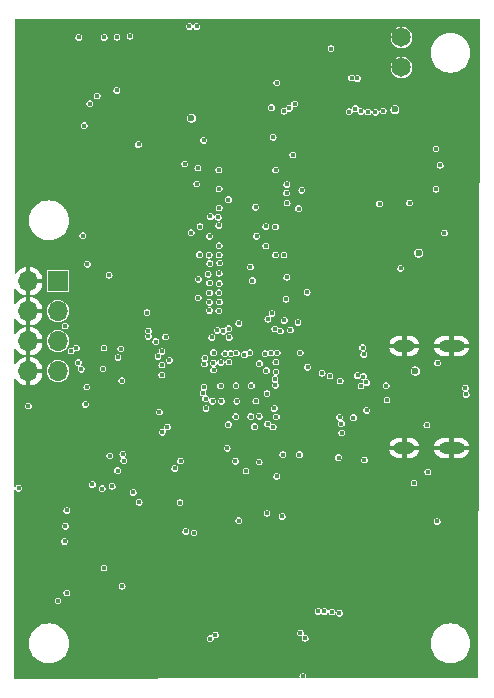
<source format=gbr>
G04 #@! TF.GenerationSoftware,KiCad,Pcbnew,9.0.1*
G04 #@! TF.CreationDate,2025-06-04T13:38:33-07:00*
G04 #@! TF.ProjectId,mp153-devboard,6d703135-332d-4646-9576-626f6172642e,rev?*
G04 #@! TF.SameCoordinates,PXb487a00PY650eff0*
G04 #@! TF.FileFunction,Copper,L2,Inr*
G04 #@! TF.FilePolarity,Positive*
%FSLAX46Y46*%
G04 Gerber Fmt 4.6, Leading zero omitted, Abs format (unit mm)*
G04 Created by KiCad (PCBNEW 9.0.1) date 2025-06-04 13:38:33*
%MOMM*%
%LPD*%
G01*
G04 APERTURE LIST*
G04 #@! TA.AperFunction,ComponentPad*
%ADD10C,1.651000*%
G04 #@! TD*
G04 #@! TA.AperFunction,ComponentPad*
%ADD11O,2.200000X1.000000*%
G04 #@! TD*
G04 #@! TA.AperFunction,ComponentPad*
%ADD12O,1.800000X1.000000*%
G04 #@! TD*
G04 #@! TA.AperFunction,ComponentPad*
%ADD13R,1.700000X1.700000*%
G04 #@! TD*
G04 #@! TA.AperFunction,ComponentPad*
%ADD14O,1.700000X1.700000*%
G04 #@! TD*
G04 #@! TA.AperFunction,ViaPad*
%ADD15C,0.400000*%
G04 #@! TD*
G04 #@! TA.AperFunction,ViaPad*
%ADD16C,0.600000*%
G04 #@! TD*
G04 APERTURE END LIST*
D10*
G04 #@! TO.N,+5V*
G04 #@! TO.C,J5*
X33100000Y54660000D03*
G04 #@! TO.N,/USB_VBUS_JACK*
X33100000Y52120000D03*
G04 #@! TD*
D11*
G04 #@! TO.N,GND*
G04 #@! TO.C,J3*
X37340000Y28540000D03*
X37340000Y19900000D03*
D12*
X33340000Y28540000D03*
X33340000Y19900000D03*
G04 #@! TD*
D13*
G04 #@! TO.N,/UART_TX*
G04 #@! TO.C,J1*
X4030800Y34027600D03*
D14*
G04 #@! TO.N,GND*
X1490800Y34027600D03*
G04 #@! TO.N,/UART_RX*
X4030800Y31487600D03*
G04 #@! TO.N,GND*
X1490800Y31487600D03*
G04 #@! TO.N,/DEBUG2*
X4030800Y28947600D03*
G04 #@! TO.N,GND*
X1490800Y28947600D03*
G04 #@! TO.N,/DEBUG3*
X4030800Y26407600D03*
G04 #@! TO.N,GND*
X1490800Y26407600D03*
G04 #@! TD*
D15*
G04 #@! TO.N,+3V3*
X27140000Y53720000D03*
D16*
X32540000Y48570000D03*
D15*
X34165000Y16940000D03*
G04 #@! TO.N,GND*
X12860800Y42657600D03*
X14498800Y22826810D03*
D16*
X8987647Y36617600D03*
D15*
X26740800Y42680821D03*
X18130800Y51317600D03*
X24613180Y42683201D03*
X15918500Y33424300D03*
X25380800Y4127600D03*
X27680800Y51117600D03*
X14670800Y44680821D03*
X20970800Y51107600D03*
X16500829Y3010000D03*
X21065193Y27861223D03*
X16822740Y40284840D03*
X19765142Y25181326D03*
X23400595Y33394656D03*
X29950000Y53500000D03*
X23315800Y38731821D03*
X14666300Y15924286D03*
X21159300Y19415320D03*
X24480300Y29590139D03*
X24565800Y43745821D03*
X16031380Y42940900D03*
X17657167Y42765959D03*
X29850000Y27310000D03*
X34426340Y33258600D03*
X26840800Y40667600D03*
X27157647Y29317600D03*
X20715470Y39285430D03*
X16551700Y5660000D03*
X23360700Y43409040D03*
X34433340Y31963600D03*
X16337800Y28032821D03*
X33686340Y32887600D03*
X15941360Y31824880D03*
X23385800Y39822600D03*
X21100800Y23190821D03*
X23775800Y41102600D03*
X15490800Y38920821D03*
X17658619Y27855081D03*
X35666340Y33279600D03*
X31146340Y36968600D03*
X21065383Y25183504D03*
X33180800Y39317600D03*
X36288789Y24700371D03*
X34012500Y14842500D03*
X22247800Y37080821D03*
X35740340Y31954600D03*
X6880800Y22347600D03*
X21750800Y51097600D03*
X23325140Y31905380D03*
X23380800Y34930821D03*
X20310800Y51017600D03*
X23566300Y14753439D03*
X3940800Y12587600D03*
X17840800Y26490821D03*
X28563300Y53490000D03*
X22233059Y41774507D03*
X19770800Y23840821D03*
X14430000Y20087600D03*
X26710800Y46957600D03*
X16610800Y21857600D03*
X15454800Y40646121D03*
X16455560Y25766801D03*
X15900720Y35006720D03*
X24170800Y20030821D03*
X16853220Y37066660D03*
X38560000Y10960000D03*
X24540800Y51167600D03*
X37206564Y41027093D03*
X24260800Y35960821D03*
X19436300Y29688821D03*
X25530800Y21597600D03*
X19750800Y10547600D03*
X14089800Y36542821D03*
X15938820Y41495321D03*
X11225800Y33247600D03*
X17710800Y46035321D03*
X23170800Y45750821D03*
X14630800Y47097600D03*
X9240000Y14200000D03*
X24918919Y22182599D03*
X24460800Y26332253D03*
X14866940Y29715900D03*
X27790800Y2970000D03*
D16*
X7790800Y29157600D03*
D15*
X4000800Y15857600D03*
X18490800Y23890821D03*
X27350800Y3400000D03*
X18447594Y25179441D03*
G04 #@! TO.N,+5V*
X6350800Y23597600D03*
X36370800Y43847600D03*
D16*
X34557329Y36415600D03*
D15*
X6130000Y37880000D03*
X36740800Y38107600D03*
X8400800Y19247100D03*
X8607300Y16667600D03*
X19320000Y13747600D03*
X6245000Y47195000D03*
D16*
X15320800Y47847600D03*
D15*
G04 #@! TO.N,VDD_CORE*
X11556300Y31373439D03*
X7915800Y28377600D03*
X20391355Y25179695D03*
X17789060Y25167361D03*
X19150800Y23870821D03*
X11680800Y29807600D03*
X19096803Y25183809D03*
X9335300Y28307600D03*
X6505800Y35460000D03*
X17860800Y23870821D03*
X11673425Y29352106D03*
G04 #@! TO.N,VDD*
X22335800Y23250821D03*
X7920000Y9751600D03*
X18448800Y21888821D03*
X19068800Y22554821D03*
X20771020Y23884661D03*
X9588617Y18827100D03*
X9500300Y19387600D03*
G04 #@! TO.N,/NRST*
X4770000Y7630000D03*
X4020000Y6970000D03*
X6720000Y49060000D03*
X9070800Y17990000D03*
X13910000Y18167600D03*
X24750000Y560000D03*
G04 #@! TO.N,VDD_DDR*
X31240800Y40577600D03*
X24398661Y40175476D03*
X14750800Y43960821D03*
X21618260Y38671940D03*
X23415800Y40642600D03*
X24655480Y41736141D03*
X17658400Y41844400D03*
X15905800Y34186300D03*
X33780800Y40657600D03*
X23325140Y32502280D03*
X16350800Y45950821D03*
X16817660Y36233540D03*
X23398800Y42225400D03*
X17180800Y27100821D03*
X22451380Y43452220D03*
X22436140Y36238620D03*
X15763560Y42260960D03*
X22239140Y46226501D03*
X23902980Y44725221D03*
X23400800Y34360821D03*
X22432800Y38635821D03*
X36020800Y41818600D03*
X16046620Y38649681D03*
X21067800Y27053821D03*
X17633000Y43444600D03*
X15893100Y32626740D03*
X18490800Y27202821D03*
X23375800Y41502600D03*
X15854914Y43607746D03*
G04 #@! TO.N,VDDA_1V8*
X21716772Y24507585D03*
G04 #@! TO.N,Net-(U2D-VDDA1V1_REG)*
X22395153Y25731467D03*
G04 #@! TO.N,GNDADC*
X21710800Y14377600D03*
X21060800Y22590821D03*
X16913429Y3771082D03*
X24940800Y3797600D03*
X21060800Y18717600D03*
X19040800Y18787600D03*
G04 #@! TO.N,VREF+*
X20660800Y21707600D03*
X23000800Y14107600D03*
X17351700Y4077600D03*
X24550800Y4250753D03*
G04 #@! TO.N,VREF_DDR*
X25120800Y33097600D03*
X20315800Y35222821D03*
X15294780Y38131521D03*
X24528800Y27970821D03*
G04 #@! TO.N,VDDA*
X20340800Y22567600D03*
G04 #@! TO.N,VDD_USB*
X22424587Y25220211D03*
G04 #@! TO.N,/D16*
X15146169Y55598723D03*
G04 #@! TO.N,/D4*
X7930000Y54660000D03*
G04 #@! TO.N,/D17*
X15751700Y55597723D03*
G04 #@! TO.N,/D5*
X30890800Y48327600D03*
X29920800Y27827600D03*
G04 #@! TO.N,/D18*
X10120000Y54760000D03*
G04 #@! TO.N,/D19*
X9010000Y54690000D03*
G04 #@! TO.N,/D9*
X12810800Y26097600D03*
X5780000Y54660000D03*
X16380800Y25070821D03*
G04 #@! TO.N,/D11*
X31560800Y48447600D03*
X29880556Y25949892D03*
G04 #@! TO.N,/D12*
X10840000Y45600000D03*
G04 #@! TO.N,/UART_TX*
X13290800Y21687600D03*
X1510800Y23467600D03*
G04 #@! TO.N,/UART_RX*
X16294218Y24575405D03*
G04 #@! TO.N,/DEBUG2*
X6450800Y25067600D03*
X16545800Y23257600D03*
G04 #@! TO.N,/DEBUG3*
X9095800Y27567600D03*
X4620800Y30237600D03*
G04 #@! TO.N,/SAI_MCLK*
X12850800Y21247600D03*
X22540000Y50830000D03*
X9000800Y50177600D03*
X12600800Y22947600D03*
G04 #@! TO.N,/SAI_SD_B*
X28670955Y48378838D03*
X28008341Y21967600D03*
G04 #@! TO.N,/SAI_FS*
X27044772Y26018627D03*
X23160000Y48420000D03*
G04 #@! TO.N,/SAI_SCK*
X27902554Y25594660D03*
X23618612Y48681100D03*
G04 #@! TO.N,/SAI_SD_A*
X24060000Y49050000D03*
X27870183Y22497839D03*
G04 #@! TO.N,/PWR_ONRST*
X33036340Y35117600D03*
X36030000Y45240000D03*
G04 #@! TO.N,/JTMS_SWDIO*
X12490800Y27657600D03*
X7760800Y16457600D03*
X7836276Y26615313D03*
G04 #@! TO.N,/JTCK_SWCLK*
X4570800Y11997600D03*
X5740800Y27127600D03*
X13123300Y29305312D03*
G04 #@! TO.N,/JTDO_SWO*
X5574777Y28371577D03*
X12300800Y28917600D03*
X4650800Y13277600D03*
G04 #@! TO.N,/JTDI*
X5123831Y28133352D03*
X4770800Y14617600D03*
X12830800Y28087600D03*
D16*
G04 #@! TO.N,/USB_VBUS_JACK*
X34270000Y26420000D03*
D15*
G04 #@! TO.N,/USB_RREF*
X21657800Y26462821D03*
X25150631Y26752940D03*
G04 #@! TO.N,/DDR_CKE*
X21553800Y27890821D03*
X23153540Y36249381D03*
G04 #@! TO.N,/DDR_RESETN*
X13450800Y27320821D03*
X16844800Y31554821D03*
G04 #@! TO.N,/DDR_CLK_N*
X21611760Y37013921D03*
G04 #@! TO.N,/DDR_CLK_P*
X20827520Y37844241D03*
G04 #@! TO.N,Net-(U2E-DDR_ZQ)*
X17195800Y26500821D03*
G04 #@! TO.N,/PWR_ON*
X7330000Y49710000D03*
X19937890Y17961986D03*
X8350800Y34537600D03*
X10895800Y15320000D03*
G04 #@! TO.N,/BOOT0*
X14840000Y12840000D03*
G04 #@! TO.N,Net-(J2-Pin_10)*
X6940800Y16817600D03*
G04 #@! TO.N,/FLASH_CS*
X29670000Y25170000D03*
X29970000Y18890000D03*
G04 #@! TO.N,/DDR_DQS1_P*
X23703800Y29886821D03*
X17660940Y40234040D03*
G04 #@! TO.N,/DDR_DQM1*
X20745637Y40287964D03*
X24337800Y30534821D03*
G04 #@! TO.N,/FLASH_IO1*
X35330000Y17890000D03*
X36120000Y13690000D03*
G04 #@! TO.N,/DDR_DQ9*
X18453591Y40940160D03*
X23185800Y30702600D03*
G04 #@! TO.N,/DDR_DQS1_N*
X22842800Y29804821D03*
X17585800Y39442600D03*
G04 #@! TO.N,/DDR_DQ10*
X22385450Y29987025D03*
X17643056Y38750714D03*
G04 #@! TO.N,/DDR_DQ13*
X16859420Y37829261D03*
X22051761Y27939546D03*
G04 #@! TO.N,/DDR_A8*
X22577800Y27970821D03*
X22143811Y31302293D03*
G04 #@! TO.N,/DDR_DQ8*
X16931518Y39507158D03*
X21792115Y30816049D03*
G04 #@! TO.N,/DDR_A10*
X20483800Y34075821D03*
X20267132Y27974733D03*
G04 #@! TO.N,/DDR_CASN*
X19326300Y30455321D03*
X17660940Y36251320D03*
G04 #@! TO.N,/DDR_WEN*
X18636410Y27899062D03*
X17713800Y35575821D03*
G04 #@! TO.N,/DDR_CSN*
X16872432Y35518510D03*
X19122520Y27956597D03*
G04 #@! TO.N,/DDR_ODT*
X16002320Y36279260D03*
X18514380Y29268860D03*
G04 #@! TO.N,/DDR_BA2*
X17658635Y34693821D03*
X18147043Y27887559D03*
G04 #@! TO.N,/DDR_BA0*
X18475300Y30005821D03*
X16736800Y34626821D03*
G04 #@! TO.N,/DDR_A0*
X17673640Y33823700D03*
X18022800Y29792821D03*
G04 #@! TO.N,/DDR_A3*
X16858300Y33889120D03*
X17514800Y29864821D03*
G04 #@! TO.N,/DDR_A2*
X17186541Y27984525D03*
X17638080Y33056000D03*
G04 #@! TO.N,/DDR_A9*
X17693180Y32266060D03*
X17049800Y29264821D03*
G04 #@! TO.N,/DDR_A13*
X16447869Y27518854D03*
X17634800Y31523821D03*
G04 #@! TO.N,/JTRST*
X5990800Y26577600D03*
X12810453Y26932196D03*
G04 #@! TO.N,/FLASH_CLK*
X22480800Y26357600D03*
X26385510Y26242253D03*
X30140000Y25450000D03*
X30150000Y23090000D03*
G04 #@! TO.N,/DDR_RASN*
X19803800Y27816821D03*
X17660800Y37036821D03*
G04 #@! TO.N,/DDR_A5*
X17808260Y27147960D03*
X16840520Y33048380D03*
G04 #@! TO.N,/DDR_A7*
X16420800Y27014821D03*
X16835440Y32250820D03*
G04 #@! TO.N,/D7*
X22460000Y27180000D03*
X22090000Y48720000D03*
G04 #@! TO.N,/BOOT2*
X14350000Y15280000D03*
X15540000Y12730000D03*
X18350800Y19887600D03*
G04 #@! TO.N,/D6*
X28040800Y21187600D03*
X29200800Y48637600D03*
G04 #@! TO.N,/DFU_BOOT*
X14393977Y18796023D03*
X9450000Y8210000D03*
X10390000Y16140000D03*
G04 #@! TO.N,/D24*
X29030764Y22468008D03*
X29670800Y48407600D03*
G04 #@! TO.N,/D21*
X29813953Y28397600D03*
X30280800Y48367600D03*
G04 #@! TO.N,/USB_HS_D-*
X31870000Y23970000D03*
X38575691Y24445844D03*
X31800000Y25180000D03*
X29371280Y51200000D03*
G04 #@! TO.N,/D23*
X16520800Y24087600D03*
X9425800Y25607600D03*
G04 #@! TO.N,/USB_HS_D+*
X38520000Y24980000D03*
X28881280Y51247180D03*
G04 #@! TO.N,/D26*
X27211062Y6036071D03*
X27770800Y19087600D03*
G04 #@! TO.N,/ADC-14*
X22230800Y21687600D03*
X23060800Y19347600D03*
G04 #@! TO.N,/D27*
X21760800Y21937600D03*
X26578090Y6064100D03*
G04 #@! TO.N,/D29*
X26050000Y6064100D03*
X22546980Y17509758D03*
G04 #@! TO.N,/D28*
X17101625Y23862599D03*
X680800Y16507600D03*
G04 #@! TO.N,/D30*
X27850000Y5920000D03*
X29380000Y26047600D03*
G04 #@! TO.N,/ADC-10*
X22503697Y22551456D03*
X24460800Y19337600D03*
G04 #@! TO.N,Net-(J3-CC1)*
X36160000Y27100000D03*
G04 #@! TO.N,Net-(J3-CC2)*
X35250000Y21850000D03*
G04 #@! TD*
G04 #@! TA.AperFunction,Conductor*
G04 #@! TO.N,GND*
G36*
X39716370Y56207920D02*
G01*
X39758070Y56190597D01*
X39775308Y56148860D01*
X39775308Y56148709D01*
X39576280Y512081D01*
X39558850Y470424D01*
X39517445Y453292D01*
X25088367Y412823D01*
X25046600Y429987D01*
X25029202Y471658D01*
X25031213Y487094D01*
X25040499Y521749D01*
X25040500Y521755D01*
X25040500Y598246D01*
X25040499Y598247D01*
X25020703Y672129D01*
X25020701Y672132D01*
X24982458Y738371D01*
X24982457Y738373D01*
X24928373Y792457D01*
X24928370Y792459D01*
X24862131Y830702D01*
X24862128Y830704D01*
X24788246Y850500D01*
X24788245Y850500D01*
X24711755Y850500D01*
X24711753Y850500D01*
X24637871Y830704D01*
X24637868Y830702D01*
X24571629Y792459D01*
X24517541Y738371D01*
X24479298Y672132D01*
X24479296Y672129D01*
X24459500Y598247D01*
X24459500Y521754D01*
X24469295Y485198D01*
X24463400Y440428D01*
X24427575Y412938D01*
X24412470Y410928D01*
X366298Y343486D01*
X324531Y360650D01*
X307133Y402320D01*
X309869Y3468379D01*
X1560647Y3468379D01*
X1560647Y3246822D01*
X1589566Y3027159D01*
X1646907Y2813157D01*
X1646911Y2813147D01*
X1731691Y2608468D01*
X1731693Y2608464D01*
X1731695Y2608460D01*
X1820317Y2454961D01*
X1842474Y2416584D01*
X1977354Y2240807D01*
X2134006Y2084155D01*
X2134010Y2084152D01*
X2134013Y2084149D01*
X2309786Y1949273D01*
X2501660Y1838495D01*
X2706352Y1753709D01*
X2920360Y1696366D01*
X3140021Y1667447D01*
X3140022Y1667447D01*
X3361578Y1667447D01*
X3361579Y1667447D01*
X3581240Y1696366D01*
X3795248Y1753709D01*
X3999940Y1838495D01*
X4191814Y1949273D01*
X4367587Y2084149D01*
X4524251Y2240813D01*
X4659127Y2416586D01*
X4769905Y2608460D01*
X4854691Y2813152D01*
X4912034Y3027160D01*
X4940953Y3246821D01*
X4940953Y3468379D01*
X35560647Y3468379D01*
X35560647Y3246822D01*
X35589566Y3027159D01*
X35646907Y2813157D01*
X35646911Y2813147D01*
X35731691Y2608468D01*
X35731693Y2608464D01*
X35731695Y2608460D01*
X35820317Y2454961D01*
X35842474Y2416584D01*
X35977354Y2240807D01*
X36134006Y2084155D01*
X36134010Y2084152D01*
X36134013Y2084149D01*
X36309786Y1949273D01*
X36501660Y1838495D01*
X36706352Y1753709D01*
X36920360Y1696366D01*
X37140021Y1667447D01*
X37140022Y1667447D01*
X37361578Y1667447D01*
X37361579Y1667447D01*
X37581240Y1696366D01*
X37795248Y1753709D01*
X37999940Y1838495D01*
X38191814Y1949273D01*
X38367587Y2084149D01*
X38524251Y2240813D01*
X38659127Y2416586D01*
X38769905Y2608460D01*
X38854691Y2813152D01*
X38912034Y3027160D01*
X38940953Y3246821D01*
X38940953Y3468379D01*
X38912034Y3688040D01*
X38854691Y3902048D01*
X38769905Y4106740D01*
X38659127Y4298614D01*
X38650346Y4310057D01*
X38605808Y4368100D01*
X38524251Y4474387D01*
X38524248Y4474390D01*
X38524245Y4474394D01*
X38367593Y4631046D01*
X38367588Y4631050D01*
X38367587Y4631051D01*
X38292797Y4688440D01*
X38191816Y4765926D01*
X38153439Y4788083D01*
X37999940Y4876705D01*
X37999936Y4876707D01*
X37999932Y4876709D01*
X37795253Y4961489D01*
X37795243Y4961493D01*
X37581241Y5018834D01*
X37471409Y5033294D01*
X37361579Y5047753D01*
X37140021Y5047753D01*
X37066800Y5038114D01*
X36920358Y5018834D01*
X36706356Y4961493D01*
X36706346Y4961489D01*
X36501667Y4876709D01*
X36309783Y4765926D01*
X36134006Y4631046D01*
X35977354Y4474394D01*
X35842474Y4298617D01*
X35731691Y4106733D01*
X35646911Y3902054D01*
X35646907Y3902044D01*
X35589566Y3688042D01*
X35560647Y3468379D01*
X4940953Y3468379D01*
X4912034Y3688040D01*
X4879535Y3809327D01*
X4879534Y3809329D01*
X16622929Y3809329D01*
X16622929Y3732836D01*
X16642725Y3658954D01*
X16642727Y3658951D01*
X16680970Y3592712D01*
X16680972Y3592709D01*
X16735056Y3538625D01*
X16735058Y3538624D01*
X16801300Y3500379D01*
X16875184Y3480582D01*
X16951674Y3480582D01*
X17025558Y3500379D01*
X17091800Y3538624D01*
X17091800Y3538625D01*
X17091802Y3538625D01*
X17145886Y3592709D01*
X17145887Y3592711D01*
X17184132Y3658953D01*
X17203929Y3732837D01*
X17203929Y3739557D01*
X17221210Y3781276D01*
X17262929Y3798557D01*
X17278200Y3796546D01*
X17313448Y3787101D01*
X17313455Y3787100D01*
X17389945Y3787100D01*
X17463829Y3806897D01*
X17530071Y3845142D01*
X17530071Y3845143D01*
X17530073Y3845143D01*
X17584157Y3899227D01*
X17584158Y3899229D01*
X17622403Y3965471D01*
X17642200Y4039355D01*
X17642200Y4115845D01*
X17622403Y4189729D01*
X17584158Y4255971D01*
X17584157Y4255972D01*
X17584154Y4255976D01*
X17551130Y4289000D01*
X24260300Y4289000D01*
X24260300Y4212507D01*
X24280096Y4138625D01*
X24280098Y4138622D01*
X24318341Y4072383D01*
X24318343Y4072380D01*
X24372427Y4018296D01*
X24372429Y4018295D01*
X24438671Y3980050D01*
X24512555Y3960253D01*
X24589045Y3960253D01*
X24590342Y3960601D01*
X24592237Y3961108D01*
X24637008Y3955218D01*
X24664500Y3919395D01*
X24664502Y3888850D01*
X24650300Y3835847D01*
X24650300Y3759354D01*
X24670096Y3685472D01*
X24670098Y3685469D01*
X24708341Y3619230D01*
X24708343Y3619227D01*
X24762427Y3565143D01*
X24762429Y3565142D01*
X24828671Y3526897D01*
X24902555Y3507100D01*
X24979045Y3507100D01*
X25052929Y3526897D01*
X25119171Y3565142D01*
X25119171Y3565143D01*
X25119173Y3565143D01*
X25173257Y3619227D01*
X25173258Y3619229D01*
X25211503Y3685471D01*
X25231300Y3759355D01*
X25231300Y3835845D01*
X25211503Y3909729D01*
X25173258Y3975971D01*
X25173257Y3975973D01*
X25119173Y4030057D01*
X25119170Y4030059D01*
X25052931Y4068302D01*
X25052928Y4068304D01*
X24979046Y4088100D01*
X24979045Y4088100D01*
X24902555Y4088100D01*
X24902548Y4088100D01*
X24899352Y4087243D01*
X24854582Y4093141D01*
X24827096Y4128969D01*
X24827098Y4159505D01*
X24841299Y4212502D01*
X24841300Y4212508D01*
X24841300Y4288999D01*
X24841299Y4289000D01*
X24838722Y4298617D01*
X24821503Y4362882D01*
X24783258Y4429124D01*
X24783257Y4429126D01*
X24729173Y4483210D01*
X24729170Y4483212D01*
X24662931Y4521455D01*
X24662928Y4521457D01*
X24589046Y4541253D01*
X24589045Y4541253D01*
X24512555Y4541253D01*
X24512553Y4541253D01*
X24438671Y4521457D01*
X24438668Y4521455D01*
X24372429Y4483212D01*
X24318341Y4429124D01*
X24280098Y4362885D01*
X24280096Y4362882D01*
X24260300Y4289000D01*
X17551130Y4289000D01*
X17530073Y4310057D01*
X17530070Y4310059D01*
X17463831Y4348302D01*
X17463828Y4348304D01*
X17389946Y4368100D01*
X17389945Y4368100D01*
X17313455Y4368100D01*
X17313453Y4368100D01*
X17239571Y4348304D01*
X17239568Y4348302D01*
X17173329Y4310059D01*
X17119241Y4255971D01*
X17080998Y4189732D01*
X17080996Y4189729D01*
X17061200Y4115847D01*
X17061200Y4109126D01*
X17043919Y4067407D01*
X17002200Y4050126D01*
X16986931Y4052136D01*
X16951677Y4061582D01*
X16951674Y4061582D01*
X16875184Y4061582D01*
X16875182Y4061582D01*
X16801300Y4041786D01*
X16801297Y4041784D01*
X16735058Y4003541D01*
X16680970Y3949453D01*
X16642727Y3883214D01*
X16642725Y3883211D01*
X16622929Y3809329D01*
X4879534Y3809329D01*
X4854692Y3902044D01*
X4854691Y3902048D01*
X4769905Y4106740D01*
X4659127Y4298614D01*
X4650346Y4310057D01*
X4605808Y4368100D01*
X4524251Y4474387D01*
X4524248Y4474390D01*
X4524245Y4474394D01*
X4367593Y4631046D01*
X4367588Y4631050D01*
X4367587Y4631051D01*
X4292797Y4688440D01*
X4191816Y4765926D01*
X4153439Y4788083D01*
X3999940Y4876705D01*
X3999936Y4876707D01*
X3999932Y4876709D01*
X3795253Y4961489D01*
X3795243Y4961493D01*
X3581241Y5018834D01*
X3471409Y5033294D01*
X3361579Y5047753D01*
X3140021Y5047753D01*
X3066800Y5038114D01*
X2920358Y5018834D01*
X2706356Y4961493D01*
X2706346Y4961489D01*
X2501667Y4876709D01*
X2309783Y4765926D01*
X2134006Y4631046D01*
X1977354Y4474394D01*
X1842474Y4298617D01*
X1731691Y4106733D01*
X1646911Y3902054D01*
X1646907Y3902044D01*
X1589566Y3688042D01*
X1560647Y3468379D01*
X309869Y3468379D01*
X312220Y6102347D01*
X25759500Y6102347D01*
X25759500Y6025854D01*
X25779296Y5951972D01*
X25779298Y5951969D01*
X25817541Y5885730D01*
X25817543Y5885727D01*
X25871627Y5831643D01*
X25871629Y5831642D01*
X25937871Y5793397D01*
X26011755Y5773600D01*
X26088245Y5773600D01*
X26162129Y5793397D01*
X26228371Y5831642D01*
X26228371Y5831643D01*
X26228373Y5831643D01*
X26272326Y5875596D01*
X26314045Y5892877D01*
X26355764Y5875596D01*
X26399717Y5831643D01*
X26399719Y5831642D01*
X26465961Y5793397D01*
X26539845Y5773600D01*
X26616335Y5773600D01*
X26690219Y5793397D01*
X26756461Y5831642D01*
X26756461Y5831643D01*
X26756463Y5831643D01*
X26810546Y5885727D01*
X26810548Y5885729D01*
X26835528Y5928997D01*
X26871352Y5956485D01*
X26916122Y5950592D01*
X26937190Y5926578D01*
X26938425Y5927291D01*
X26978603Y5857701D01*
X26978605Y5857698D01*
X27032689Y5803614D01*
X27032691Y5803613D01*
X27098933Y5765368D01*
X27172817Y5745571D01*
X27249307Y5745571D01*
X27323191Y5765368D01*
X27389433Y5803613D01*
X27389433Y5803614D01*
X27389435Y5803614D01*
X27443517Y5857697D01*
X27443518Y5857698D01*
X27443520Y5857700D01*
X27455919Y5879176D01*
X27491743Y5906665D01*
X27536514Y5900771D01*
X27564004Y5864946D01*
X27564004Y5864945D01*
X27579296Y5807872D01*
X27579298Y5807869D01*
X27617541Y5741630D01*
X27617543Y5741627D01*
X27671627Y5687543D01*
X27671629Y5687542D01*
X27737871Y5649297D01*
X27811755Y5629500D01*
X27888245Y5629500D01*
X27962129Y5649297D01*
X28028371Y5687542D01*
X28028371Y5687543D01*
X28028373Y5687543D01*
X28082457Y5741627D01*
X28082458Y5741629D01*
X28120703Y5807871D01*
X28140500Y5881755D01*
X28140500Y5958245D01*
X28120703Y6032129D01*
X28082458Y6098371D01*
X28082457Y6098373D01*
X28028373Y6152457D01*
X28028370Y6152459D01*
X27962131Y6190702D01*
X27962128Y6190704D01*
X27888246Y6210500D01*
X27888245Y6210500D01*
X27811755Y6210500D01*
X27811753Y6210500D01*
X27737871Y6190704D01*
X27737868Y6190702D01*
X27671629Y6152459D01*
X27617541Y6098371D01*
X27605141Y6076895D01*
X27569315Y6049407D01*
X27524545Y6055303D01*
X27497057Y6091126D01*
X27481765Y6148200D01*
X27443520Y6214442D01*
X27443519Y6214444D01*
X27389435Y6268528D01*
X27389432Y6268530D01*
X27323193Y6306773D01*
X27323190Y6306775D01*
X27249308Y6326571D01*
X27249307Y6326571D01*
X27172817Y6326571D01*
X27172815Y6326571D01*
X27098933Y6306775D01*
X27098930Y6306773D01*
X27032691Y6268530D01*
X27032689Y6268528D01*
X26978605Y6214445D01*
X26953623Y6171175D01*
X26917798Y6143686D01*
X26873027Y6149581D01*
X26851965Y6173596D01*
X26850727Y6172880D01*
X26810548Y6242471D01*
X26810547Y6242473D01*
X26756463Y6296557D01*
X26756460Y6296559D01*
X26690221Y6334802D01*
X26690218Y6334804D01*
X26616336Y6354600D01*
X26616335Y6354600D01*
X26539845Y6354600D01*
X26539843Y6354600D01*
X26465961Y6334804D01*
X26465958Y6334802D01*
X26399719Y6296559D01*
X26355764Y6252604D01*
X26314045Y6235323D01*
X26272326Y6252604D01*
X26228373Y6296557D01*
X26228370Y6296559D01*
X26162131Y6334802D01*
X26162128Y6334804D01*
X26088246Y6354600D01*
X26088245Y6354600D01*
X26011755Y6354600D01*
X26011753Y6354600D01*
X25937871Y6334804D01*
X25937868Y6334802D01*
X25871629Y6296559D01*
X25817541Y6242471D01*
X25779298Y6176232D01*
X25779296Y6176229D01*
X25759500Y6102347D01*
X312220Y6102347D01*
X313028Y7008247D01*
X3729500Y7008247D01*
X3729500Y6931754D01*
X3749296Y6857872D01*
X3749298Y6857869D01*
X3787541Y6791630D01*
X3787543Y6791627D01*
X3841627Y6737543D01*
X3841629Y6737542D01*
X3907871Y6699297D01*
X3981755Y6679500D01*
X4058245Y6679500D01*
X4132129Y6699297D01*
X4198371Y6737542D01*
X4198371Y6737543D01*
X4198373Y6737543D01*
X4252457Y6791627D01*
X4252458Y6791629D01*
X4290703Y6857871D01*
X4310500Y6931755D01*
X4310500Y7008245D01*
X4290703Y7082129D01*
X4252458Y7148371D01*
X4252457Y7148373D01*
X4198373Y7202457D01*
X4198370Y7202459D01*
X4132131Y7240702D01*
X4132128Y7240704D01*
X4058246Y7260500D01*
X4058245Y7260500D01*
X3981755Y7260500D01*
X3981753Y7260500D01*
X3907871Y7240704D01*
X3907868Y7240702D01*
X3841629Y7202459D01*
X3787541Y7148371D01*
X3749298Y7082132D01*
X3749296Y7082129D01*
X3729500Y7008247D01*
X313028Y7008247D01*
X313617Y7668247D01*
X4479500Y7668247D01*
X4479500Y7591754D01*
X4499296Y7517872D01*
X4499298Y7517869D01*
X4537541Y7451630D01*
X4537543Y7451627D01*
X4591627Y7397543D01*
X4591629Y7397542D01*
X4657871Y7359297D01*
X4731755Y7339500D01*
X4808245Y7339500D01*
X4882129Y7359297D01*
X4948371Y7397542D01*
X4948371Y7397543D01*
X4948373Y7397543D01*
X5002457Y7451627D01*
X5002458Y7451629D01*
X5040703Y7517871D01*
X5060500Y7591755D01*
X5060500Y7668245D01*
X5040703Y7742129D01*
X5002458Y7808371D01*
X5002457Y7808373D01*
X4948373Y7862457D01*
X4948370Y7862459D01*
X4882131Y7900702D01*
X4882128Y7900704D01*
X4808246Y7920500D01*
X4808245Y7920500D01*
X4731755Y7920500D01*
X4731753Y7920500D01*
X4657871Y7900704D01*
X4657868Y7900702D01*
X4591629Y7862459D01*
X4537541Y7808371D01*
X4499298Y7742132D01*
X4499296Y7742129D01*
X4479500Y7668247D01*
X313617Y7668247D01*
X314135Y8248247D01*
X9159500Y8248247D01*
X9159500Y8171754D01*
X9179296Y8097872D01*
X9179298Y8097869D01*
X9217541Y8031630D01*
X9217543Y8031627D01*
X9271627Y7977543D01*
X9271629Y7977542D01*
X9337871Y7939297D01*
X9411755Y7919500D01*
X9488245Y7919500D01*
X9562129Y7939297D01*
X9628371Y7977542D01*
X9628371Y7977543D01*
X9628373Y7977543D01*
X9682457Y8031627D01*
X9682458Y8031629D01*
X9720703Y8097871D01*
X9740500Y8171755D01*
X9740500Y8248245D01*
X9720703Y8322129D01*
X9682458Y8388371D01*
X9682457Y8388373D01*
X9628373Y8442457D01*
X9628370Y8442459D01*
X9562131Y8480702D01*
X9562128Y8480704D01*
X9488246Y8500500D01*
X9488245Y8500500D01*
X9411755Y8500500D01*
X9411753Y8500500D01*
X9337871Y8480704D01*
X9337868Y8480702D01*
X9271629Y8442459D01*
X9217541Y8388371D01*
X9179298Y8322132D01*
X9179296Y8322129D01*
X9159500Y8248247D01*
X314135Y8248247D01*
X315510Y9789847D01*
X7629500Y9789847D01*
X7629500Y9713354D01*
X7649296Y9639472D01*
X7649298Y9639469D01*
X7687541Y9573230D01*
X7687543Y9573227D01*
X7741627Y9519143D01*
X7741629Y9519142D01*
X7807871Y9480897D01*
X7881755Y9461100D01*
X7958245Y9461100D01*
X8032129Y9480897D01*
X8098371Y9519142D01*
X8098371Y9519143D01*
X8098373Y9519143D01*
X8152457Y9573227D01*
X8152458Y9573229D01*
X8190703Y9639471D01*
X8210500Y9713355D01*
X8210500Y9789845D01*
X8190703Y9863729D01*
X8152458Y9929971D01*
X8152457Y9929973D01*
X8098373Y9984057D01*
X8098370Y9984059D01*
X8032131Y10022302D01*
X8032128Y10022304D01*
X7958246Y10042100D01*
X7958245Y10042100D01*
X7881755Y10042100D01*
X7881753Y10042100D01*
X7807871Y10022304D01*
X7807868Y10022302D01*
X7741629Y9984059D01*
X7687541Y9929971D01*
X7649298Y9863732D01*
X7649296Y9863729D01*
X7629500Y9789847D01*
X315510Y9789847D01*
X317514Y12035847D01*
X4280300Y12035847D01*
X4280300Y11959354D01*
X4300096Y11885472D01*
X4300098Y11885469D01*
X4338341Y11819230D01*
X4338343Y11819227D01*
X4392427Y11765143D01*
X4392429Y11765142D01*
X4458671Y11726897D01*
X4532555Y11707100D01*
X4609045Y11707100D01*
X4682929Y11726897D01*
X4749171Y11765142D01*
X4749171Y11765143D01*
X4749173Y11765143D01*
X4803257Y11819227D01*
X4803258Y11819229D01*
X4841503Y11885471D01*
X4861300Y11959355D01*
X4861300Y12035845D01*
X4841503Y12109729D01*
X4803258Y12175971D01*
X4803257Y12175973D01*
X4749173Y12230057D01*
X4749170Y12230059D01*
X4682931Y12268302D01*
X4682928Y12268304D01*
X4609046Y12288100D01*
X4609045Y12288100D01*
X4532555Y12288100D01*
X4532553Y12288100D01*
X4458671Y12268304D01*
X4458668Y12268302D01*
X4392429Y12230059D01*
X4338341Y12175971D01*
X4300098Y12109732D01*
X4300096Y12109729D01*
X4280300Y12035847D01*
X317514Y12035847D01*
X318266Y12878247D01*
X14549500Y12878247D01*
X14549500Y12801754D01*
X14569296Y12727872D01*
X14569298Y12727869D01*
X14607541Y12661630D01*
X14607543Y12661627D01*
X14661627Y12607543D01*
X14661629Y12607542D01*
X14727871Y12569297D01*
X14801755Y12549500D01*
X14878245Y12549500D01*
X14952129Y12569297D01*
X15018371Y12607542D01*
X15018371Y12607543D01*
X15018373Y12607543D01*
X15072457Y12661627D01*
X15072458Y12661629D01*
X15110703Y12727871D01*
X15121522Y12768247D01*
X15249500Y12768247D01*
X15249500Y12691754D01*
X15269296Y12617872D01*
X15269298Y12617869D01*
X15307541Y12551630D01*
X15307543Y12551627D01*
X15361627Y12497543D01*
X15361629Y12497542D01*
X15427871Y12459297D01*
X15501755Y12439500D01*
X15578245Y12439500D01*
X15652129Y12459297D01*
X15718371Y12497542D01*
X15718371Y12497543D01*
X15718373Y12497543D01*
X15772457Y12551627D01*
X15772458Y12551629D01*
X15810703Y12617871D01*
X15830500Y12691755D01*
X15830500Y12768245D01*
X15810703Y12842129D01*
X15772458Y12908371D01*
X15772457Y12908373D01*
X15718373Y12962457D01*
X15718370Y12962459D01*
X15652131Y13000702D01*
X15652128Y13000704D01*
X15578246Y13020500D01*
X15578245Y13020500D01*
X15501755Y13020500D01*
X15501753Y13020500D01*
X15427871Y13000704D01*
X15427868Y13000702D01*
X15361629Y12962459D01*
X15307541Y12908371D01*
X15269298Y12842132D01*
X15269296Y12842129D01*
X15249500Y12768247D01*
X15121522Y12768247D01*
X15130500Y12801755D01*
X15130500Y12878245D01*
X15110703Y12952129D01*
X15072458Y13018371D01*
X15072457Y13018373D01*
X15018373Y13072457D01*
X15018370Y13072459D01*
X14952131Y13110702D01*
X14952128Y13110704D01*
X14878246Y13130500D01*
X14878245Y13130500D01*
X14801755Y13130500D01*
X14801753Y13130500D01*
X14727871Y13110704D01*
X14727868Y13110702D01*
X14661629Y13072459D01*
X14607541Y13018371D01*
X14569298Y12952132D01*
X14569296Y12952129D01*
X14549500Y12878247D01*
X318266Y12878247D01*
X318656Y13315847D01*
X4360300Y13315847D01*
X4360300Y13239354D01*
X4380096Y13165472D01*
X4380098Y13165469D01*
X4418341Y13099230D01*
X4418343Y13099227D01*
X4472427Y13045143D01*
X4472429Y13045142D01*
X4538671Y13006897D01*
X4612555Y12987100D01*
X4689045Y12987100D01*
X4762929Y13006897D01*
X4829171Y13045142D01*
X4829171Y13045143D01*
X4829173Y13045143D01*
X4883257Y13099227D01*
X4883258Y13099229D01*
X4921503Y13165471D01*
X4941300Y13239355D01*
X4941300Y13315845D01*
X4921503Y13389729D01*
X4883258Y13455971D01*
X4883257Y13455973D01*
X4829173Y13510057D01*
X4829170Y13510059D01*
X4762931Y13548302D01*
X4762928Y13548304D01*
X4689046Y13568100D01*
X4689045Y13568100D01*
X4612555Y13568100D01*
X4612553Y13568100D01*
X4538671Y13548304D01*
X4538668Y13548302D01*
X4472429Y13510059D01*
X4418341Y13455971D01*
X4380098Y13389732D01*
X4380096Y13389729D01*
X4360300Y13315847D01*
X318656Y13315847D01*
X319075Y13785847D01*
X19029500Y13785847D01*
X19029500Y13709354D01*
X19049296Y13635472D01*
X19049298Y13635469D01*
X19087541Y13569230D01*
X19087543Y13569227D01*
X19141627Y13515143D01*
X19141629Y13515142D01*
X19207871Y13476897D01*
X19281755Y13457100D01*
X19358245Y13457100D01*
X19432129Y13476897D01*
X19498371Y13515142D01*
X19498371Y13515143D01*
X19498373Y13515143D01*
X19552457Y13569227D01*
X19552458Y13569229D01*
X19590703Y13635471D01*
X19610500Y13709355D01*
X19610500Y13728247D01*
X35829500Y13728247D01*
X35829500Y13651754D01*
X35849296Y13577872D01*
X35849298Y13577869D01*
X35887541Y13511630D01*
X35887543Y13511627D01*
X35941627Y13457543D01*
X35941629Y13457542D01*
X36007871Y13419297D01*
X36081755Y13399500D01*
X36158245Y13399500D01*
X36232129Y13419297D01*
X36298371Y13457542D01*
X36298371Y13457543D01*
X36298373Y13457543D01*
X36352457Y13511627D01*
X36352458Y13511629D01*
X36390703Y13577871D01*
X36410500Y13651755D01*
X36410500Y13728245D01*
X36390703Y13802129D01*
X36352458Y13868371D01*
X36352457Y13868373D01*
X36298373Y13922457D01*
X36298370Y13922459D01*
X36232131Y13960702D01*
X36232128Y13960704D01*
X36158246Y13980500D01*
X36158245Y13980500D01*
X36081755Y13980500D01*
X36081753Y13980500D01*
X36007871Y13960704D01*
X36007868Y13960702D01*
X35941629Y13922459D01*
X35887541Y13868371D01*
X35849298Y13802132D01*
X35849296Y13802129D01*
X35829500Y13728247D01*
X19610500Y13728247D01*
X19610500Y13785845D01*
X19590703Y13859729D01*
X19552458Y13925971D01*
X19552457Y13925973D01*
X19498373Y13980057D01*
X19498370Y13980059D01*
X19432131Y14018302D01*
X19432128Y14018304D01*
X19358246Y14038100D01*
X19358245Y14038100D01*
X19281755Y14038100D01*
X19281753Y14038100D01*
X19207871Y14018304D01*
X19207868Y14018302D01*
X19141629Y13980059D01*
X19087541Y13925971D01*
X19049298Y13859732D01*
X19049296Y13859729D01*
X19029500Y13785847D01*
X319075Y13785847D01*
X319852Y14655847D01*
X4480300Y14655847D01*
X4480300Y14579354D01*
X4500096Y14505472D01*
X4500098Y14505469D01*
X4538341Y14439230D01*
X4538343Y14439227D01*
X4592427Y14385143D01*
X4592429Y14385142D01*
X4658671Y14346897D01*
X4732555Y14327100D01*
X4809045Y14327100D01*
X4882929Y14346897D01*
X4949171Y14385142D01*
X4949171Y14385143D01*
X4949173Y14385143D01*
X4979876Y14415847D01*
X21420300Y14415847D01*
X21420300Y14339354D01*
X21440096Y14265472D01*
X21440098Y14265469D01*
X21478341Y14199230D01*
X21478343Y14199227D01*
X21532427Y14145143D01*
X21532429Y14145142D01*
X21598671Y14106897D01*
X21672555Y14087100D01*
X21749045Y14087100D01*
X21822929Y14106897D01*
X21889171Y14145142D01*
X21889171Y14145143D01*
X21889173Y14145143D01*
X21889877Y14145847D01*
X22710300Y14145847D01*
X22710300Y14069354D01*
X22730096Y13995472D01*
X22730098Y13995469D01*
X22768341Y13929230D01*
X22768343Y13929227D01*
X22822427Y13875143D01*
X22822429Y13875142D01*
X22888671Y13836897D01*
X22962555Y13817100D01*
X23039045Y13817100D01*
X23112929Y13836897D01*
X23179171Y13875142D01*
X23179171Y13875143D01*
X23179173Y13875143D01*
X23233257Y13929227D01*
X23233258Y13929229D01*
X23271503Y13995471D01*
X23291300Y14069355D01*
X23291300Y14145845D01*
X23271503Y14219729D01*
X23233258Y14285971D01*
X23233257Y14285973D01*
X23179173Y14340057D01*
X23179170Y14340059D01*
X23112931Y14378302D01*
X23112928Y14378304D01*
X23039046Y14398100D01*
X23039045Y14398100D01*
X22962555Y14398100D01*
X22962553Y14398100D01*
X22888671Y14378304D01*
X22888668Y14378302D01*
X22822429Y14340059D01*
X22768341Y14285971D01*
X22730098Y14219732D01*
X22730096Y14219729D01*
X22710300Y14145847D01*
X21889877Y14145847D01*
X21943257Y14199227D01*
X21943258Y14199229D01*
X21981503Y14265471D01*
X22001300Y14339355D01*
X22001300Y14415845D01*
X21981503Y14489729D01*
X21943258Y14555971D01*
X21943257Y14555973D01*
X21889173Y14610057D01*
X21889170Y14610059D01*
X21822931Y14648302D01*
X21822928Y14648304D01*
X21749046Y14668100D01*
X21749045Y14668100D01*
X21672555Y14668100D01*
X21672553Y14668100D01*
X21598671Y14648304D01*
X21598668Y14648302D01*
X21532429Y14610059D01*
X21478341Y14555971D01*
X21440098Y14489732D01*
X21440096Y14489729D01*
X21420300Y14415847D01*
X4979876Y14415847D01*
X5003256Y14439227D01*
X5003258Y14439229D01*
X5041503Y14505471D01*
X5061300Y14579355D01*
X5061300Y14655845D01*
X5041503Y14729729D01*
X5003258Y14795971D01*
X5003257Y14795973D01*
X4949173Y14850057D01*
X4949170Y14850059D01*
X4882931Y14888302D01*
X4882928Y14888304D01*
X4809046Y14908100D01*
X4809045Y14908100D01*
X4732555Y14908100D01*
X4732553Y14908100D01*
X4658671Y14888304D01*
X4658668Y14888302D01*
X4592429Y14850059D01*
X4538341Y14795971D01*
X4500098Y14729732D01*
X4500096Y14729729D01*
X4480300Y14655847D01*
X319852Y14655847D01*
X320479Y15358247D01*
X10605300Y15358247D01*
X10605300Y15281754D01*
X10625096Y15207872D01*
X10625098Y15207869D01*
X10663341Y15141630D01*
X10663343Y15141627D01*
X10717427Y15087543D01*
X10717429Y15087542D01*
X10783671Y15049297D01*
X10857555Y15029500D01*
X10934045Y15029500D01*
X11007929Y15049297D01*
X11074171Y15087542D01*
X11074171Y15087543D01*
X11074173Y15087543D01*
X11128257Y15141627D01*
X11128258Y15141629D01*
X11166503Y15207871D01*
X11186300Y15281755D01*
X11186300Y15318247D01*
X14059500Y15318247D01*
X14059500Y15241754D01*
X14079296Y15167872D01*
X14079298Y15167869D01*
X14117541Y15101630D01*
X14117543Y15101627D01*
X14171627Y15047543D01*
X14171629Y15047542D01*
X14237871Y15009297D01*
X14311755Y14989500D01*
X14388245Y14989500D01*
X14462129Y15009297D01*
X14528371Y15047542D01*
X14528371Y15047543D01*
X14528373Y15047543D01*
X14582457Y15101627D01*
X14582458Y15101629D01*
X14620703Y15167871D01*
X14640500Y15241755D01*
X14640500Y15318245D01*
X14620703Y15392129D01*
X14582458Y15458371D01*
X14582457Y15458373D01*
X14528373Y15512457D01*
X14528370Y15512459D01*
X14462131Y15550702D01*
X14462128Y15550704D01*
X14388246Y15570500D01*
X14388245Y15570500D01*
X14311755Y15570500D01*
X14311753Y15570500D01*
X14237871Y15550704D01*
X14237868Y15550702D01*
X14171629Y15512459D01*
X14117541Y15458371D01*
X14079298Y15392132D01*
X14079296Y15392129D01*
X14059500Y15318247D01*
X11186300Y15318247D01*
X11186300Y15358245D01*
X11166503Y15432129D01*
X11128258Y15498371D01*
X11128257Y15498373D01*
X11074173Y15552457D01*
X11074170Y15552459D01*
X11007931Y15590702D01*
X11007928Y15590704D01*
X10934046Y15610500D01*
X10934045Y15610500D01*
X10857555Y15610500D01*
X10857553Y15610500D01*
X10783671Y15590704D01*
X10783668Y15590702D01*
X10717429Y15552459D01*
X10663341Y15498371D01*
X10625098Y15432132D01*
X10625096Y15432129D01*
X10605300Y15358247D01*
X320479Y15358247D01*
X321345Y16329058D01*
X338663Y16370760D01*
X380398Y16388003D01*
X422102Y16370685D01*
X431440Y16358503D01*
X448341Y16329230D01*
X448343Y16329227D01*
X502427Y16275143D01*
X502429Y16275142D01*
X568671Y16236897D01*
X642555Y16217100D01*
X719045Y16217100D01*
X792929Y16236897D01*
X859171Y16275142D01*
X859171Y16275143D01*
X859173Y16275143D01*
X913257Y16329227D01*
X913258Y16329229D01*
X951503Y16395471D01*
X971300Y16469355D01*
X971300Y16495847D01*
X7470300Y16495847D01*
X7470300Y16419354D01*
X7490096Y16345472D01*
X7490098Y16345469D01*
X7528341Y16279230D01*
X7528343Y16279227D01*
X7582427Y16225143D01*
X7582429Y16225142D01*
X7648671Y16186897D01*
X7722555Y16167100D01*
X7799045Y16167100D01*
X7840647Y16178247D01*
X10099500Y16178247D01*
X10099500Y16101754D01*
X10119296Y16027872D01*
X10119298Y16027869D01*
X10157541Y15961630D01*
X10157543Y15961627D01*
X10211627Y15907543D01*
X10211629Y15907542D01*
X10277871Y15869297D01*
X10351755Y15849500D01*
X10428245Y15849500D01*
X10502129Y15869297D01*
X10568371Y15907542D01*
X10568371Y15907543D01*
X10568373Y15907543D01*
X10622457Y15961627D01*
X10622458Y15961629D01*
X10660703Y16027871D01*
X10680500Y16101755D01*
X10680500Y16178245D01*
X10660703Y16252129D01*
X10622458Y16318371D01*
X10622457Y16318373D01*
X10568373Y16372457D01*
X10568370Y16372459D01*
X10502131Y16410702D01*
X10502128Y16410704D01*
X10428246Y16430500D01*
X10428245Y16430500D01*
X10351755Y16430500D01*
X10351753Y16430500D01*
X10277871Y16410704D01*
X10277868Y16410702D01*
X10211629Y16372459D01*
X10157541Y16318371D01*
X10119298Y16252132D01*
X10119296Y16252129D01*
X10099500Y16178247D01*
X7840647Y16178247D01*
X7872929Y16186897D01*
X7939171Y16225142D01*
X7939171Y16225143D01*
X7939173Y16225143D01*
X7993257Y16279227D01*
X7993258Y16279229D01*
X8031503Y16345471D01*
X8051300Y16419355D01*
X8051300Y16495845D01*
X8031503Y16569729D01*
X7993258Y16635971D01*
X7993257Y16635973D01*
X7939173Y16690057D01*
X7939170Y16690059D01*
X7911824Y16705847D01*
X8316800Y16705847D01*
X8316800Y16629354D01*
X8336596Y16555472D01*
X8336598Y16555469D01*
X8374841Y16489230D01*
X8374843Y16489227D01*
X8428927Y16435143D01*
X8428929Y16435142D01*
X8495171Y16396897D01*
X8569055Y16377100D01*
X8645545Y16377100D01*
X8719429Y16396897D01*
X8785671Y16435142D01*
X8785671Y16435143D01*
X8785673Y16435143D01*
X8839757Y16489227D01*
X8839758Y16489229D01*
X8878003Y16555471D01*
X8897800Y16629355D01*
X8897800Y16705845D01*
X8878003Y16779729D01*
X8839758Y16845971D01*
X8839757Y16845973D01*
X8785674Y16900056D01*
X8782733Y16901754D01*
X8719431Y16938302D01*
X8719428Y16938304D01*
X8645546Y16958100D01*
X8645545Y16958100D01*
X8569055Y16958100D01*
X8569053Y16958100D01*
X8495171Y16938304D01*
X8495168Y16938302D01*
X8428929Y16900059D01*
X8374841Y16845971D01*
X8336598Y16779732D01*
X8336596Y16779729D01*
X8316800Y16705847D01*
X7911824Y16705847D01*
X7872931Y16728302D01*
X7872928Y16728304D01*
X7799046Y16748100D01*
X7799045Y16748100D01*
X7722555Y16748100D01*
X7722553Y16748100D01*
X7648671Y16728304D01*
X7648668Y16728302D01*
X7582429Y16690059D01*
X7528341Y16635971D01*
X7490098Y16569732D01*
X7490096Y16569729D01*
X7470300Y16495847D01*
X971300Y16495847D01*
X971300Y16545845D01*
X951503Y16619729D01*
X913258Y16685971D01*
X913257Y16685973D01*
X859173Y16740057D01*
X859170Y16740059D01*
X792931Y16778302D01*
X792928Y16778304D01*
X719046Y16798100D01*
X719045Y16798100D01*
X642555Y16798100D01*
X642553Y16798100D01*
X568671Y16778304D01*
X568668Y16778302D01*
X502429Y16740059D01*
X502427Y16740057D01*
X448343Y16685974D01*
X431759Y16657250D01*
X395933Y16629761D01*
X351163Y16635656D01*
X323674Y16671482D01*
X321664Y16686797D01*
X321815Y16855847D01*
X6650300Y16855847D01*
X6650300Y16779354D01*
X6670096Y16705472D01*
X6670098Y16705469D01*
X6708341Y16639230D01*
X6708343Y16639227D01*
X6762427Y16585143D01*
X6762429Y16585142D01*
X6828671Y16546897D01*
X6902555Y16527100D01*
X6979045Y16527100D01*
X7052929Y16546897D01*
X7057490Y16549531D01*
X7059702Y16550807D01*
X7092480Y16569732D01*
X7119171Y16585142D01*
X7119171Y16585143D01*
X7119173Y16585143D01*
X7173257Y16639227D01*
X7173258Y16639229D01*
X7211503Y16705471D01*
X7231300Y16779355D01*
X7231300Y16855845D01*
X7211503Y16929729D01*
X7183491Y16978247D01*
X33874500Y16978247D01*
X33874500Y16901754D01*
X33894296Y16827872D01*
X33894298Y16827869D01*
X33932541Y16761630D01*
X33932543Y16761627D01*
X33986627Y16707543D01*
X33986629Y16707542D01*
X34052871Y16669297D01*
X34126755Y16649500D01*
X34203245Y16649500D01*
X34277129Y16669297D01*
X34343371Y16707542D01*
X34343371Y16707543D01*
X34343373Y16707543D01*
X34397457Y16761627D01*
X34397458Y16761629D01*
X34435703Y16827871D01*
X34455500Y16901755D01*
X34455500Y16978245D01*
X34435703Y17052129D01*
X34397458Y17118371D01*
X34397457Y17118373D01*
X34343373Y17172457D01*
X34343370Y17172459D01*
X34277131Y17210702D01*
X34277128Y17210704D01*
X34203246Y17230500D01*
X34203245Y17230500D01*
X34126755Y17230500D01*
X34126753Y17230500D01*
X34052871Y17210704D01*
X34052868Y17210702D01*
X33986629Y17172459D01*
X33932541Y17118371D01*
X33894298Y17052132D01*
X33894296Y17052129D01*
X33874500Y16978247D01*
X7183491Y16978247D01*
X7173258Y16995971D01*
X7173257Y16995973D01*
X7119173Y17050057D01*
X7119170Y17050059D01*
X7052931Y17088302D01*
X7052928Y17088304D01*
X6979046Y17108100D01*
X6979045Y17108100D01*
X6902555Y17108100D01*
X6902553Y17108100D01*
X6828671Y17088304D01*
X6828668Y17088302D01*
X6762429Y17050059D01*
X6708341Y16995971D01*
X6670098Y16929732D01*
X6670096Y16929729D01*
X6650300Y16855847D01*
X321815Y16855847D01*
X322433Y17548005D01*
X22256480Y17548005D01*
X22256480Y17471512D01*
X22276276Y17397630D01*
X22276278Y17397627D01*
X22314521Y17331388D01*
X22314523Y17331385D01*
X22368607Y17277301D01*
X22368609Y17277300D01*
X22434851Y17239055D01*
X22508735Y17219258D01*
X22585225Y17219258D01*
X22659109Y17239055D01*
X22725351Y17277300D01*
X22725351Y17277301D01*
X22725353Y17277301D01*
X22779437Y17331385D01*
X22779438Y17331387D01*
X22817683Y17397629D01*
X22837480Y17471513D01*
X22837480Y17548003D01*
X22817683Y17621887D01*
X22779438Y17688129D01*
X22779437Y17688131D01*
X22725353Y17742215D01*
X22725350Y17742217D01*
X22659111Y17780460D01*
X22659108Y17780462D01*
X22585226Y17800258D01*
X22585225Y17800258D01*
X22508735Y17800258D01*
X22508733Y17800258D01*
X22434851Y17780462D01*
X22434848Y17780460D01*
X22368609Y17742217D01*
X22314521Y17688129D01*
X22276278Y17621890D01*
X22276276Y17621887D01*
X22256480Y17548005D01*
X322433Y17548005D01*
X322861Y18028247D01*
X8780300Y18028247D01*
X8780300Y17951754D01*
X8800096Y17877872D01*
X8800098Y17877869D01*
X8838341Y17811630D01*
X8838343Y17811627D01*
X8892427Y17757543D01*
X8892429Y17757542D01*
X8958671Y17719297D01*
X9032555Y17699500D01*
X9109045Y17699500D01*
X9182929Y17719297D01*
X9249171Y17757542D01*
X9249171Y17757543D01*
X9249173Y17757543D01*
X9303257Y17811627D01*
X9303258Y17811629D01*
X9341503Y17877871D01*
X9361300Y17951755D01*
X9361300Y18028245D01*
X9341503Y18102129D01*
X9303258Y18168371D01*
X9303257Y18168373D01*
X9265783Y18205847D01*
X13619500Y18205847D01*
X13619500Y18129354D01*
X13639296Y18055472D01*
X13639298Y18055469D01*
X13677541Y17989230D01*
X13677543Y17989227D01*
X13731627Y17935143D01*
X13731629Y17935142D01*
X13797871Y17896897D01*
X13871755Y17877100D01*
X13948245Y17877100D01*
X14022129Y17896897D01*
X14088371Y17935142D01*
X14088371Y17935143D01*
X14088373Y17935143D01*
X14142457Y17989227D01*
X14142458Y17989229D01*
X14148811Y18000233D01*
X19647390Y18000233D01*
X19647390Y17923740D01*
X19667186Y17849858D01*
X19667188Y17849855D01*
X19705431Y17783616D01*
X19705433Y17783613D01*
X19759517Y17729529D01*
X19759519Y17729528D01*
X19825761Y17691283D01*
X19899645Y17671486D01*
X19976135Y17671486D01*
X20050019Y17691283D01*
X20116261Y17729528D01*
X20116261Y17729529D01*
X20116263Y17729529D01*
X20170347Y17783613D01*
X20170348Y17783615D01*
X20208593Y17849857D01*
X20228390Y17923741D01*
X20228390Y17928247D01*
X35039500Y17928247D01*
X35039500Y17851754D01*
X35059296Y17777872D01*
X35059298Y17777869D01*
X35097541Y17711630D01*
X35097543Y17711627D01*
X35151627Y17657543D01*
X35151629Y17657542D01*
X35217871Y17619297D01*
X35291755Y17599500D01*
X35368245Y17599500D01*
X35442129Y17619297D01*
X35508371Y17657542D01*
X35508371Y17657543D01*
X35508373Y17657543D01*
X35562457Y17711627D01*
X35562458Y17711629D01*
X35600703Y17777871D01*
X35620500Y17851755D01*
X35620500Y17928245D01*
X35600703Y18002129D01*
X35562458Y18068371D01*
X35562457Y18068373D01*
X35508373Y18122457D01*
X35508370Y18122459D01*
X35442131Y18160702D01*
X35442128Y18160704D01*
X35368246Y18180500D01*
X35368245Y18180500D01*
X35291755Y18180500D01*
X35291753Y18180500D01*
X35217871Y18160704D01*
X35217868Y18160702D01*
X35151629Y18122459D01*
X35097541Y18068371D01*
X35059298Y18002132D01*
X35059296Y18002129D01*
X35039500Y17928247D01*
X20228390Y17928247D01*
X20228390Y18000231D01*
X20208593Y18074115D01*
X20170348Y18140357D01*
X20170347Y18140359D01*
X20116263Y18194443D01*
X20116260Y18194445D01*
X20050021Y18232688D01*
X20050018Y18232690D01*
X19976136Y18252486D01*
X19976135Y18252486D01*
X19899645Y18252486D01*
X19899643Y18252486D01*
X19825761Y18232690D01*
X19825758Y18232688D01*
X19759519Y18194445D01*
X19705431Y18140357D01*
X19667188Y18074118D01*
X19667186Y18074115D01*
X19647390Y18000233D01*
X14148811Y18000233D01*
X14180703Y18055471D01*
X14200500Y18129355D01*
X14200500Y18205845D01*
X14180703Y18279729D01*
X14142458Y18345971D01*
X14142457Y18345973D01*
X14088373Y18400057D01*
X14088370Y18400059D01*
X14022131Y18438302D01*
X14022128Y18438304D01*
X13948246Y18458100D01*
X13948245Y18458100D01*
X13871755Y18458100D01*
X13871753Y18458100D01*
X13797871Y18438304D01*
X13797868Y18438302D01*
X13731629Y18400059D01*
X13677541Y18345971D01*
X13639298Y18279732D01*
X13639296Y18279729D01*
X13619500Y18205847D01*
X9265783Y18205847D01*
X9249173Y18222457D01*
X9249170Y18222459D01*
X9182931Y18260702D01*
X9182928Y18260704D01*
X9109046Y18280500D01*
X9109045Y18280500D01*
X9032555Y18280500D01*
X9032553Y18280500D01*
X8958671Y18260704D01*
X8958668Y18260702D01*
X8892429Y18222459D01*
X8838341Y18168371D01*
X8800098Y18102132D01*
X8800096Y18102129D01*
X8780300Y18028247D01*
X322861Y18028247D01*
X323983Y19285347D01*
X8110300Y19285347D01*
X8110300Y19208854D01*
X8130096Y19134972D01*
X8130098Y19134969D01*
X8168341Y19068730D01*
X8168343Y19068727D01*
X8222427Y19014643D01*
X8222429Y19014642D01*
X8288671Y18976397D01*
X8362555Y18956600D01*
X8439045Y18956600D01*
X8512929Y18976397D01*
X8579171Y19014642D01*
X8579171Y19014643D01*
X8579173Y19014643D01*
X8633257Y19068727D01*
X8633258Y19068729D01*
X8671503Y19134971D01*
X8691300Y19208855D01*
X8691300Y19285345D01*
X8671503Y19359229D01*
X8633258Y19425471D01*
X8633257Y19425473D01*
X8632883Y19425847D01*
X9209800Y19425847D01*
X9209800Y19349354D01*
X9229596Y19275472D01*
X9229598Y19275469D01*
X9267841Y19209230D01*
X9267843Y19209227D01*
X9321925Y19155145D01*
X9321927Y19155144D01*
X9321929Y19155142D01*
X9371929Y19126275D01*
X9399418Y19090451D01*
X9393524Y19045680D01*
X9384148Y19033461D01*
X9356157Y19005470D01*
X9317915Y18939232D01*
X9317913Y18939229D01*
X9298117Y18865347D01*
X9298117Y18788854D01*
X9317913Y18714972D01*
X9317915Y18714969D01*
X9356158Y18648730D01*
X9356160Y18648727D01*
X9410244Y18594643D01*
X9410246Y18594642D01*
X9476488Y18556397D01*
X9550372Y18536600D01*
X9626862Y18536600D01*
X9700746Y18556397D01*
X9766988Y18594642D01*
X9766988Y18594643D01*
X9766990Y18594643D01*
X9821074Y18648727D01*
X9821075Y18648729D01*
X9859320Y18714971D01*
X9879117Y18788855D01*
X9879117Y18834270D01*
X14103477Y18834270D01*
X14103477Y18757777D01*
X14123273Y18683895D01*
X14123275Y18683892D01*
X14161518Y18617653D01*
X14161520Y18617650D01*
X14215604Y18563566D01*
X14215606Y18563565D01*
X14281848Y18525320D01*
X14355732Y18505523D01*
X14432222Y18505523D01*
X14506106Y18525320D01*
X14572348Y18563565D01*
X14572348Y18563566D01*
X14572350Y18563566D01*
X14626434Y18617650D01*
X14626435Y18617652D01*
X14664680Y18683894D01*
X14684477Y18757778D01*
X14684477Y18825847D01*
X18750300Y18825847D01*
X18750300Y18749354D01*
X18770096Y18675472D01*
X18770098Y18675469D01*
X18808341Y18609230D01*
X18808343Y18609227D01*
X18862427Y18555143D01*
X18862429Y18555142D01*
X18928671Y18516897D01*
X19002555Y18497100D01*
X19079045Y18497100D01*
X19152929Y18516897D01*
X19219171Y18555142D01*
X19219171Y18555143D01*
X19219173Y18555143D01*
X19273257Y18609227D01*
X19273258Y18609229D01*
X19311503Y18675471D01*
X19331300Y18749355D01*
X19331300Y18755847D01*
X20770300Y18755847D01*
X20770300Y18679354D01*
X20790096Y18605472D01*
X20790098Y18605469D01*
X20828341Y18539230D01*
X20828343Y18539227D01*
X20882427Y18485143D01*
X20882429Y18485142D01*
X20948671Y18446897D01*
X21022555Y18427100D01*
X21099045Y18427100D01*
X21172929Y18446897D01*
X21239171Y18485142D01*
X21239171Y18485143D01*
X21239173Y18485143D01*
X21293257Y18539227D01*
X21293258Y18539229D01*
X21331503Y18605471D01*
X21351300Y18679355D01*
X21351300Y18755845D01*
X21331503Y18829729D01*
X21293258Y18895971D01*
X21293257Y18895973D01*
X21239173Y18950057D01*
X21239170Y18950059D01*
X21172931Y18988302D01*
X21172928Y18988304D01*
X21099046Y19008100D01*
X21099045Y19008100D01*
X21022555Y19008100D01*
X21022553Y19008100D01*
X20948671Y18988304D01*
X20948668Y18988302D01*
X20882429Y18950059D01*
X20828341Y18895971D01*
X20790098Y18829732D01*
X20790096Y18829729D01*
X20770300Y18755847D01*
X19331300Y18755847D01*
X19331300Y18825845D01*
X19311503Y18899729D01*
X19273258Y18965971D01*
X19273257Y18965973D01*
X19219173Y19020057D01*
X19219170Y19020059D01*
X19152931Y19058302D01*
X19152928Y19058304D01*
X19079046Y19078100D01*
X19079045Y19078100D01*
X19002555Y19078100D01*
X19002553Y19078100D01*
X18928671Y19058304D01*
X18928668Y19058302D01*
X18862429Y19020059D01*
X18808341Y18965971D01*
X18770098Y18899732D01*
X18770096Y18899729D01*
X18750300Y18825847D01*
X14684477Y18825847D01*
X14684477Y18834268D01*
X14664680Y18908152D01*
X14626435Y18974394D01*
X14626434Y18974396D01*
X14572350Y19028480D01*
X14572347Y19028482D01*
X14506108Y19066725D01*
X14506105Y19066727D01*
X14432223Y19086523D01*
X14432222Y19086523D01*
X14355732Y19086523D01*
X14355730Y19086523D01*
X14281848Y19066727D01*
X14281845Y19066725D01*
X14215606Y19028482D01*
X14161518Y18974394D01*
X14123275Y18908155D01*
X14123273Y18908152D01*
X14103477Y18834270D01*
X9879117Y18834270D01*
X9879117Y18865345D01*
X9859320Y18939229D01*
X9821075Y19005471D01*
X9821074Y19005473D01*
X9766991Y19059556D01*
X9754574Y19066725D01*
X9716987Y19088427D01*
X9689498Y19124251D01*
X9695392Y19169021D01*
X9704765Y19181237D01*
X9732758Y19209229D01*
X9771003Y19275471D01*
X9790800Y19349355D01*
X9790800Y19385847D01*
X22770300Y19385847D01*
X22770300Y19309354D01*
X22790096Y19235472D01*
X22790098Y19235469D01*
X22828341Y19169230D01*
X22828343Y19169227D01*
X22882427Y19115143D01*
X22882429Y19115142D01*
X22948671Y19076897D01*
X23022555Y19057100D01*
X23099045Y19057100D01*
X23172929Y19076897D01*
X23239171Y19115142D01*
X23239171Y19115143D01*
X23239173Y19115143D01*
X23293257Y19169227D01*
X23293258Y19169229D01*
X23331503Y19235471D01*
X23351300Y19309355D01*
X23351300Y19375847D01*
X24170300Y19375847D01*
X24170300Y19299354D01*
X24190096Y19225472D01*
X24190098Y19225469D01*
X24228341Y19159230D01*
X24228343Y19159227D01*
X24282427Y19105143D01*
X24282429Y19105142D01*
X24348671Y19066897D01*
X24422555Y19047100D01*
X24499045Y19047100D01*
X24572929Y19066897D01*
X24639171Y19105142D01*
X24639171Y19105143D01*
X24639173Y19105143D01*
X24659877Y19125847D01*
X27480300Y19125847D01*
X27480300Y19049354D01*
X27500096Y18975472D01*
X27500098Y18975469D01*
X27538341Y18909230D01*
X27538343Y18909227D01*
X27592427Y18855143D01*
X27592429Y18855142D01*
X27658671Y18816897D01*
X27732555Y18797100D01*
X27809045Y18797100D01*
X27882929Y18816897D01*
X27949171Y18855142D01*
X27949171Y18855143D01*
X27949173Y18855143D01*
X28003257Y18909227D01*
X28003258Y18909229D01*
X28014238Y18928247D01*
X29679500Y18928247D01*
X29679500Y18851754D01*
X29699296Y18777872D01*
X29699298Y18777869D01*
X29737541Y18711630D01*
X29737543Y18711627D01*
X29791627Y18657543D01*
X29791629Y18657542D01*
X29857871Y18619297D01*
X29931755Y18599500D01*
X30008245Y18599500D01*
X30082129Y18619297D01*
X30148371Y18657542D01*
X30148371Y18657543D01*
X30148373Y18657543D01*
X30202457Y18711627D01*
X30202458Y18711629D01*
X30240703Y18777871D01*
X30260500Y18851755D01*
X30260500Y18928245D01*
X30240703Y19002129D01*
X30202458Y19068371D01*
X30202457Y19068373D01*
X30148373Y19122457D01*
X30148370Y19122459D01*
X30082131Y19160702D01*
X30082128Y19160704D01*
X30008246Y19180500D01*
X30008245Y19180500D01*
X29931755Y19180500D01*
X29931753Y19180500D01*
X29857871Y19160704D01*
X29857868Y19160702D01*
X29791629Y19122459D01*
X29737541Y19068371D01*
X29699298Y19002132D01*
X29699296Y19002129D01*
X29679500Y18928247D01*
X28014238Y18928247D01*
X28030608Y18956600D01*
X28033500Y18961609D01*
X28033501Y18961612D01*
X28041503Y18975471D01*
X28061300Y19049355D01*
X28061300Y19125845D01*
X28041503Y19199729D01*
X28003258Y19265971D01*
X28003257Y19265973D01*
X27949173Y19320057D01*
X27949170Y19320059D01*
X27882931Y19358302D01*
X27882928Y19358304D01*
X27809046Y19378100D01*
X27809045Y19378100D01*
X27732555Y19378100D01*
X27732553Y19378100D01*
X27658671Y19358304D01*
X27658668Y19358302D01*
X27592429Y19320059D01*
X27538341Y19265971D01*
X27500098Y19199732D01*
X27500096Y19199729D01*
X27480300Y19125847D01*
X24659877Y19125847D01*
X24693256Y19159227D01*
X24693258Y19159229D01*
X24731503Y19225471D01*
X24751300Y19299355D01*
X24751300Y19375845D01*
X24731503Y19449729D01*
X24693258Y19515971D01*
X24693257Y19515973D01*
X24639173Y19570057D01*
X24639170Y19570059D01*
X24572931Y19608302D01*
X24572928Y19608304D01*
X24499046Y19628100D01*
X24499045Y19628100D01*
X24422555Y19628100D01*
X24422553Y19628100D01*
X24348671Y19608304D01*
X24348668Y19608302D01*
X24282429Y19570059D01*
X24228341Y19515971D01*
X24190098Y19449732D01*
X24190096Y19449729D01*
X24170300Y19375847D01*
X23351300Y19375847D01*
X23351300Y19385845D01*
X23331503Y19459729D01*
X23293258Y19525971D01*
X23293257Y19525973D01*
X23239173Y19580057D01*
X23239170Y19580059D01*
X23172931Y19618302D01*
X23172928Y19618304D01*
X23099046Y19638100D01*
X23099045Y19638100D01*
X23022555Y19638100D01*
X23022553Y19638100D01*
X22948671Y19618304D01*
X22948668Y19618302D01*
X22882429Y19580059D01*
X22828341Y19525971D01*
X22790098Y19459732D01*
X22790096Y19459729D01*
X22770300Y19385847D01*
X9790800Y19385847D01*
X9790800Y19425845D01*
X9771003Y19499729D01*
X9732758Y19565971D01*
X9732757Y19565973D01*
X9678673Y19620057D01*
X9678670Y19620059D01*
X9612431Y19658302D01*
X9612428Y19658304D01*
X9538546Y19678100D01*
X9538545Y19678100D01*
X9462055Y19678100D01*
X9462053Y19678100D01*
X9388171Y19658304D01*
X9388168Y19658302D01*
X9321929Y19620059D01*
X9267841Y19565971D01*
X9229598Y19499732D01*
X9229596Y19499729D01*
X9209800Y19425847D01*
X8632883Y19425847D01*
X8579173Y19479557D01*
X8579170Y19479559D01*
X8512931Y19517802D01*
X8512928Y19517804D01*
X8439046Y19537600D01*
X8439045Y19537600D01*
X8362555Y19537600D01*
X8362553Y19537600D01*
X8288671Y19517804D01*
X8288668Y19517802D01*
X8222429Y19479559D01*
X8168341Y19425471D01*
X8130098Y19359232D01*
X8130096Y19359229D01*
X8110300Y19285347D01*
X323983Y19285347D01*
X324555Y19925847D01*
X18060300Y19925847D01*
X18060300Y19849354D01*
X18080096Y19775472D01*
X18080098Y19775469D01*
X18118341Y19709230D01*
X18118343Y19709227D01*
X18172427Y19655143D01*
X18172429Y19655142D01*
X18238671Y19616897D01*
X18312555Y19597100D01*
X18389045Y19597100D01*
X18462929Y19616897D01*
X18529171Y19655142D01*
X18529171Y19655143D01*
X18529173Y19655143D01*
X18583255Y19709226D01*
X18583256Y19709227D01*
X18583258Y19709229D01*
X18621503Y19775471D01*
X18641300Y19849355D01*
X18641300Y19925845D01*
X18621503Y19999729D01*
X18583258Y20065971D01*
X18583257Y20065973D01*
X18558729Y20090501D01*
X32079632Y20090501D01*
X32079633Y20090500D01*
X32706235Y20090500D01*
X32699940Y20084205D01*
X32660444Y20015796D01*
X32640000Y19939496D01*
X32640000Y19860504D01*
X32660444Y19784204D01*
X32699940Y19715795D01*
X32706235Y19709500D01*
X32079633Y19709500D01*
X32092853Y19643033D01*
X32092857Y19643020D01*
X32159267Y19482691D01*
X32159268Y19482689D01*
X32255681Y19338396D01*
X32255681Y19338395D01*
X32378394Y19215682D01*
X32522688Y19119269D01*
X32522690Y19119268D01*
X32683023Y19052856D01*
X32853225Y19019001D01*
X32853228Y19019000D01*
X33149500Y19019000D01*
X33149500Y19600000D01*
X33530500Y19600000D01*
X33530500Y19019000D01*
X33826772Y19019000D01*
X33826774Y19019001D01*
X33996976Y19052856D01*
X34157309Y19119268D01*
X34157311Y19119269D01*
X34301604Y19215682D01*
X34301605Y19215682D01*
X34424318Y19338395D01*
X34424318Y19338396D01*
X34520731Y19482689D01*
X34520732Y19482691D01*
X34587142Y19643020D01*
X34587146Y19643033D01*
X34600367Y19709500D01*
X33973765Y19709500D01*
X33980060Y19715795D01*
X34019556Y19784204D01*
X34040000Y19860504D01*
X34040000Y19939496D01*
X34019556Y20015796D01*
X33980060Y20084205D01*
X33973765Y20090500D01*
X34600367Y20090500D01*
X34600367Y20090501D01*
X35879632Y20090501D01*
X35879633Y20090500D01*
X36506235Y20090500D01*
X36499940Y20084205D01*
X36460444Y20015796D01*
X36440000Y19939496D01*
X36440000Y19860504D01*
X36460444Y19784204D01*
X36499940Y19715795D01*
X36506235Y19709500D01*
X35879633Y19709500D01*
X35892853Y19643033D01*
X35892857Y19643020D01*
X35959267Y19482691D01*
X35959268Y19482689D01*
X36055681Y19338396D01*
X36055681Y19338395D01*
X36178394Y19215682D01*
X36322688Y19119269D01*
X36322690Y19119268D01*
X36483023Y19052856D01*
X36653225Y19019001D01*
X36653228Y19019000D01*
X37149500Y19019000D01*
X37149500Y19600000D01*
X37530500Y19600000D01*
X37530500Y19019000D01*
X38026772Y19019000D01*
X38026774Y19019001D01*
X38196976Y19052856D01*
X38357309Y19119268D01*
X38357311Y19119269D01*
X38501604Y19215682D01*
X38501605Y19215682D01*
X38624318Y19338395D01*
X38624318Y19338396D01*
X38720731Y19482689D01*
X38720732Y19482691D01*
X38787142Y19643020D01*
X38787146Y19643033D01*
X38800367Y19709500D01*
X38173765Y19709500D01*
X38180060Y19715795D01*
X38219556Y19784204D01*
X38240000Y19860504D01*
X38240000Y19939496D01*
X38219556Y20015796D01*
X38180060Y20084205D01*
X38173765Y20090500D01*
X38800367Y20090500D01*
X38800367Y20090501D01*
X38787146Y20156968D01*
X38787142Y20156981D01*
X38720732Y20317310D01*
X38720731Y20317312D01*
X38624318Y20461605D01*
X38624318Y20461606D01*
X38501605Y20584319D01*
X38357311Y20680732D01*
X38357309Y20680733D01*
X38196976Y20747145D01*
X38026773Y20781000D01*
X37530500Y20781000D01*
X37530500Y20200000D01*
X37149500Y20200000D01*
X37149500Y20781000D01*
X36653227Y20781000D01*
X36483023Y20747145D01*
X36322690Y20680733D01*
X36322688Y20680732D01*
X36178395Y20584319D01*
X36178394Y20584319D01*
X36055681Y20461606D01*
X36055681Y20461605D01*
X35959268Y20317312D01*
X35959267Y20317310D01*
X35892857Y20156981D01*
X35892853Y20156968D01*
X35879632Y20090501D01*
X34600367Y20090501D01*
X34587146Y20156968D01*
X34587142Y20156981D01*
X34520732Y20317310D01*
X34520731Y20317312D01*
X34424318Y20461605D01*
X34424318Y20461606D01*
X34301605Y20584319D01*
X34157311Y20680732D01*
X34157309Y20680733D01*
X33996976Y20747145D01*
X33826773Y20781000D01*
X33530500Y20781000D01*
X33530500Y20200000D01*
X33149500Y20200000D01*
X33149500Y20781000D01*
X32853227Y20781000D01*
X32683023Y20747145D01*
X32522690Y20680733D01*
X32522688Y20680732D01*
X32378395Y20584319D01*
X32378394Y20584319D01*
X32255681Y20461606D01*
X32255681Y20461605D01*
X32159268Y20317312D01*
X32159267Y20317310D01*
X32092857Y20156981D01*
X32092853Y20156968D01*
X32079632Y20090501D01*
X18558729Y20090501D01*
X18529173Y20120057D01*
X18529170Y20120059D01*
X18462931Y20158302D01*
X18462928Y20158304D01*
X18389046Y20178100D01*
X18389045Y20178100D01*
X18312555Y20178100D01*
X18312553Y20178100D01*
X18238671Y20158304D01*
X18238668Y20158302D01*
X18172429Y20120059D01*
X18118341Y20065971D01*
X18080098Y19999732D01*
X18080096Y19999729D01*
X18060300Y19925847D01*
X324555Y19925847D01*
X325768Y21285847D01*
X12560300Y21285847D01*
X12560300Y21209354D01*
X12580096Y21135472D01*
X12580098Y21135469D01*
X12618341Y21069230D01*
X12618343Y21069227D01*
X12672427Y21015143D01*
X12672429Y21015142D01*
X12738671Y20976897D01*
X12812555Y20957100D01*
X12889045Y20957100D01*
X12962929Y20976897D01*
X13029171Y21015142D01*
X13029171Y21015143D01*
X13029173Y21015143D01*
X13083257Y21069227D01*
X13083258Y21069229D01*
X13121503Y21135471D01*
X13141300Y21209355D01*
X13141300Y21225847D01*
X27750300Y21225847D01*
X27750300Y21149354D01*
X27770096Y21075472D01*
X27770098Y21075469D01*
X27808341Y21009230D01*
X27808343Y21009227D01*
X27862427Y20955143D01*
X27862429Y20955142D01*
X27928671Y20916897D01*
X28002555Y20897100D01*
X28079045Y20897100D01*
X28152929Y20916897D01*
X28219171Y20955142D01*
X28219171Y20955143D01*
X28219173Y20955143D01*
X28273257Y21009227D01*
X28273258Y21009229D01*
X28311503Y21075471D01*
X28331300Y21149355D01*
X28331300Y21225845D01*
X28311503Y21299729D01*
X28273258Y21365971D01*
X28273257Y21365973D01*
X28219173Y21420057D01*
X28219170Y21420059D01*
X28152931Y21458302D01*
X28152928Y21458304D01*
X28079046Y21478100D01*
X28079045Y21478100D01*
X28002555Y21478100D01*
X28002553Y21478100D01*
X27928671Y21458304D01*
X27928668Y21458302D01*
X27862429Y21420059D01*
X27808341Y21365971D01*
X27770098Y21299732D01*
X27770096Y21299729D01*
X27750300Y21225847D01*
X13141300Y21225847D01*
X13141300Y21285845D01*
X13127027Y21339113D01*
X13132921Y21383883D01*
X13168747Y21411373D01*
X13199287Y21411373D01*
X13252555Y21397100D01*
X13329045Y21397100D01*
X13402929Y21416897D01*
X13469171Y21455142D01*
X13469171Y21455143D01*
X13469173Y21455143D01*
X13523257Y21509227D01*
X13523258Y21509229D01*
X13561503Y21575471D01*
X13581300Y21649355D01*
X13581300Y21725845D01*
X13561503Y21799729D01*
X13523258Y21865971D01*
X13523257Y21865973D01*
X13469173Y21920057D01*
X13469170Y21920059D01*
X13457030Y21927068D01*
X18158300Y21927068D01*
X18158300Y21850575D01*
X18178096Y21776693D01*
X18178098Y21776690D01*
X18216341Y21710451D01*
X18216343Y21710448D01*
X18270427Y21656364D01*
X18270429Y21656363D01*
X18336671Y21618118D01*
X18410555Y21598321D01*
X18487045Y21598321D01*
X18560929Y21618118D01*
X18627171Y21656363D01*
X18627171Y21656364D01*
X18627173Y21656364D01*
X18681255Y21710447D01*
X18681256Y21710448D01*
X18681258Y21710450D01*
X18701695Y21745847D01*
X20370300Y21745847D01*
X20370300Y21669354D01*
X20390096Y21595472D01*
X20390098Y21595469D01*
X20428341Y21529230D01*
X20428343Y21529227D01*
X20482427Y21475143D01*
X20482429Y21475142D01*
X20548671Y21436897D01*
X20622555Y21417100D01*
X20699045Y21417100D01*
X20772929Y21436897D01*
X20839171Y21475142D01*
X20839171Y21475143D01*
X20839173Y21475143D01*
X20893257Y21529227D01*
X20893258Y21529229D01*
X20931503Y21595471D01*
X20951300Y21669355D01*
X20951300Y21745845D01*
X20931503Y21819729D01*
X20893258Y21885971D01*
X20893257Y21885973D01*
X20839173Y21940057D01*
X20839170Y21940059D01*
X20777183Y21975847D01*
X21470300Y21975847D01*
X21470300Y21899354D01*
X21490096Y21825472D01*
X21490098Y21825469D01*
X21528341Y21759230D01*
X21528343Y21759227D01*
X21582427Y21705143D01*
X21582429Y21705142D01*
X21648671Y21666897D01*
X21722555Y21647100D01*
X21799045Y21647100D01*
X21799051Y21647101D01*
X21857905Y21662872D01*
X21872929Y21666897D01*
X21872929Y21666898D01*
X21874410Y21667294D01*
X21919180Y21661401D01*
X21946670Y21625576D01*
X21960094Y21575477D01*
X21960098Y21575469D01*
X21998341Y21509230D01*
X21998343Y21509227D01*
X22052427Y21455143D01*
X22052429Y21455142D01*
X22118671Y21416897D01*
X22192555Y21397100D01*
X22269045Y21397100D01*
X22342929Y21416897D01*
X22409171Y21455142D01*
X22409171Y21455143D01*
X22409173Y21455143D01*
X22463257Y21509227D01*
X22463258Y21509229D01*
X22501503Y21575471D01*
X22521300Y21649355D01*
X22521300Y21725845D01*
X22501503Y21799729D01*
X22463258Y21865971D01*
X22463257Y21865973D01*
X22409173Y21920057D01*
X22409170Y21920059D01*
X22342931Y21958302D01*
X22342928Y21958304D01*
X22269046Y21978100D01*
X22269045Y21978100D01*
X22192555Y21978100D01*
X22192553Y21978100D01*
X22117188Y21957906D01*
X22072418Y21963801D01*
X22044928Y21999626D01*
X22031503Y22049729D01*
X22031501Y22049732D01*
X22021420Y22067192D01*
X21993258Y22115971D01*
X21993257Y22115973D01*
X21939173Y22170057D01*
X21939170Y22170059D01*
X21872931Y22208302D01*
X21872928Y22208304D01*
X21799046Y22228100D01*
X21799045Y22228100D01*
X21722555Y22228100D01*
X21722553Y22228100D01*
X21648671Y22208304D01*
X21648668Y22208302D01*
X21582429Y22170059D01*
X21528341Y22115971D01*
X21490098Y22049732D01*
X21490096Y22049729D01*
X21470300Y21975847D01*
X20777183Y21975847D01*
X20772931Y21978302D01*
X20772928Y21978304D01*
X20699046Y21998100D01*
X20699045Y21998100D01*
X20622555Y21998100D01*
X20622553Y21998100D01*
X20548671Y21978304D01*
X20548668Y21978302D01*
X20482429Y21940059D01*
X20428341Y21885971D01*
X20390098Y21819732D01*
X20390096Y21819729D01*
X20370300Y21745847D01*
X18701695Y21745847D01*
X18719503Y21776692D01*
X18739300Y21850576D01*
X18739300Y21927066D01*
X18719503Y22000950D01*
X18681258Y22067192D01*
X18681257Y22067194D01*
X18627173Y22121278D01*
X18627170Y22121280D01*
X18560931Y22159523D01*
X18560928Y22159525D01*
X18487046Y22179321D01*
X18487045Y22179321D01*
X18410555Y22179321D01*
X18410553Y22179321D01*
X18336671Y22159525D01*
X18336668Y22159523D01*
X18270429Y22121280D01*
X18216341Y22067192D01*
X18178098Y22000953D01*
X18178096Y22000950D01*
X18158300Y21927068D01*
X13457030Y21927068D01*
X13402931Y21958302D01*
X13402928Y21958304D01*
X13329046Y21978100D01*
X13329045Y21978100D01*
X13252555Y21978100D01*
X13252553Y21978100D01*
X13178671Y21958304D01*
X13178668Y21958302D01*
X13112429Y21920059D01*
X13058341Y21865971D01*
X13020098Y21799732D01*
X13020096Y21799729D01*
X13000300Y21725847D01*
X13000300Y21649354D01*
X13014572Y21596088D01*
X13008677Y21551317D01*
X12972852Y21523828D01*
X12942312Y21523828D01*
X12889046Y21538100D01*
X12889045Y21538100D01*
X12812555Y21538100D01*
X12812553Y21538100D01*
X12738671Y21518304D01*
X12738668Y21518302D01*
X12672429Y21480059D01*
X12618341Y21425971D01*
X12580098Y21359732D01*
X12580096Y21359729D01*
X12560300Y21285847D01*
X325768Y21285847D01*
X326935Y22593068D01*
X18778300Y22593068D01*
X18778300Y22516575D01*
X18798096Y22442693D01*
X18798098Y22442690D01*
X18836341Y22376451D01*
X18836343Y22376448D01*
X18890427Y22322364D01*
X18890429Y22322363D01*
X18956671Y22284118D01*
X19030555Y22264321D01*
X19107045Y22264321D01*
X19180929Y22284118D01*
X19247171Y22322363D01*
X19247171Y22322364D01*
X19247173Y22322364D01*
X19301257Y22376448D01*
X19301258Y22376450D01*
X19339503Y22442692D01*
X19359300Y22516576D01*
X19359300Y22593066D01*
X19359300Y22593067D01*
X19359299Y22593073D01*
X19358933Y22594440D01*
X19358932Y22594441D01*
X19355876Y22605847D01*
X20050300Y22605847D01*
X20050300Y22529354D01*
X20070096Y22455472D01*
X20070098Y22455469D01*
X20108341Y22389230D01*
X20108343Y22389227D01*
X20162427Y22335143D01*
X20162429Y22335142D01*
X20228671Y22296897D01*
X20302555Y22277100D01*
X20379045Y22277100D01*
X20452929Y22296897D01*
X20519171Y22335142D01*
X20519171Y22335143D01*
X20519173Y22335143D01*
X20573257Y22389227D01*
X20573258Y22389229D01*
X20611503Y22455471D01*
X20631300Y22529355D01*
X20631300Y22605845D01*
X20631300Y22605846D01*
X20631299Y22605850D01*
X20628134Y22617661D01*
X20628134Y22617662D01*
X20625078Y22629068D01*
X20770300Y22629068D01*
X20770300Y22552575D01*
X20790096Y22478693D01*
X20790098Y22478690D01*
X20828341Y22412451D01*
X20828343Y22412448D01*
X20882427Y22358364D01*
X20882429Y22358363D01*
X20948671Y22320118D01*
X21022555Y22300321D01*
X21099045Y22300321D01*
X21172929Y22320118D01*
X21239171Y22358363D01*
X21239171Y22358364D01*
X21239173Y22358364D01*
X21293257Y22412448D01*
X21293258Y22412450D01*
X21331503Y22478692D01*
X21351300Y22552576D01*
X21351300Y22589703D01*
X22213197Y22589703D01*
X22213197Y22513210D01*
X22232993Y22439328D01*
X22232995Y22439325D01*
X22271238Y22373086D01*
X22271240Y22373083D01*
X22325324Y22318999D01*
X22325326Y22318998D01*
X22391568Y22280753D01*
X22465452Y22260956D01*
X22541942Y22260956D01*
X22615826Y22280753D01*
X22682068Y22318998D01*
X22682068Y22318999D01*
X22682070Y22318999D01*
X22736154Y22373083D01*
X22736155Y22373085D01*
X22774400Y22439327D01*
X22794197Y22513211D01*
X22794197Y22536086D01*
X27579683Y22536086D01*
X27579683Y22459593D01*
X27599479Y22385711D01*
X27599481Y22385708D01*
X27637724Y22319469D01*
X27637726Y22319466D01*
X27691808Y22265384D01*
X27691810Y22265383D01*
X27691812Y22265381D01*
X27755476Y22228625D01*
X27782965Y22192801D01*
X27777071Y22148031D01*
X27737638Y22079730D01*
X27737637Y22079729D01*
X27717841Y22005847D01*
X27717841Y21929354D01*
X27737637Y21855472D01*
X27737639Y21855469D01*
X27775882Y21789230D01*
X27775884Y21789227D01*
X27829968Y21735143D01*
X27829970Y21735142D01*
X27896212Y21696897D01*
X27970096Y21677100D01*
X28046586Y21677100D01*
X28120470Y21696897D01*
X28186712Y21735142D01*
X28186712Y21735143D01*
X28186714Y21735143D01*
X28240798Y21789227D01*
X28240799Y21789229D01*
X28279044Y21855471D01*
X28287826Y21888247D01*
X34959500Y21888247D01*
X34959500Y21811754D01*
X34979296Y21737872D01*
X34979298Y21737869D01*
X35017541Y21671630D01*
X35017543Y21671627D01*
X35071627Y21617543D01*
X35071629Y21617542D01*
X35137871Y21579297D01*
X35211755Y21559500D01*
X35288245Y21559500D01*
X35362129Y21579297D01*
X35428371Y21617542D01*
X35428371Y21617543D01*
X35428373Y21617543D01*
X35482457Y21671627D01*
X35482458Y21671629D01*
X35520703Y21737871D01*
X35540500Y21811755D01*
X35540500Y21888245D01*
X35520703Y21962129D01*
X35482458Y22028371D01*
X35482457Y22028373D01*
X35428373Y22082457D01*
X35428370Y22082459D01*
X35362131Y22120702D01*
X35362128Y22120704D01*
X35288246Y22140500D01*
X35288245Y22140500D01*
X35211755Y22140500D01*
X35211753Y22140500D01*
X35137871Y22120704D01*
X35137868Y22120702D01*
X35071629Y22082459D01*
X35017541Y22028371D01*
X34979298Y21962132D01*
X34979296Y21962129D01*
X34959500Y21888247D01*
X28287826Y21888247D01*
X28298841Y21929355D01*
X28298841Y22005845D01*
X28279044Y22079729D01*
X28240799Y22145971D01*
X28240798Y22145973D01*
X28186714Y22200057D01*
X28186711Y22200059D01*
X28123048Y22236815D01*
X28095558Y22272640D01*
X28101453Y22317410D01*
X28111691Y22335143D01*
X28140886Y22385710D01*
X28160683Y22459594D01*
X28160683Y22506255D01*
X28740264Y22506255D01*
X28740264Y22429762D01*
X28760060Y22355880D01*
X28760062Y22355877D01*
X28798305Y22289638D01*
X28798307Y22289635D01*
X28852391Y22235551D01*
X28852393Y22235550D01*
X28918635Y22197305D01*
X28992519Y22177508D01*
X29069009Y22177508D01*
X29142893Y22197305D01*
X29209135Y22235550D01*
X29209135Y22235551D01*
X29209137Y22235551D01*
X29263221Y22289635D01*
X29263222Y22289637D01*
X29301467Y22355879D01*
X29321264Y22429763D01*
X29321264Y22506253D01*
X29301467Y22580137D01*
X29263222Y22646379D01*
X29263221Y22646381D01*
X29209137Y22700465D01*
X29209134Y22700467D01*
X29142895Y22738710D01*
X29142892Y22738712D01*
X29069010Y22758508D01*
X29069009Y22758508D01*
X28992519Y22758508D01*
X28992517Y22758508D01*
X28918635Y22738712D01*
X28918632Y22738710D01*
X28852393Y22700467D01*
X28798305Y22646379D01*
X28760062Y22580140D01*
X28760060Y22580137D01*
X28740264Y22506255D01*
X28160683Y22506255D01*
X28160683Y22536084D01*
X28140886Y22609968D01*
X28102641Y22676210D01*
X28102640Y22676212D01*
X28048556Y22730296D01*
X28048553Y22730298D01*
X27982314Y22768541D01*
X27982311Y22768543D01*
X27908429Y22788339D01*
X27908428Y22788339D01*
X27831938Y22788339D01*
X27831936Y22788339D01*
X27758054Y22768543D01*
X27758051Y22768541D01*
X27691812Y22730298D01*
X27637724Y22676210D01*
X27599481Y22609971D01*
X27599479Y22609968D01*
X27579683Y22536086D01*
X22794197Y22536086D01*
X22794197Y22589701D01*
X22774400Y22663585D01*
X22736155Y22729827D01*
X22736154Y22729829D01*
X22682070Y22783913D01*
X22682067Y22783915D01*
X22615828Y22822158D01*
X22615825Y22822160D01*
X22541943Y22841956D01*
X22541942Y22841956D01*
X22465452Y22841956D01*
X22465450Y22841956D01*
X22391568Y22822160D01*
X22391565Y22822158D01*
X22325326Y22783915D01*
X22271238Y22729827D01*
X22232995Y22663588D01*
X22232993Y22663585D01*
X22213197Y22589703D01*
X21351300Y22589703D01*
X21351300Y22629066D01*
X21331503Y22702950D01*
X21293258Y22769192D01*
X21293257Y22769194D01*
X21239173Y22823278D01*
X21239170Y22823280D01*
X21172931Y22861523D01*
X21172928Y22861525D01*
X21099046Y22881321D01*
X21099045Y22881321D01*
X21022555Y22881321D01*
X21022553Y22881321D01*
X20948671Y22861525D01*
X20948668Y22861523D01*
X20882429Y22823280D01*
X20828341Y22769192D01*
X20790098Y22702953D01*
X20790096Y22702950D01*
X20770300Y22629068D01*
X20625078Y22629068D01*
X20617566Y22657101D01*
X20611503Y22679729D01*
X20573258Y22745971D01*
X20573257Y22745973D01*
X20519173Y22800057D01*
X20519170Y22800059D01*
X20452931Y22838302D01*
X20452928Y22838304D01*
X20379046Y22858100D01*
X20379045Y22858100D01*
X20302555Y22858100D01*
X20302553Y22858100D01*
X20228671Y22838304D01*
X20228668Y22838302D01*
X20162429Y22800059D01*
X20108341Y22745971D01*
X20070098Y22679732D01*
X20070096Y22679729D01*
X20050300Y22605847D01*
X19355876Y22605847D01*
X19342142Y22657101D01*
X19339503Y22666950D01*
X19301258Y22733192D01*
X19301257Y22733194D01*
X19247173Y22787278D01*
X19247170Y22787280D01*
X19180931Y22825523D01*
X19180928Y22825525D01*
X19107046Y22845321D01*
X19107045Y22845321D01*
X19030555Y22845321D01*
X19030553Y22845321D01*
X18956671Y22825525D01*
X18956668Y22825523D01*
X18890429Y22787280D01*
X18836341Y22733192D01*
X18798098Y22666953D01*
X18798096Y22666950D01*
X18778300Y22593068D01*
X326935Y22593068D01*
X327285Y22985847D01*
X12310300Y22985847D01*
X12310300Y22909354D01*
X12330096Y22835472D01*
X12330098Y22835469D01*
X12368341Y22769230D01*
X12368343Y22769227D01*
X12422427Y22715143D01*
X12422429Y22715142D01*
X12488671Y22676897D01*
X12562555Y22657100D01*
X12639045Y22657100D01*
X12712929Y22676897D01*
X12779171Y22715142D01*
X12779171Y22715143D01*
X12779173Y22715143D01*
X12833257Y22769227D01*
X12833258Y22769229D01*
X12871503Y22835471D01*
X12891300Y22909355D01*
X12891300Y22985845D01*
X12871503Y23059729D01*
X12833258Y23125971D01*
X12833257Y23125973D01*
X12779173Y23180057D01*
X12779170Y23180059D01*
X12712931Y23218302D01*
X12712928Y23218304D01*
X12639046Y23238100D01*
X12639045Y23238100D01*
X12562555Y23238100D01*
X12562553Y23238100D01*
X12488671Y23218304D01*
X12488668Y23218302D01*
X12422429Y23180059D01*
X12368341Y23125971D01*
X12330098Y23059732D01*
X12330096Y23059729D01*
X12310300Y22985847D01*
X327285Y22985847D01*
X327749Y23505847D01*
X1220300Y23505847D01*
X1220300Y23429354D01*
X1240096Y23355472D01*
X1240098Y23355469D01*
X1278341Y23289230D01*
X1278343Y23289227D01*
X1332427Y23235143D01*
X1332429Y23235142D01*
X1398671Y23196897D01*
X1472555Y23177100D01*
X1549045Y23177100D01*
X1622929Y23196897D01*
X1689171Y23235142D01*
X1689171Y23235143D01*
X1689173Y23235143D01*
X1743257Y23289227D01*
X1743258Y23289229D01*
X1747079Y23295847D01*
X16255300Y23295847D01*
X16255300Y23219354D01*
X16275096Y23145472D01*
X16275098Y23145469D01*
X16313341Y23079230D01*
X16313343Y23079227D01*
X16367427Y23025143D01*
X16367429Y23025142D01*
X16433671Y22986897D01*
X16507555Y22967100D01*
X16584045Y22967100D01*
X16657929Y22986897D01*
X16724171Y23025142D01*
X16724171Y23025143D01*
X16724173Y23025143D01*
X16778257Y23079227D01*
X16778258Y23079229D01*
X16816503Y23145471D01*
X16836300Y23219355D01*
X16836300Y23289068D01*
X22045300Y23289068D01*
X22045300Y23212575D01*
X22065096Y23138693D01*
X22065098Y23138690D01*
X22103341Y23072451D01*
X22103343Y23072448D01*
X22157427Y23018364D01*
X22157429Y23018363D01*
X22223671Y22980118D01*
X22297555Y22960321D01*
X22374045Y22960321D01*
X22447929Y22980118D01*
X22514171Y23018363D01*
X22514171Y23018364D01*
X22514173Y23018364D01*
X22568257Y23072448D01*
X22568258Y23072450D01*
X22600473Y23128247D01*
X29859500Y23128247D01*
X29859500Y23051754D01*
X29879296Y22977872D01*
X29879298Y22977869D01*
X29917541Y22911630D01*
X29917543Y22911627D01*
X29971627Y22857543D01*
X29971629Y22857542D01*
X30037871Y22819297D01*
X30111755Y22799500D01*
X30188245Y22799500D01*
X30262129Y22819297D01*
X30328371Y22857542D01*
X30328371Y22857543D01*
X30328373Y22857543D01*
X30382457Y22911627D01*
X30382458Y22911629D01*
X30420703Y22977871D01*
X30440500Y23051755D01*
X30440500Y23128245D01*
X30420703Y23202129D01*
X30382458Y23268371D01*
X30382457Y23268373D01*
X30328373Y23322457D01*
X30328370Y23322459D01*
X30262131Y23360702D01*
X30262128Y23360704D01*
X30188246Y23380500D01*
X30188245Y23380500D01*
X30111755Y23380500D01*
X30111753Y23380500D01*
X30037871Y23360704D01*
X30037868Y23360702D01*
X29971629Y23322459D01*
X29917541Y23268371D01*
X29879298Y23202132D01*
X29879296Y23202129D01*
X29859500Y23128247D01*
X22600473Y23128247D01*
X22606503Y23138692D01*
X22607092Y23140893D01*
X22608833Y23147384D01*
X22622099Y23196899D01*
X22626300Y23212576D01*
X22626300Y23289066D01*
X22606503Y23362950D01*
X22568258Y23429192D01*
X22568257Y23429194D01*
X22514173Y23483278D01*
X22514170Y23483280D01*
X22447931Y23521523D01*
X22447928Y23521525D01*
X22374046Y23541321D01*
X22374045Y23541321D01*
X22297555Y23541321D01*
X22297553Y23541321D01*
X22223671Y23521525D01*
X22223668Y23521523D01*
X22157429Y23483280D01*
X22103341Y23429192D01*
X22065098Y23362953D01*
X22065096Y23362950D01*
X22045300Y23289068D01*
X16836300Y23289068D01*
X16836300Y23295845D01*
X16816503Y23369729D01*
X16778258Y23435971D01*
X16778257Y23435973D01*
X16724173Y23490057D01*
X16724170Y23490059D01*
X16657931Y23528302D01*
X16657928Y23528304D01*
X16584046Y23548100D01*
X16584045Y23548100D01*
X16507555Y23548100D01*
X16507553Y23548100D01*
X16433671Y23528304D01*
X16433668Y23528302D01*
X16367429Y23490059D01*
X16313341Y23435971D01*
X16275098Y23369732D01*
X16275096Y23369729D01*
X16255300Y23295847D01*
X1747079Y23295847D01*
X1781503Y23355471D01*
X1801300Y23429355D01*
X1801300Y23505845D01*
X1781503Y23579729D01*
X1773170Y23594162D01*
X1763907Y23610207D01*
X1763904Y23610210D01*
X1749103Y23635847D01*
X6060300Y23635847D01*
X6060300Y23559354D01*
X6080096Y23485472D01*
X6080098Y23485469D01*
X6118341Y23419230D01*
X6118343Y23419227D01*
X6172427Y23365143D01*
X6172429Y23365142D01*
X6238671Y23326897D01*
X6312555Y23307100D01*
X6389045Y23307100D01*
X6462929Y23326897D01*
X6489220Y23342077D01*
X6504343Y23350807D01*
X6515693Y23357361D01*
X6529171Y23365142D01*
X6529171Y23365143D01*
X6529173Y23365143D01*
X6583257Y23419227D01*
X6583258Y23419229D01*
X6621503Y23485471D01*
X6641300Y23559355D01*
X6641300Y23635845D01*
X6621503Y23709729D01*
X6583258Y23775971D01*
X6583257Y23775973D01*
X6529173Y23830057D01*
X6529170Y23830059D01*
X6462931Y23868302D01*
X6462928Y23868304D01*
X6389046Y23888100D01*
X6389045Y23888100D01*
X6312555Y23888100D01*
X6312553Y23888100D01*
X6238671Y23868304D01*
X6238668Y23868302D01*
X6172429Y23830059D01*
X6118341Y23775971D01*
X6080098Y23709732D01*
X6080096Y23709729D01*
X6060300Y23635847D01*
X1749103Y23635847D01*
X1743258Y23645971D01*
X1743256Y23645973D01*
X1743255Y23645975D01*
X1689173Y23700057D01*
X1689170Y23700059D01*
X1622931Y23738302D01*
X1622928Y23738304D01*
X1549046Y23758100D01*
X1549045Y23758100D01*
X1472555Y23758100D01*
X1472553Y23758100D01*
X1398671Y23738304D01*
X1398668Y23738302D01*
X1332429Y23700059D01*
X1278341Y23645971D01*
X1240098Y23579732D01*
X1240096Y23579729D01*
X1220300Y23505847D01*
X327749Y23505847D01*
X328738Y24613652D01*
X16003718Y24613652D01*
X16003718Y24537159D01*
X16023514Y24463277D01*
X16023516Y24463274D01*
X16061759Y24397035D01*
X16061761Y24397032D01*
X16115845Y24342948D01*
X16115847Y24342947D01*
X16155493Y24320057D01*
X16182086Y24304704D01*
X16182089Y24304702D01*
X16219201Y24294758D01*
X16255026Y24267268D01*
X16260921Y24222498D01*
X16255028Y24208270D01*
X16250096Y24199729D01*
X16230300Y24125847D01*
X16230300Y24049354D01*
X16250096Y23975472D01*
X16250098Y23975469D01*
X16288341Y23909230D01*
X16288343Y23909227D01*
X16342427Y23855143D01*
X16342429Y23855142D01*
X16408671Y23816897D01*
X16482555Y23797100D01*
X16559045Y23797100D01*
X16632929Y23816897D01*
X16699171Y23855142D01*
X16699171Y23855143D01*
X16699173Y23855143D01*
X16710406Y23866376D01*
X16752125Y23883657D01*
X16793844Y23866376D01*
X16809713Y23828065D01*
X16810621Y23828184D01*
X16811066Y23824799D01*
X16811125Y23824657D01*
X16811125Y23824353D01*
X16830921Y23750471D01*
X16830923Y23750468D01*
X16869166Y23684229D01*
X16869168Y23684226D01*
X16923252Y23630142D01*
X16923254Y23630141D01*
X16989496Y23591896D01*
X17063380Y23572099D01*
X17139870Y23572099D01*
X17213754Y23591896D01*
X17279996Y23630141D01*
X17279996Y23630142D01*
X17279998Y23630142D01*
X17334082Y23684226D01*
X17334083Y23684228D01*
X17372328Y23750470D01*
X17392125Y23824354D01*
X17392125Y23900844D01*
X17389921Y23909068D01*
X17570300Y23909068D01*
X17570300Y23832575D01*
X17590096Y23758693D01*
X17590098Y23758690D01*
X17628341Y23692451D01*
X17628343Y23692448D01*
X17682427Y23638364D01*
X17682429Y23638363D01*
X17748671Y23600118D01*
X17822555Y23580321D01*
X17899045Y23580321D01*
X17972929Y23600118D01*
X18039171Y23638363D01*
X18039171Y23638364D01*
X18039173Y23638364D01*
X18093257Y23692448D01*
X18093258Y23692450D01*
X18131503Y23758692D01*
X18151300Y23832576D01*
X18151300Y23909066D01*
X18151299Y23909068D01*
X18860300Y23909068D01*
X18860300Y23832575D01*
X18880096Y23758693D01*
X18880098Y23758690D01*
X18918341Y23692451D01*
X18918343Y23692448D01*
X18972427Y23638364D01*
X18972429Y23638363D01*
X19038671Y23600118D01*
X19112555Y23580321D01*
X19189045Y23580321D01*
X19262929Y23600118D01*
X19329171Y23638363D01*
X19329171Y23638364D01*
X19329173Y23638364D01*
X19383257Y23692448D01*
X19383258Y23692450D01*
X19421503Y23758692D01*
X19441300Y23832576D01*
X19441300Y23909066D01*
X19441299Y23909068D01*
X19441299Y23909070D01*
X19440648Y23911501D01*
X19440648Y23911502D01*
X19440647Y23911503D01*
X19437591Y23922908D01*
X20480520Y23922908D01*
X20480520Y23846415D01*
X20500316Y23772533D01*
X20500318Y23772530D01*
X20538561Y23706291D01*
X20538563Y23706288D01*
X20592647Y23652204D01*
X20592649Y23652203D01*
X20658891Y23613958D01*
X20732775Y23594161D01*
X20809265Y23594161D01*
X20883149Y23613958D01*
X20949391Y23652203D01*
X20949391Y23652204D01*
X20949393Y23652204D01*
X21003477Y23706288D01*
X21003478Y23706290D01*
X21041723Y23772532D01*
X21061520Y23846416D01*
X21061520Y23922906D01*
X21041723Y23996790D01*
X21035108Y24008247D01*
X31579500Y24008247D01*
X31579500Y23931754D01*
X31599296Y23857872D01*
X31599298Y23857869D01*
X31637541Y23791630D01*
X31637543Y23791627D01*
X31691627Y23737543D01*
X31691629Y23737542D01*
X31757871Y23699297D01*
X31831755Y23679500D01*
X31908245Y23679500D01*
X31982129Y23699297D01*
X32048371Y23737542D01*
X32048371Y23737543D01*
X32048373Y23737543D01*
X32102457Y23791627D01*
X32102458Y23791629D01*
X32140703Y23857871D01*
X32160500Y23931755D01*
X32160500Y24008245D01*
X32140703Y24082129D01*
X32102458Y24148371D01*
X32102457Y24148373D01*
X32048373Y24202457D01*
X32048370Y24202459D01*
X31982131Y24240702D01*
X31982128Y24240704D01*
X31908246Y24260500D01*
X31908245Y24260500D01*
X31831755Y24260500D01*
X31831753Y24260500D01*
X31757871Y24240704D01*
X31757868Y24240702D01*
X31691629Y24202459D01*
X31637541Y24148371D01*
X31599298Y24082132D01*
X31599296Y24082129D01*
X31579500Y24008247D01*
X21035108Y24008247D01*
X21003478Y24063032D01*
X21003477Y24063034D01*
X20949393Y24117118D01*
X20949390Y24117120D01*
X20883151Y24155363D01*
X20883148Y24155365D01*
X20809266Y24175161D01*
X20809265Y24175161D01*
X20732775Y24175161D01*
X20732773Y24175161D01*
X20658891Y24155365D01*
X20658888Y24155363D01*
X20592649Y24117120D01*
X20538561Y24063032D01*
X20500318Y23996793D01*
X20500316Y23996790D01*
X20480520Y23922908D01*
X19437591Y23922908D01*
X19421503Y23982950D01*
X19421501Y23982953D01*
X19413510Y23996793D01*
X19383258Y24049192D01*
X19383257Y24049194D01*
X19329173Y24103278D01*
X19329170Y24103280D01*
X19262931Y24141523D01*
X19262928Y24141525D01*
X19189046Y24161321D01*
X19189045Y24161321D01*
X19112555Y24161321D01*
X19112553Y24161321D01*
X19038671Y24141525D01*
X19038668Y24141523D01*
X18972429Y24103280D01*
X18918341Y24049192D01*
X18880098Y23982953D01*
X18880096Y23982950D01*
X18860300Y23909068D01*
X18151299Y23909068D01*
X18131503Y23982950D01*
X18093258Y24049192D01*
X18093257Y24049194D01*
X18039173Y24103278D01*
X18039170Y24103280D01*
X17972931Y24141523D01*
X17972928Y24141525D01*
X17899046Y24161321D01*
X17899045Y24161321D01*
X17822555Y24161321D01*
X17822553Y24161321D01*
X17748671Y24141525D01*
X17748668Y24141523D01*
X17682429Y24103280D01*
X17628341Y24049192D01*
X17590098Y23982953D01*
X17590096Y23982950D01*
X17570300Y23909068D01*
X17389921Y23909068D01*
X17372328Y23974728D01*
X17334083Y24040970D01*
X17334082Y24040972D01*
X17279998Y24095056D01*
X17279995Y24095058D01*
X17213756Y24133301D01*
X17213753Y24133303D01*
X17139871Y24153099D01*
X17139870Y24153099D01*
X17063380Y24153099D01*
X17063378Y24153099D01*
X16989496Y24133303D01*
X16989493Y24133301D01*
X16923254Y24095058D01*
X16912019Y24083823D01*
X16870300Y24066542D01*
X16828581Y24083823D01*
X16812711Y24122135D01*
X16811804Y24122015D01*
X16811358Y24125401D01*
X16811300Y24125542D01*
X16811300Y24125846D01*
X16811299Y24125847D01*
X16809301Y24133303D01*
X16791503Y24199729D01*
X16753258Y24265971D01*
X16753257Y24265973D01*
X16699173Y24320057D01*
X16699170Y24320059D01*
X16632931Y24358302D01*
X16632923Y24358306D01*
X16595815Y24368249D01*
X16559990Y24395739D01*
X16554097Y24440509D01*
X16559988Y24454734D01*
X16564921Y24463276D01*
X16584718Y24537160D01*
X16584718Y24545832D01*
X21426272Y24545832D01*
X21426272Y24469339D01*
X21446068Y24395457D01*
X21446070Y24395454D01*
X21484313Y24329215D01*
X21484315Y24329212D01*
X21538399Y24275128D01*
X21538401Y24275127D01*
X21604643Y24236882D01*
X21678527Y24217085D01*
X21755017Y24217085D01*
X21828901Y24236882D01*
X21895143Y24275127D01*
X21895143Y24275128D01*
X21895145Y24275128D01*
X21949229Y24329212D01*
X21949230Y24329214D01*
X21987475Y24395456D01*
X22007272Y24469340D01*
X22007272Y24545830D01*
X21987475Y24619714D01*
X21949230Y24685956D01*
X21949229Y24685958D01*
X21895145Y24740042D01*
X21895142Y24740044D01*
X21828903Y24778287D01*
X21828900Y24778289D01*
X21755018Y24798085D01*
X21755017Y24798085D01*
X21678527Y24798085D01*
X21678525Y24798085D01*
X21604643Y24778289D01*
X21604640Y24778287D01*
X21538401Y24740044D01*
X21484313Y24685956D01*
X21446070Y24619717D01*
X21446068Y24619714D01*
X21426272Y24545832D01*
X16584718Y24545832D01*
X16584718Y24613650D01*
X16564921Y24687534D01*
X16543613Y24724441D01*
X16527673Y24752050D01*
X16521778Y24796820D01*
X16549268Y24832645D01*
X16549268Y24832646D01*
X16559171Y24838363D01*
X16570214Y24849406D01*
X16613257Y24892448D01*
X16613258Y24892450D01*
X16651503Y24958692D01*
X16671300Y25032576D01*
X16671300Y25109066D01*
X16651503Y25182950D01*
X16638421Y25205608D01*
X17498560Y25205608D01*
X17498560Y25129115D01*
X17518356Y25055233D01*
X17518358Y25055230D01*
X17556601Y24988991D01*
X17556603Y24988988D01*
X17610687Y24934904D01*
X17610689Y24934903D01*
X17676931Y24896658D01*
X17750815Y24876861D01*
X17827305Y24876861D01*
X17901189Y24896658D01*
X17967431Y24934903D01*
X17967431Y24934904D01*
X17967433Y24934904D01*
X18021517Y24988988D01*
X18021518Y24988990D01*
X18059763Y25055232D01*
X18079560Y25129116D01*
X18079560Y25205606D01*
X18078209Y25210649D01*
X18078209Y25210650D01*
X18078208Y25210651D01*
X18076361Y25217543D01*
X18075152Y25222056D01*
X18806303Y25222056D01*
X18806303Y25145563D01*
X18826099Y25071681D01*
X18826101Y25071678D01*
X18864344Y25005439D01*
X18864346Y25005436D01*
X18918430Y24951352D01*
X18918432Y24951351D01*
X18984674Y24913106D01*
X19058558Y24893309D01*
X19135048Y24893309D01*
X19208932Y24913106D01*
X19275174Y24951351D01*
X19275174Y24951352D01*
X19275176Y24951352D01*
X19329260Y25005436D01*
X19329261Y25005438D01*
X19367506Y25071680D01*
X19387303Y25145564D01*
X19387303Y25217942D01*
X20100855Y25217942D01*
X20100855Y25141449D01*
X20120651Y25067567D01*
X20120653Y25067564D01*
X20158896Y25001325D01*
X20158898Y25001322D01*
X20212982Y24947238D01*
X20212984Y24947237D01*
X20279226Y24908992D01*
X20353110Y24889195D01*
X20429600Y24889195D01*
X20503484Y24908992D01*
X20569726Y24947237D01*
X20569726Y24947238D01*
X20569728Y24947238D01*
X20623812Y25001322D01*
X20623813Y25001324D01*
X20662058Y25067566D01*
X20681855Y25141450D01*
X20681855Y25217940D01*
X20662058Y25291824D01*
X20623813Y25358066D01*
X20623812Y25358068D01*
X20569728Y25412152D01*
X20569725Y25412154D01*
X20503486Y25450397D01*
X20503483Y25450399D01*
X20429601Y25470195D01*
X20429600Y25470195D01*
X20353110Y25470195D01*
X20353108Y25470195D01*
X20279226Y25450399D01*
X20279223Y25450397D01*
X20212984Y25412154D01*
X20158896Y25358066D01*
X20120653Y25291827D01*
X20120651Y25291824D01*
X20100855Y25217942D01*
X19387303Y25217942D01*
X19387303Y25222054D01*
X19367506Y25295938D01*
X19329261Y25362180D01*
X19329260Y25362182D01*
X19275176Y25416266D01*
X19275173Y25416268D01*
X19208934Y25454511D01*
X19208931Y25454513D01*
X19135049Y25474309D01*
X19135048Y25474309D01*
X19058558Y25474309D01*
X19058556Y25474309D01*
X18984674Y25454513D01*
X18984671Y25454511D01*
X18918432Y25416268D01*
X18864344Y25362180D01*
X18826101Y25295941D01*
X18826099Y25295938D01*
X18806303Y25222056D01*
X18075152Y25222056D01*
X18059763Y25279490D01*
X18021518Y25345732D01*
X18021517Y25345734D01*
X17967433Y25399818D01*
X17967430Y25399820D01*
X17901191Y25438063D01*
X17901188Y25438065D01*
X17827306Y25457861D01*
X17827305Y25457861D01*
X17750815Y25457861D01*
X17750813Y25457861D01*
X17676931Y25438065D01*
X17676928Y25438063D01*
X17610689Y25399820D01*
X17556601Y25345732D01*
X17518358Y25279493D01*
X17518356Y25279490D01*
X17498560Y25205608D01*
X16638421Y25205608D01*
X16613258Y25249192D01*
X16613256Y25249194D01*
X16613255Y25249196D01*
X16559173Y25303278D01*
X16559170Y25303280D01*
X16492931Y25341523D01*
X16492928Y25341525D01*
X16419046Y25361321D01*
X16419045Y25361321D01*
X16342555Y25361321D01*
X16342553Y25361321D01*
X16268671Y25341525D01*
X16268668Y25341523D01*
X16202429Y25303280D01*
X16148341Y25249192D01*
X16110098Y25182953D01*
X16110096Y25182950D01*
X16090300Y25109068D01*
X16090300Y25032575D01*
X16101978Y24988990D01*
X16110097Y24958692D01*
X16147345Y24894177D01*
X16153239Y24849406D01*
X16125753Y24813584D01*
X16115847Y24807864D01*
X16061759Y24753776D01*
X16023516Y24687537D01*
X16023514Y24687534D01*
X16003718Y24613652D01*
X328738Y24613652D01*
X329177Y25105847D01*
X6160300Y25105847D01*
X6160300Y25029354D01*
X6180096Y24955472D01*
X6180098Y24955469D01*
X6218341Y24889230D01*
X6218343Y24889227D01*
X6272427Y24835143D01*
X6272429Y24835142D01*
X6338671Y24796897D01*
X6412555Y24777100D01*
X6489045Y24777100D01*
X6562929Y24796897D01*
X6629171Y24835142D01*
X6629171Y24835143D01*
X6629173Y24835143D01*
X6683257Y24889227D01*
X6683258Y24889229D01*
X6721503Y24955471D01*
X6741300Y25029355D01*
X6741300Y25105845D01*
X6721503Y25179729D01*
X6683258Y25245971D01*
X6683257Y25245973D01*
X6629173Y25300057D01*
X6629170Y25300059D01*
X6562931Y25338302D01*
X6562928Y25338304D01*
X6489046Y25358100D01*
X6489045Y25358100D01*
X6412555Y25358100D01*
X6412553Y25358100D01*
X6338671Y25338304D01*
X6338668Y25338302D01*
X6272429Y25300059D01*
X6218341Y25245971D01*
X6180098Y25179732D01*
X6180096Y25179729D01*
X6160300Y25105847D01*
X329177Y25105847D01*
X329734Y25729875D01*
X347051Y25771574D01*
X388786Y25788818D01*
X430489Y25771500D01*
X436332Y25764103D01*
X436592Y25764291D01*
X551842Y25605663D01*
X551850Y25605654D01*
X688853Y25468651D01*
X688862Y25468643D01*
X845610Y25354758D01*
X845616Y25354755D01*
X1018260Y25266788D01*
X1202530Y25206915D01*
X1202537Y25206913D01*
X1300300Y25191429D01*
X1300300Y25941007D01*
X1424974Y25907600D01*
X1556626Y25907600D01*
X1681300Y25941007D01*
X1681300Y25191429D01*
X1779062Y25206913D01*
X1779069Y25206915D01*
X1963339Y25266788D01*
X2135983Y25354755D01*
X2135989Y25354758D01*
X2292737Y25468643D01*
X2292746Y25468651D01*
X2429749Y25605654D01*
X2429757Y25605663D01*
X2543642Y25762411D01*
X2543645Y25762417D01*
X2631612Y25935061D01*
X2691485Y26119331D01*
X2691487Y26119338D01*
X2706972Y26217100D01*
X1957393Y26217100D01*
X1990800Y26341774D01*
X1990800Y26473426D01*
X1983616Y26500235D01*
X3090300Y26500235D01*
X3090300Y26314966D01*
X3126440Y26133277D01*
X3126442Y26133270D01*
X3126443Y26133266D01*
X3137105Y26107525D01*
X3197337Y25962109D01*
X3197338Y25962107D01*
X3197339Y25962106D01*
X3300266Y25808066D01*
X3300267Y25808065D01*
X3300270Y25808061D01*
X3431260Y25677071D01*
X3431263Y25677069D01*
X3431266Y25677066D01*
X3585306Y25574139D01*
X3585307Y25574139D01*
X3585308Y25574138D01*
X3596858Y25569354D01*
X3756466Y25503243D01*
X3938165Y25467101D01*
X3938166Y25467100D01*
X3938169Y25467100D01*
X4123434Y25467100D01*
X4123434Y25467101D01*
X4305134Y25503243D01*
X4476294Y25574139D01*
X4583612Y25645847D01*
X9135300Y25645847D01*
X9135300Y25569354D01*
X9155096Y25495472D01*
X9155098Y25495469D01*
X9193341Y25429230D01*
X9193343Y25429227D01*
X9247427Y25375143D01*
X9247429Y25375142D01*
X9313671Y25336897D01*
X9387555Y25317100D01*
X9464045Y25317100D01*
X9537929Y25336897D01*
X9604171Y25375142D01*
X9604171Y25375143D01*
X9604173Y25375143D01*
X9658257Y25429227D01*
X9658258Y25429229D01*
X9696503Y25495471D01*
X9716300Y25569355D01*
X9716300Y25645845D01*
X9696503Y25719729D01*
X9667644Y25769714D01*
X22104653Y25769714D01*
X22104653Y25693221D01*
X22124449Y25619339D01*
X22124451Y25619336D01*
X22162694Y25553097D01*
X22162696Y25553094D01*
X22212949Y25502841D01*
X22230230Y25461122D01*
X22212949Y25419403D01*
X22192128Y25398582D01*
X22153885Y25332343D01*
X22153883Y25332340D01*
X22134087Y25258458D01*
X22134087Y25181965D01*
X22153883Y25108083D01*
X22153885Y25108080D01*
X22192128Y25041841D01*
X22192130Y25041838D01*
X22246214Y24987754D01*
X22246216Y24987753D01*
X22312458Y24949508D01*
X22386342Y24929711D01*
X22462832Y24929711D01*
X22536716Y24949508D01*
X22602958Y24987753D01*
X22602958Y24987754D01*
X22602960Y24987754D01*
X22657044Y25041838D01*
X22657045Y25041840D01*
X22695290Y25108082D01*
X22715087Y25181966D01*
X22715087Y25258456D01*
X22695290Y25332340D01*
X22657045Y25398582D01*
X22657044Y25398584D01*
X22606791Y25448837D01*
X22589510Y25490556D01*
X22606791Y25532275D01*
X22627610Y25553094D01*
X22627611Y25553096D01*
X22665856Y25619338D01*
X22669492Y25632907D01*
X27612054Y25632907D01*
X27612054Y25556414D01*
X27631850Y25482532D01*
X27631852Y25482529D01*
X27670095Y25416290D01*
X27670097Y25416287D01*
X27724181Y25362203D01*
X27724183Y25362202D01*
X27790425Y25323957D01*
X27864309Y25304160D01*
X27940799Y25304160D01*
X28014683Y25323957D01*
X28080925Y25362202D01*
X28080925Y25362203D01*
X28080927Y25362203D01*
X28135011Y25416287D01*
X28135012Y25416289D01*
X28173257Y25482531D01*
X28193054Y25556415D01*
X28193054Y25632905D01*
X28173257Y25706789D01*
X28135012Y25773031D01*
X28135011Y25773033D01*
X28080927Y25827117D01*
X28080924Y25827119D01*
X28014685Y25865362D01*
X28014682Y25865364D01*
X27940800Y25885160D01*
X27940799Y25885160D01*
X27864309Y25885160D01*
X27864307Y25885160D01*
X27790425Y25865364D01*
X27790422Y25865362D01*
X27724183Y25827119D01*
X27670095Y25773031D01*
X27631852Y25706792D01*
X27631850Y25706789D01*
X27612054Y25632907D01*
X22669492Y25632907D01*
X22685653Y25693222D01*
X22685653Y25769712D01*
X22665856Y25843596D01*
X22627611Y25909838D01*
X22627610Y25909840D01*
X22573526Y25963924D01*
X22557552Y25973147D01*
X22530063Y26008973D01*
X22535958Y26053743D01*
X22571782Y26081231D01*
X22592929Y26086897D01*
X22659171Y26125142D01*
X22659171Y26125143D01*
X22659173Y26125143D01*
X22713257Y26179227D01*
X22713258Y26179229D01*
X22751503Y26245471D01*
X22760889Y26280500D01*
X26095010Y26280500D01*
X26095010Y26204007D01*
X26114806Y26130125D01*
X26114808Y26130122D01*
X26153051Y26063883D01*
X26153053Y26063880D01*
X26207137Y26009796D01*
X26207139Y26009795D01*
X26273381Y25971550D01*
X26347265Y25951753D01*
X26423755Y25951753D01*
X26497639Y25971550D01*
X26563881Y26009795D01*
X26563881Y26009796D01*
X26563883Y26009796D01*
X26610962Y26056876D01*
X26754272Y26056876D01*
X26754272Y25980381D01*
X26774068Y25906499D01*
X26774070Y25906496D01*
X26812313Y25840257D01*
X26812315Y25840254D01*
X26866399Y25786170D01*
X26866401Y25786169D01*
X26932643Y25747924D01*
X27006527Y25728127D01*
X27083017Y25728127D01*
X27156901Y25747924D01*
X27223143Y25786169D01*
X27223143Y25786170D01*
X27223145Y25786170D01*
X27277229Y25840254D01*
X27277230Y25840256D01*
X27315475Y25906498D01*
X27335272Y25980382D01*
X27335272Y26056872D01*
X27335272Y26056873D01*
X27335271Y26056879D01*
X27330565Y26074441D01*
X27330564Y26074442D01*
X27327508Y26085847D01*
X29089500Y26085847D01*
X29089500Y26009354D01*
X29109296Y25935472D01*
X29109298Y25935469D01*
X29147541Y25869230D01*
X29147543Y25869227D01*
X29201627Y25815143D01*
X29201629Y25815142D01*
X29267871Y25776897D01*
X29341755Y25757100D01*
X29418245Y25757100D01*
X29492129Y25776897D01*
X29555683Y25813591D01*
X29600452Y25819485D01*
X29636276Y25791997D01*
X29648098Y25771521D01*
X29648100Y25771518D01*
X29702183Y25717435D01*
X29702185Y25717434D01*
X29762763Y25682459D01*
X29768424Y25679191D01*
X29768427Y25679189D01*
X29840042Y25660000D01*
X29875867Y25632510D01*
X29881762Y25587740D01*
X29880943Y25584961D01*
X29879015Y25578962D01*
X29869297Y25562129D01*
X29849500Y25488245D01*
X29849500Y25487107D01*
X29847615Y25481240D01*
X29836178Y25467762D01*
X29827327Y25452455D01*
X29821979Y25451027D01*
X29818400Y25446807D01*
X29800782Y25445363D01*
X29783701Y25440799D01*
X29776174Y25442299D01*
X29708246Y25460500D01*
X29708245Y25460500D01*
X29631755Y25460500D01*
X29631753Y25460500D01*
X29557871Y25440704D01*
X29557868Y25440702D01*
X29491629Y25402459D01*
X29437541Y25348371D01*
X29399298Y25282132D01*
X29399296Y25282129D01*
X29379500Y25208247D01*
X29379500Y25131754D01*
X29399296Y25057872D01*
X29399298Y25057869D01*
X29437541Y24991630D01*
X29437543Y24991627D01*
X29491627Y24937543D01*
X29491629Y24937542D01*
X29557871Y24899297D01*
X29631755Y24879500D01*
X29708245Y24879500D01*
X29782129Y24899297D01*
X29848371Y24937542D01*
X29848371Y24937543D01*
X29848373Y24937543D01*
X29902457Y24991627D01*
X29902458Y24991629D01*
X29940703Y25057871D01*
X29952176Y25100692D01*
X29961501Y25135490D01*
X29963814Y25134871D01*
X29982566Y25167464D01*
X30026166Y25179219D01*
X30033817Y25177704D01*
X30101755Y25159500D01*
X30178245Y25159500D01*
X30252129Y25179297D01*
X30318371Y25217542D01*
X30318371Y25217543D01*
X30318373Y25217543D01*
X30319077Y25218247D01*
X31509500Y25218247D01*
X31509500Y25141754D01*
X31529296Y25067872D01*
X31529298Y25067869D01*
X31567541Y25001630D01*
X31567543Y25001627D01*
X31621627Y24947543D01*
X31621629Y24947542D01*
X31687871Y24909297D01*
X31761755Y24889500D01*
X31838245Y24889500D01*
X31912129Y24909297D01*
X31978371Y24947542D01*
X31978371Y24947543D01*
X31978373Y24947543D01*
X32032455Y25001626D01*
X32032456Y25001627D01*
X32032458Y25001629D01*
X32042052Y25018247D01*
X38229500Y25018247D01*
X38229500Y24941754D01*
X38249296Y24867872D01*
X38249298Y24867869D01*
X38287541Y24801630D01*
X38287543Y24801627D01*
X38341626Y24747544D01*
X38354242Y24740260D01*
X38381732Y24704435D01*
X38375839Y24659665D01*
X38366462Y24647445D01*
X38343232Y24624215D01*
X38304989Y24557976D01*
X38304987Y24557973D01*
X38285191Y24484091D01*
X38285191Y24407598D01*
X38304987Y24333716D01*
X38304989Y24333713D01*
X38343232Y24267474D01*
X38343234Y24267471D01*
X38397318Y24213387D01*
X38397320Y24213386D01*
X38463562Y24175141D01*
X38537446Y24155344D01*
X38613936Y24155344D01*
X38687820Y24175141D01*
X38754062Y24213386D01*
X38754062Y24213387D01*
X38754064Y24213387D01*
X38808148Y24267471D01*
X38808149Y24267473D01*
X38846394Y24333715D01*
X38866191Y24407599D01*
X38866191Y24484089D01*
X38846394Y24557973D01*
X38808149Y24624215D01*
X38808148Y24624217D01*
X38754064Y24678301D01*
X38754061Y24678303D01*
X38741446Y24685587D01*
X38713958Y24721413D01*
X38719854Y24766183D01*
X38729230Y24778401D01*
X38752457Y24801628D01*
X38752458Y24801629D01*
X38790703Y24867871D01*
X38810500Y24941755D01*
X38810500Y25018245D01*
X38790703Y25092129D01*
X38752458Y25158371D01*
X38752457Y25158373D01*
X38698373Y25212457D01*
X38698370Y25212459D01*
X38632131Y25250702D01*
X38632128Y25250704D01*
X38558246Y25270500D01*
X38558245Y25270500D01*
X38481755Y25270500D01*
X38481753Y25270500D01*
X38407871Y25250704D01*
X38407868Y25250702D01*
X38341629Y25212459D01*
X38287541Y25158371D01*
X38249298Y25092132D01*
X38249296Y25092129D01*
X38229500Y25018247D01*
X32042052Y25018247D01*
X32070703Y25067871D01*
X32090500Y25141755D01*
X32090500Y25218245D01*
X32070703Y25292129D01*
X32032458Y25358371D01*
X32032457Y25358373D01*
X31978373Y25412457D01*
X31978370Y25412459D01*
X31912131Y25450702D01*
X31912128Y25450704D01*
X31838246Y25470500D01*
X31838245Y25470500D01*
X31761755Y25470500D01*
X31761753Y25470500D01*
X31687871Y25450704D01*
X31687868Y25450702D01*
X31621629Y25412459D01*
X31567541Y25358371D01*
X31529298Y25292132D01*
X31529296Y25292129D01*
X31509500Y25218247D01*
X30319077Y25218247D01*
X30372457Y25271627D01*
X30372458Y25271629D01*
X30410703Y25337871D01*
X30430500Y25411755D01*
X30430500Y25488245D01*
X30410703Y25562129D01*
X30372458Y25628371D01*
X30372457Y25628373D01*
X30318373Y25682457D01*
X30318370Y25682459D01*
X30252131Y25720702D01*
X30252130Y25720703D01*
X30180512Y25739893D01*
X30144687Y25767383D01*
X30138793Y25812154D01*
X30144685Y25826378D01*
X30151259Y25837763D01*
X30171056Y25911647D01*
X30171056Y25988137D01*
X30151259Y26062021D01*
X30113014Y26128263D01*
X30113013Y26128265D01*
X30058929Y26182349D01*
X30058926Y26182351D01*
X29992687Y26220594D01*
X29992684Y26220596D01*
X29918802Y26240392D01*
X29918801Y26240392D01*
X29842311Y26240392D01*
X29842309Y26240392D01*
X29768428Y26220596D01*
X29704873Y26183902D01*
X29660102Y26178008D01*
X29624279Y26205497D01*
X29612458Y26225971D01*
X29612457Y26225972D01*
X29612456Y26225974D01*
X29558373Y26280057D01*
X29558370Y26280059D01*
X29492131Y26318302D01*
X29492128Y26318304D01*
X29418246Y26338100D01*
X29418245Y26338100D01*
X29341755Y26338100D01*
X29341753Y26338100D01*
X29267871Y26318304D01*
X29267868Y26318302D01*
X29201629Y26280059D01*
X29147541Y26225971D01*
X29109298Y26159732D01*
X29109296Y26159729D01*
X29089500Y26085847D01*
X27327508Y26085847D01*
X27315475Y26130756D01*
X27315473Y26130759D01*
X27312535Y26135847D01*
X27277230Y26196998D01*
X27277229Y26197000D01*
X27223145Y26251084D01*
X27223142Y26251086D01*
X27156903Y26289329D01*
X27156900Y26289331D01*
X27083018Y26309127D01*
X27083017Y26309127D01*
X27006527Y26309127D01*
X27006525Y26309127D01*
X26932643Y26289331D01*
X26932640Y26289329D01*
X26866401Y26251086D01*
X26866399Y26251084D01*
X26812315Y26197001D01*
X26781602Y26143806D01*
X26781600Y26143801D01*
X26774069Y26130756D01*
X26759419Y26076084D01*
X26759410Y26076054D01*
X26754272Y26056876D01*
X26610962Y26056876D01*
X26617965Y26063879D01*
X26617966Y26063880D01*
X26617968Y26063882D01*
X26656213Y26130124D01*
X26676010Y26204008D01*
X26676010Y26280498D01*
X26656213Y26354382D01*
X26617968Y26420624D01*
X26617967Y26420626D01*
X26567181Y26471412D01*
X33879500Y26471412D01*
X33879500Y26368589D01*
X33903221Y26280058D01*
X33906112Y26269272D01*
X33956296Y26182350D01*
X33957524Y26180224D01*
X34030223Y26107525D01*
X34030225Y26107524D01*
X34030227Y26107522D01*
X34119272Y26056112D01*
X34218590Y26029500D01*
X34321410Y26029500D01*
X34420728Y26056112D01*
X34509773Y26107522D01*
X34582478Y26180227D01*
X34633888Y26269272D01*
X34660500Y26368590D01*
X34660500Y26471410D01*
X34633888Y26570728D01*
X34582478Y26659773D01*
X34582476Y26659775D01*
X34582475Y26659777D01*
X34509776Y26732476D01*
X34508385Y26733279D01*
X34420728Y26783888D01*
X34420727Y26783889D01*
X34420726Y26783889D01*
X34321411Y26810500D01*
X34321410Y26810500D01*
X34218590Y26810500D01*
X34218588Y26810500D01*
X34119273Y26783889D01*
X34030223Y26732476D01*
X33957524Y26659777D01*
X33906111Y26570727D01*
X33879500Y26471412D01*
X26567181Y26471412D01*
X26563883Y26474710D01*
X26563880Y26474712D01*
X26497641Y26512955D01*
X26497638Y26512957D01*
X26423756Y26532753D01*
X26423755Y26532753D01*
X26347265Y26532753D01*
X26347263Y26532753D01*
X26273381Y26512957D01*
X26273378Y26512955D01*
X26207139Y26474712D01*
X26153051Y26420624D01*
X26114808Y26354385D01*
X26114806Y26354382D01*
X26095010Y26280500D01*
X22760889Y26280500D01*
X22767962Y26306897D01*
X22771299Y26319349D01*
X22771300Y26319355D01*
X22771300Y26395846D01*
X22771299Y26395847D01*
X22770393Y26399227D01*
X22751503Y26469729D01*
X22713258Y26535971D01*
X22713257Y26535973D01*
X22659173Y26590057D01*
X22659170Y26590059D01*
X22592931Y26628302D01*
X22592928Y26628304D01*
X22519046Y26648100D01*
X22519045Y26648100D01*
X22442555Y26648100D01*
X22442553Y26648100D01*
X22368671Y26628304D01*
X22368668Y26628302D01*
X22302429Y26590059D01*
X22248341Y26535971D01*
X22210098Y26469732D01*
X22210096Y26469729D01*
X22190300Y26395847D01*
X22190300Y26319354D01*
X22210096Y26245472D01*
X22210098Y26245469D01*
X22248341Y26179230D01*
X22248343Y26179227D01*
X22302427Y26125143D01*
X22302429Y26125142D01*
X22318399Y26115921D01*
X22345889Y26080096D01*
X22339994Y26035326D01*
X22304170Y26007836D01*
X22283022Y26002170D01*
X22283021Y26002169D01*
X22216782Y25963926D01*
X22162694Y25909838D01*
X22124451Y25843599D01*
X22124449Y25843596D01*
X22104653Y25769714D01*
X9667644Y25769714D01*
X9658258Y25785971D01*
X9658257Y25785973D01*
X9604173Y25840057D01*
X9604170Y25840059D01*
X9537931Y25878302D01*
X9537928Y25878304D01*
X9464046Y25898100D01*
X9464045Y25898100D01*
X9387555Y25898100D01*
X9387553Y25898100D01*
X9313671Y25878304D01*
X9313668Y25878302D01*
X9247429Y25840059D01*
X9193341Y25785971D01*
X9155098Y25719732D01*
X9155096Y25719729D01*
X9135300Y25645847D01*
X4583612Y25645847D01*
X4630334Y25677066D01*
X4635727Y25682459D01*
X4644700Y25691431D01*
X4761329Y25808061D01*
X4761334Y25808066D01*
X4864261Y25962106D01*
X4935157Y26133266D01*
X4935670Y26135847D01*
X12520300Y26135847D01*
X12520300Y26059354D01*
X12540096Y25985472D01*
X12540098Y25985469D01*
X12578341Y25919230D01*
X12578343Y25919227D01*
X12632427Y25865143D01*
X12632429Y25865142D01*
X12698671Y25826897D01*
X12772555Y25807100D01*
X12849045Y25807100D01*
X12922929Y25826897D01*
X12989171Y25865142D01*
X12989171Y25865143D01*
X12989173Y25865143D01*
X13043257Y25919227D01*
X13043258Y25919229D01*
X13081503Y25985471D01*
X13101300Y26059355D01*
X13101300Y26135845D01*
X13081503Y26209729D01*
X13043258Y26275971D01*
X13043257Y26275973D01*
X12989173Y26330057D01*
X12989170Y26330059D01*
X12922931Y26368302D01*
X12922928Y26368304D01*
X12849046Y26388100D01*
X12849045Y26388100D01*
X12772555Y26388100D01*
X12772553Y26388100D01*
X12698671Y26368304D01*
X12698668Y26368302D01*
X12632429Y26330059D01*
X12578341Y26275971D01*
X12540098Y26209732D01*
X12540096Y26209729D01*
X12520300Y26135847D01*
X4935670Y26135847D01*
X4940422Y26159732D01*
X4956466Y26240392D01*
X4971299Y26314966D01*
X4971300Y26314966D01*
X4971300Y26500234D01*
X4971299Y26500235D01*
X4971133Y26501068D01*
X4935157Y26681934D01*
X4870886Y26837100D01*
X4864262Y26853092D01*
X4861720Y26856897D01*
X4761334Y27007134D01*
X4761331Y27007137D01*
X4761329Y27007140D01*
X4630339Y27138130D01*
X4630335Y27138133D01*
X4630334Y27138134D01*
X4588859Y27165847D01*
X5450300Y27165847D01*
X5450300Y27089354D01*
X5470096Y27015472D01*
X5470098Y27015469D01*
X5508341Y26949230D01*
X5508343Y26949227D01*
X5562427Y26895143D01*
X5562429Y26895142D01*
X5628671Y26856897D01*
X5702555Y26837100D01*
X5702991Y26837100D01*
X5703194Y26837016D01*
X5706385Y26836596D01*
X5706272Y26835741D01*
X5744710Y26819819D01*
X5761991Y26778100D01*
X5754086Y26748600D01*
X5720098Y26689732D01*
X5720096Y26689729D01*
X5700300Y26615847D01*
X5700300Y26539354D01*
X5720096Y26465472D01*
X5720098Y26465469D01*
X5758341Y26399230D01*
X5758343Y26399227D01*
X5812427Y26345143D01*
X5812429Y26345142D01*
X5878671Y26306897D01*
X5952555Y26287100D01*
X6029045Y26287100D01*
X6102929Y26306897D01*
X6169171Y26345142D01*
X6169171Y26345143D01*
X6169173Y26345143D01*
X6223257Y26399227D01*
X6223258Y26399229D01*
X6261503Y26465471D01*
X6281300Y26539355D01*
X6281300Y26615845D01*
X6281300Y26615846D01*
X6281299Y26615852D01*
X6274251Y26642154D01*
X6274250Y26642155D01*
X6271194Y26653559D01*
X6271194Y26653560D01*
X7545776Y26653560D01*
X7545776Y26577067D01*
X7565572Y26503185D01*
X7565574Y26503182D01*
X7603817Y26436943D01*
X7603819Y26436940D01*
X7657903Y26382856D01*
X7657905Y26382855D01*
X7724147Y26344610D01*
X7798031Y26324813D01*
X7874521Y26324813D01*
X7948405Y26344610D01*
X8014647Y26382855D01*
X8014647Y26382856D01*
X8014649Y26382856D01*
X8068733Y26436940D01*
X8068734Y26436942D01*
X8106979Y26503184D01*
X8126776Y26577068D01*
X8126776Y26653558D01*
X8106979Y26727442D01*
X8068734Y26793684D01*
X8068733Y26793686D01*
X8014649Y26847770D01*
X8014646Y26847772D01*
X7948407Y26886015D01*
X7948404Y26886017D01*
X7874522Y26905813D01*
X7874521Y26905813D01*
X7798031Y26905813D01*
X7798029Y26905813D01*
X7724147Y26886017D01*
X7724144Y26886015D01*
X7657905Y26847772D01*
X7603817Y26793684D01*
X7565574Y26727445D01*
X7565572Y26727442D01*
X7545776Y26653560D01*
X6271194Y26653560D01*
X6261503Y26689729D01*
X6223258Y26755971D01*
X6223257Y26755973D01*
X6169173Y26810057D01*
X6169170Y26810059D01*
X6102931Y26848302D01*
X6102928Y26848304D01*
X6029046Y26868100D01*
X6029045Y26868100D01*
X6028609Y26868100D01*
X6028405Y26868185D01*
X6025215Y26868604D01*
X6025327Y26869460D01*
X6014379Y26873995D01*
X5999109Y26876005D01*
X5994255Y26882331D01*
X5986890Y26885381D01*
X5980996Y26899610D01*
X5971619Y26911830D01*
X5972659Y26919735D01*
X5969609Y26927100D01*
X5977514Y26956600D01*
X5985506Y26970443D01*
X12519953Y26970443D01*
X12519953Y26893950D01*
X12539749Y26820068D01*
X12539751Y26820065D01*
X12577994Y26753826D01*
X12577994Y26753825D01*
X12632080Y26699739D01*
X12632082Y26699738D01*
X12698324Y26661493D01*
X12772208Y26641696D01*
X12848698Y26641696D01*
X12922582Y26661493D01*
X12988824Y26699738D01*
X12988824Y26699739D01*
X12988826Y26699739D01*
X13042912Y26753825D01*
X13042911Y26753826D01*
X13081156Y26820067D01*
X13100953Y26893951D01*
X13100953Y26970441D01*
X13081156Y27044325D01*
X13042911Y27110567D01*
X13042910Y27110569D01*
X12988826Y27164653D01*
X12988823Y27164655D01*
X12922584Y27202898D01*
X12922581Y27202900D01*
X12848699Y27222696D01*
X12848698Y27222696D01*
X12772208Y27222696D01*
X12772206Y27222696D01*
X12698324Y27202900D01*
X12698321Y27202898D01*
X12632082Y27164655D01*
X12577994Y27110567D01*
X12539751Y27044328D01*
X12539749Y27044325D01*
X12519953Y26970443D01*
X5985506Y26970443D01*
X6004768Y27003805D01*
X6004769Y27003808D01*
X6011503Y27015471D01*
X6031300Y27089355D01*
X6031300Y27165845D01*
X6011503Y27239729D01*
X5973258Y27305971D01*
X5973257Y27305973D01*
X5919173Y27360057D01*
X5919170Y27360059D01*
X5852931Y27398302D01*
X5852928Y27398304D01*
X5779046Y27418100D01*
X5779045Y27418100D01*
X5702555Y27418100D01*
X5702553Y27418100D01*
X5628671Y27398304D01*
X5628668Y27398302D01*
X5562429Y27360059D01*
X5508341Y27305971D01*
X5470098Y27239732D01*
X5470096Y27239729D01*
X5450300Y27165847D01*
X4588859Y27165847D01*
X4476294Y27241061D01*
X4476293Y27241062D01*
X4476291Y27241063D01*
X4336749Y27298862D01*
X4305134Y27311957D01*
X4305130Y27311958D01*
X4305123Y27311960D01*
X4123434Y27348100D01*
X4123431Y27348100D01*
X3938169Y27348100D01*
X3938166Y27348100D01*
X3756476Y27311960D01*
X3756463Y27311956D01*
X3585308Y27241063D01*
X3431260Y27138130D01*
X3300270Y27007140D01*
X3197337Y26853092D01*
X3126444Y26681937D01*
X3126440Y26681924D01*
X3090300Y26500235D01*
X1983616Y26500235D01*
X1957393Y26598100D01*
X2706972Y26598100D01*
X2691487Y26695863D01*
X2691485Y26695870D01*
X2631612Y26880140D01*
X2543645Y27052784D01*
X2543642Y27052790D01*
X2429757Y27209538D01*
X2429749Y27209547D01*
X2292746Y27346550D01*
X2292737Y27346558D01*
X2135989Y27460443D01*
X2135983Y27460446D01*
X1963339Y27548413D01*
X1947374Y27553600D01*
X1786575Y27605847D01*
X8805300Y27605847D01*
X8805300Y27529354D01*
X8825096Y27455472D01*
X8825098Y27455469D01*
X8863341Y27389230D01*
X8863343Y27389227D01*
X8917427Y27335143D01*
X8917429Y27335142D01*
X8983671Y27296897D01*
X9057555Y27277100D01*
X9134045Y27277100D01*
X9207929Y27296897D01*
X9274171Y27335142D01*
X9274171Y27335143D01*
X9274173Y27335143D01*
X9298098Y27359068D01*
X13160300Y27359068D01*
X13160300Y27282575D01*
X13180096Y27208693D01*
X13180098Y27208690D01*
X13218341Y27142451D01*
X13218343Y27142448D01*
X13272427Y27088364D01*
X13272429Y27088363D01*
X13338671Y27050118D01*
X13412555Y27030321D01*
X13489045Y27030321D01*
X13562929Y27050118D01*
X13568039Y27053068D01*
X16130300Y27053068D01*
X16130300Y26976575D01*
X16150096Y26902693D01*
X16150098Y26902690D01*
X16188341Y26836451D01*
X16188343Y26836448D01*
X16242427Y26782364D01*
X16242429Y26782363D01*
X16308671Y26744118D01*
X16382555Y26724321D01*
X16459045Y26724321D01*
X16532929Y26744118D01*
X16599171Y26782363D01*
X16599171Y26782364D01*
X16599173Y26782364D01*
X16653257Y26836448D01*
X16653258Y26836450D01*
X16691503Y26902692D01*
X16711300Y26976576D01*
X16711300Y27053066D01*
X16691503Y27126950D01*
X16684507Y27139068D01*
X16890300Y27139068D01*
X16890300Y27062575D01*
X16910096Y26988693D01*
X16910098Y26988690D01*
X16948341Y26922451D01*
X16948343Y26922448D01*
X17002425Y26868366D01*
X17002427Y26868365D01*
X17002429Y26868363D01*
X17038415Y26847586D01*
X17065905Y26811761D01*
X17060011Y26766991D01*
X17038415Y26745396D01*
X17017429Y26733280D01*
X16963341Y26679192D01*
X16925098Y26612953D01*
X16925096Y26612950D01*
X16905300Y26539068D01*
X16905300Y26462575D01*
X16925096Y26388693D01*
X16925098Y26388690D01*
X16963341Y26322451D01*
X16963343Y26322448D01*
X17017427Y26268364D01*
X17017429Y26268363D01*
X17083671Y26230118D01*
X17157555Y26210321D01*
X17234045Y26210321D01*
X17307929Y26230118D01*
X17374171Y26268363D01*
X17374171Y26268364D01*
X17374173Y26268364D01*
X17428257Y26322448D01*
X17428258Y26322450D01*
X17466503Y26388692D01*
X17486300Y26462576D01*
X17486300Y26501068D01*
X21367300Y26501068D01*
X21367300Y26424575D01*
X21387096Y26350693D01*
X21387098Y26350690D01*
X21425341Y26284451D01*
X21425343Y26284448D01*
X21479427Y26230364D01*
X21479429Y26230363D01*
X21545671Y26192118D01*
X21619555Y26172321D01*
X21696045Y26172321D01*
X21769929Y26192118D01*
X21836171Y26230363D01*
X21836171Y26230364D01*
X21836173Y26230364D01*
X21890257Y26284448D01*
X21890258Y26284450D01*
X21928503Y26350692D01*
X21948300Y26424576D01*
X21948300Y26501066D01*
X21928503Y26574950D01*
X21927280Y26577068D01*
X21890258Y26641192D01*
X21890257Y26641194D01*
X21836173Y26695278D01*
X21836170Y26695280D01*
X21769931Y26733523D01*
X21769928Y26733525D01*
X21752993Y26738062D01*
X21696046Y26753321D01*
X21696045Y26753321D01*
X21619555Y26753321D01*
X21619553Y26753321D01*
X21545671Y26733525D01*
X21545668Y26733523D01*
X21479429Y26695280D01*
X21425341Y26641192D01*
X21387100Y26574956D01*
X21387096Y26574950D01*
X21367300Y26501068D01*
X17486300Y26501068D01*
X17486300Y26539066D01*
X17466503Y26612950D01*
X17428258Y26679192D01*
X17428257Y26679194D01*
X17374173Y26733278D01*
X17374170Y26733280D01*
X17338184Y26754057D01*
X17310694Y26789882D01*
X17316589Y26834652D01*
X17338181Y26856245D01*
X17359171Y26868363D01*
X17385951Y26895143D01*
X17413257Y26922448D01*
X17413258Y26922450D01*
X17451503Y26988692D01*
X17451505Y26988700D01*
X17452984Y26992267D01*
X17455317Y26991301D01*
X17477971Y27020896D01*
X17522734Y27026844D01*
X17558592Y26999397D01*
X17558627Y26999336D01*
X17575801Y26969590D01*
X17575803Y26969587D01*
X17629887Y26915503D01*
X17629889Y26915502D01*
X17696131Y26877257D01*
X17770015Y26857460D01*
X17846505Y26857460D01*
X17920389Y26877257D01*
X17986631Y26915502D01*
X17986631Y26915503D01*
X17986633Y26915503D01*
X18040717Y26969587D01*
X18040718Y26969589D01*
X18078963Y27035831D01*
X18098760Y27109715D01*
X18099761Y27113450D01*
X18102016Y27112846D01*
X18120843Y27145577D01*
X18164443Y27157333D01*
X18203586Y27134818D01*
X18213824Y27114098D01*
X18220095Y27090697D01*
X18220098Y27090690D01*
X18258341Y27024451D01*
X18258343Y27024448D01*
X18312427Y26970364D01*
X18312429Y26970363D01*
X18378671Y26932118D01*
X18452555Y26912321D01*
X18529045Y26912321D01*
X18602929Y26932118D01*
X18669171Y26970363D01*
X18669171Y26970364D01*
X18669173Y26970364D01*
X18723257Y27024448D01*
X18723258Y27024450D01*
X18761503Y27090692D01*
X18761872Y27092068D01*
X20777300Y27092068D01*
X20777300Y27015575D01*
X20797096Y26941693D01*
X20797098Y26941690D01*
X20835341Y26875451D01*
X20835343Y26875448D01*
X20889427Y26821364D01*
X20889429Y26821363D01*
X20955671Y26783118D01*
X21029555Y26763321D01*
X21106045Y26763321D01*
X21179929Y26783118D01*
X21193905Y26791187D01*
X24860131Y26791187D01*
X24860131Y26714694D01*
X24879927Y26640812D01*
X24879929Y26640809D01*
X24918172Y26574570D01*
X24918174Y26574567D01*
X24972258Y26520483D01*
X24972260Y26520482D01*
X25038502Y26482237D01*
X25112386Y26462440D01*
X25188876Y26462440D01*
X25262760Y26482237D01*
X25329002Y26520482D01*
X25329002Y26520483D01*
X25329004Y26520483D01*
X25383088Y26574567D01*
X25383089Y26574569D01*
X25421334Y26640811D01*
X25441131Y26714695D01*
X25441131Y26791185D01*
X25421334Y26865069D01*
X25383089Y26931311D01*
X25383088Y26931313D01*
X25329004Y26985397D01*
X25329001Y26985399D01*
X25262762Y27023642D01*
X25262759Y27023644D01*
X25188877Y27043440D01*
X25188876Y27043440D01*
X25112386Y27043440D01*
X25112384Y27043440D01*
X25038502Y27023644D01*
X25038499Y27023642D01*
X24972260Y26985399D01*
X24918172Y26931311D01*
X24879929Y26865072D01*
X24879927Y26865069D01*
X24860131Y26791187D01*
X21193905Y26791187D01*
X21246171Y26821363D01*
X21246171Y26821364D01*
X21246173Y26821364D01*
X21300257Y26875448D01*
X21300258Y26875450D01*
X21338503Y26941692D01*
X21358300Y27015576D01*
X21358300Y27092066D01*
X21338503Y27165950D01*
X21308309Y27218247D01*
X22169500Y27218247D01*
X22169500Y27141754D01*
X22189296Y27067872D01*
X22189298Y27067869D01*
X22227541Y27001630D01*
X22227543Y27001627D01*
X22281627Y26947543D01*
X22281629Y26947542D01*
X22347871Y26909297D01*
X22421755Y26889500D01*
X22498245Y26889500D01*
X22572129Y26909297D01*
X22638371Y26947542D01*
X22638371Y26947543D01*
X22638373Y26947543D01*
X22692457Y27001627D01*
X22692458Y27001629D01*
X22730703Y27067871D01*
X22749560Y27138247D01*
X35869500Y27138247D01*
X35869500Y27061754D01*
X35889296Y26987872D01*
X35889298Y26987869D01*
X35927541Y26921630D01*
X35927543Y26921627D01*
X35981627Y26867543D01*
X35981629Y26867542D01*
X36047871Y26829297D01*
X36121755Y26809500D01*
X36198245Y26809500D01*
X36272129Y26829297D01*
X36338371Y26867542D01*
X36338371Y26867543D01*
X36338373Y26867543D01*
X36392457Y26921627D01*
X36392458Y26921629D01*
X36430703Y26987871D01*
X36450500Y27061755D01*
X36450500Y27138245D01*
X36430703Y27212129D01*
X36392458Y27278371D01*
X36392457Y27278373D01*
X36338373Y27332457D01*
X36338370Y27332459D01*
X36272131Y27370702D01*
X36272128Y27370704D01*
X36198246Y27390500D01*
X36198245Y27390500D01*
X36121755Y27390500D01*
X36121753Y27390500D01*
X36047871Y27370704D01*
X36047868Y27370702D01*
X35981629Y27332459D01*
X35927541Y27278371D01*
X35889298Y27212132D01*
X35889296Y27212129D01*
X35869500Y27138247D01*
X22749560Y27138247D01*
X22750500Y27141755D01*
X22750500Y27218245D01*
X22730703Y27292129D01*
X22692458Y27358371D01*
X22692457Y27358373D01*
X22638373Y27412457D01*
X22638370Y27412459D01*
X22572131Y27450702D01*
X22572128Y27450704D01*
X22498246Y27470500D01*
X22498245Y27470500D01*
X22421755Y27470500D01*
X22421753Y27470500D01*
X22347871Y27450704D01*
X22347868Y27450702D01*
X22281629Y27412459D01*
X22227541Y27358371D01*
X22189298Y27292132D01*
X22189296Y27292129D01*
X22169500Y27218247D01*
X21308309Y27218247D01*
X21300258Y27232192D01*
X21300256Y27232194D01*
X21300255Y27232196D01*
X21246173Y27286278D01*
X21246170Y27286280D01*
X21179931Y27324523D01*
X21179928Y27324525D01*
X21106046Y27344321D01*
X21106045Y27344321D01*
X21029555Y27344321D01*
X21029553Y27344321D01*
X20955671Y27324525D01*
X20955668Y27324523D01*
X20889429Y27286280D01*
X20835341Y27232192D01*
X20797098Y27165953D01*
X20797096Y27165950D01*
X20777300Y27092068D01*
X18761872Y27092068D01*
X18766600Y27109715D01*
X18766999Y27111203D01*
X18774215Y27138134D01*
X18781300Y27164576D01*
X18781300Y27241066D01*
X18761503Y27314950D01*
X18723258Y27381192D01*
X18723257Y27381194D01*
X18669173Y27435278D01*
X18669170Y27435280D01*
X18602931Y27473523D01*
X18602928Y27473525D01*
X18529046Y27493321D01*
X18529045Y27493321D01*
X18452555Y27493321D01*
X18452553Y27493321D01*
X18378671Y27473525D01*
X18378668Y27473523D01*
X18312429Y27435280D01*
X18258341Y27381192D01*
X18220098Y27314953D01*
X18220096Y27314950D01*
X18199299Y27237331D01*
X18197068Y27237929D01*
X18178135Y27205144D01*
X18134515Y27193462D01*
X18095412Y27216045D01*
X18085234Y27236685D01*
X18082395Y27247279D01*
X18078963Y27260089D01*
X18040718Y27326331D01*
X18040717Y27326333D01*
X17986633Y27380417D01*
X17986630Y27380419D01*
X17920391Y27418662D01*
X17920388Y27418664D01*
X17846506Y27438460D01*
X17846505Y27438460D01*
X17770015Y27438460D01*
X17770013Y27438460D01*
X17696131Y27418664D01*
X17696128Y27418662D01*
X17629889Y27380419D01*
X17575801Y27326331D01*
X17537558Y27260092D01*
X17536076Y27256514D01*
X17533854Y27257435D01*
X17510683Y27227653D01*
X17465874Y27222060D01*
X17430432Y27249445D01*
X17413258Y27279192D01*
X17413256Y27279194D01*
X17413255Y27279196D01*
X17359173Y27333278D01*
X17359170Y27333280D01*
X17292931Y27371523D01*
X17292928Y27371525D01*
X17219046Y27391321D01*
X17219045Y27391321D01*
X17142555Y27391321D01*
X17142553Y27391321D01*
X17068671Y27371525D01*
X17068668Y27371523D01*
X17002429Y27333280D01*
X16948341Y27279192D01*
X16910098Y27212953D01*
X16910096Y27212950D01*
X16890300Y27139068D01*
X16684507Y27139068D01*
X16653258Y27193192D01*
X16653257Y27193194D01*
X16634867Y27211584D01*
X16617586Y27253303D01*
X16634867Y27295022D01*
X16680326Y27340481D01*
X16680327Y27340483D01*
X16718572Y27406725D01*
X16738369Y27480609D01*
X16738369Y27557099D01*
X16718572Y27630983D01*
X16680327Y27697225D01*
X16680326Y27697227D01*
X16626242Y27751311D01*
X16626239Y27751313D01*
X16560000Y27789556D01*
X16559997Y27789558D01*
X16486115Y27809354D01*
X16486114Y27809354D01*
X16409624Y27809354D01*
X16409622Y27809354D01*
X16335740Y27789558D01*
X16335737Y27789556D01*
X16269498Y27751313D01*
X16215410Y27697225D01*
X16177167Y27630986D01*
X16177165Y27630983D01*
X16157369Y27557101D01*
X16157369Y27480608D01*
X16177165Y27406726D01*
X16177167Y27406723D01*
X16215410Y27340484D01*
X16215412Y27340481D01*
X16233802Y27322091D01*
X16251083Y27280372D01*
X16233802Y27238653D01*
X16188341Y27193192D01*
X16150098Y27126953D01*
X16150096Y27126950D01*
X16130300Y27053068D01*
X13568039Y27053068D01*
X13629171Y27088363D01*
X13629171Y27088364D01*
X13629173Y27088364D01*
X13683257Y27142448D01*
X13683258Y27142450D01*
X13721503Y27208692D01*
X13741300Y27282576D01*
X13741300Y27359066D01*
X13721503Y27432950D01*
X13683258Y27499192D01*
X13683257Y27499194D01*
X13629173Y27553278D01*
X13629170Y27553280D01*
X13562931Y27591523D01*
X13562928Y27591525D01*
X13489046Y27611321D01*
X13489045Y27611321D01*
X13412555Y27611321D01*
X13412553Y27611321D01*
X13338671Y27591525D01*
X13338668Y27591523D01*
X13272429Y27553280D01*
X13218341Y27499192D01*
X13180098Y27432953D01*
X13180096Y27432950D01*
X13160300Y27359068D01*
X9298098Y27359068D01*
X9328257Y27389227D01*
X9328258Y27389229D01*
X9366503Y27455471D01*
X9386300Y27529355D01*
X9386300Y27605845D01*
X9366503Y27679729D01*
X9362942Y27685896D01*
X9357197Y27695847D01*
X12200300Y27695847D01*
X12200300Y27619354D01*
X12220096Y27545472D01*
X12220098Y27545469D01*
X12258341Y27479230D01*
X12258343Y27479227D01*
X12312427Y27425143D01*
X12312429Y27425142D01*
X12378671Y27386897D01*
X12452555Y27367100D01*
X12529045Y27367100D01*
X12602929Y27386897D01*
X12631663Y27403487D01*
X12649922Y27414028D01*
X12659198Y27419385D01*
X12669171Y27425142D01*
X12669171Y27425143D01*
X12669173Y27425143D01*
X12723257Y27479227D01*
X12723258Y27479229D01*
X12761503Y27545471D01*
X12781300Y27619355D01*
X12781300Y27695845D01*
X12776851Y27712450D01*
X12774070Y27722830D01*
X12779965Y27767601D01*
X12815790Y27795090D01*
X12831060Y27797100D01*
X12869045Y27797100D01*
X12942929Y27816897D01*
X13009171Y27855142D01*
X13009171Y27855143D01*
X13009173Y27855143D01*
X13063257Y27909227D01*
X13063258Y27909229D01*
X13101503Y27975471D01*
X13113762Y28021224D01*
X13114177Y28022772D01*
X16896041Y28022772D01*
X16896041Y27946279D01*
X16915837Y27872397D01*
X16915839Y27872394D01*
X16954082Y27806155D01*
X16954084Y27806152D01*
X17008168Y27752068D01*
X17008170Y27752067D01*
X17074412Y27713822D01*
X17148296Y27694025D01*
X17224786Y27694025D01*
X17298670Y27713822D01*
X17364912Y27752067D01*
X17364912Y27752068D01*
X17364914Y27752068D01*
X17418998Y27806152D01*
X17418999Y27806154D01*
X17457244Y27872396D01*
X17471555Y27925806D01*
X17856543Y27925806D01*
X17856543Y27849313D01*
X17876339Y27775431D01*
X17876341Y27775428D01*
X17914584Y27709189D01*
X17914586Y27709186D01*
X17968670Y27655102D01*
X17968672Y27655101D01*
X18034914Y27616856D01*
X18108798Y27597059D01*
X18185288Y27597059D01*
X18259172Y27616856D01*
X18325414Y27655101D01*
X18325414Y27655102D01*
X18325416Y27655102D01*
X18355759Y27685445D01*
X18397478Y27702726D01*
X18439197Y27685445D01*
X18458037Y27666605D01*
X18458039Y27666604D01*
X18524281Y27628359D01*
X18598165Y27608562D01*
X18674655Y27608562D01*
X18748539Y27628359D01*
X18814781Y27666604D01*
X18866917Y27718741D01*
X18908635Y27736021D01*
X18940332Y27725262D01*
X18940800Y27726072D01*
X18981237Y27702726D01*
X19010391Y27685894D01*
X19084275Y27666097D01*
X19160765Y27666097D01*
X19234649Y27685894D01*
X19300891Y27724139D01*
X19300891Y27724140D01*
X19300893Y27724140D01*
X19354977Y27778224D01*
X19354978Y27778226D01*
X19393223Y27844468D01*
X19396063Y27855066D01*
X19513300Y27855066D01*
X19513300Y27838335D01*
X19513300Y27778575D01*
X19533096Y27704693D01*
X19533098Y27704690D01*
X19571341Y27638451D01*
X19571343Y27638448D01*
X19625427Y27584364D01*
X19625429Y27584363D01*
X19691671Y27546118D01*
X19765555Y27526321D01*
X19842045Y27526321D01*
X19915929Y27546118D01*
X19982171Y27584363D01*
X19982171Y27584364D01*
X19982173Y27584364D01*
X20036256Y27638448D01*
X20036258Y27638450D01*
X20064841Y27687959D01*
X20100665Y27715447D01*
X20145435Y27709554D01*
X20155003Y27704030D01*
X20228887Y27684233D01*
X20305377Y27684233D01*
X20379261Y27704030D01*
X20445503Y27742275D01*
X20445503Y27742276D01*
X20445505Y27742276D01*
X20499589Y27796360D01*
X20499590Y27796362D01*
X20537835Y27862604D01*
X20555644Y27929068D01*
X21263300Y27929068D01*
X21263300Y27852575D01*
X21283096Y27778693D01*
X21283098Y27778690D01*
X21321341Y27712451D01*
X21321343Y27712448D01*
X21375427Y27658364D01*
X21375429Y27658363D01*
X21441671Y27620118D01*
X21515555Y27600321D01*
X21592045Y27600321D01*
X21665929Y27620118D01*
X21732171Y27658363D01*
X21785424Y27711617D01*
X21827142Y27728897D01*
X21868860Y27711618D01*
X21868865Y27711613D01*
X21873389Y27707088D01*
X21912974Y27684234D01*
X21939632Y27668843D01*
X22013516Y27649046D01*
X22090006Y27649046D01*
X22163890Y27668843D01*
X22230132Y27707088D01*
X22230132Y27707089D01*
X22230134Y27707089D01*
X22286954Y27763909D01*
X22288074Y27762789D01*
X22322478Y27782659D01*
X22366098Y27770978D01*
X22371907Y27765884D01*
X22399427Y27738364D01*
X22399429Y27738363D01*
X22465671Y27700118D01*
X22539555Y27680321D01*
X22616045Y27680321D01*
X22689929Y27700118D01*
X22756171Y27738363D01*
X22756171Y27738364D01*
X22756173Y27738364D01*
X22810257Y27792448D01*
X22810258Y27792450D01*
X22848503Y27858692D01*
X22868300Y27932576D01*
X22868300Y28009066D01*
X22868299Y28009068D01*
X24238300Y28009068D01*
X24238300Y27932575D01*
X24258096Y27858693D01*
X24258098Y27858690D01*
X24296341Y27792451D01*
X24296343Y27792448D01*
X24350427Y27738364D01*
X24350429Y27738363D01*
X24416671Y27700118D01*
X24490555Y27680321D01*
X24567045Y27680321D01*
X24640929Y27700118D01*
X24707171Y27738363D01*
X24707171Y27738364D01*
X24707173Y27738364D01*
X24761257Y27792448D01*
X24761258Y27792450D01*
X24799503Y27858692D01*
X24819300Y27932576D01*
X24819300Y28009066D01*
X24799503Y28082950D01*
X24761258Y28149192D01*
X24761257Y28149194D01*
X24707173Y28203278D01*
X24707170Y28203280D01*
X24640931Y28241523D01*
X24640928Y28241525D01*
X24567046Y28261321D01*
X24567045Y28261321D01*
X24490555Y28261321D01*
X24490553Y28261321D01*
X24416671Y28241525D01*
X24416668Y28241523D01*
X24350429Y28203280D01*
X24296341Y28149192D01*
X24258098Y28082953D01*
X24258096Y28082950D01*
X24238300Y28009068D01*
X22868299Y28009068D01*
X22848503Y28082950D01*
X22810258Y28149192D01*
X22810257Y28149194D01*
X22756173Y28203278D01*
X22756170Y28203280D01*
X22689931Y28241523D01*
X22689928Y28241525D01*
X22616046Y28261321D01*
X22616045Y28261321D01*
X22539555Y28261321D01*
X22539553Y28261321D01*
X22465671Y28241525D01*
X22465668Y28241523D01*
X22399429Y28203280D01*
X22342607Y28146458D01*
X22341492Y28147573D01*
X22307049Y28127705D01*
X22263436Y28139410D01*
X22257653Y28144484D01*
X22230134Y28172003D01*
X22230131Y28172005D01*
X22163892Y28210248D01*
X22163889Y28210250D01*
X22090007Y28230046D01*
X22090006Y28230046D01*
X22013516Y28230046D01*
X22013514Y28230046D01*
X21939632Y28210250D01*
X21939629Y28210248D01*
X21873390Y28172005D01*
X21820137Y28118752D01*
X21778418Y28101471D01*
X21736699Y28118752D01*
X21732173Y28123278D01*
X21732170Y28123280D01*
X21665931Y28161523D01*
X21665928Y28161525D01*
X21592046Y28181321D01*
X21592045Y28181321D01*
X21515555Y28181321D01*
X21515553Y28181321D01*
X21441671Y28161525D01*
X21441668Y28161523D01*
X21375429Y28123280D01*
X21321341Y28069192D01*
X21283098Y28002953D01*
X21283096Y28002950D01*
X21263300Y27929068D01*
X20555644Y27929068D01*
X20557632Y27936488D01*
X20557632Y28012978D01*
X20537835Y28086862D01*
X20499590Y28153104D01*
X20499589Y28153106D01*
X20445505Y28207190D01*
X20445502Y28207192D01*
X20379263Y28245435D01*
X20379260Y28245437D01*
X20305378Y28265233D01*
X20305377Y28265233D01*
X20228887Y28265233D01*
X20228885Y28265233D01*
X20155003Y28245437D01*
X20155000Y28245435D01*
X20088761Y28207192D01*
X20034673Y28153104D01*
X20006090Y28103597D01*
X19970265Y28076107D01*
X19925496Y28082001D01*
X19915930Y28087524D01*
X19915928Y28087525D01*
X19842046Y28107321D01*
X19842045Y28107321D01*
X19765555Y28107321D01*
X19765553Y28107321D01*
X19691671Y28087525D01*
X19691668Y28087523D01*
X19625429Y28049280D01*
X19571341Y27995192D01*
X19533098Y27928953D01*
X19533094Y27928945D01*
X19529430Y27915269D01*
X19529425Y27915249D01*
X19513300Y27855066D01*
X19396063Y27855066D01*
X19413020Y27918352D01*
X19413020Y27994842D01*
X19393223Y28068726D01*
X19354978Y28134968D01*
X19354977Y28134970D01*
X19300893Y28189054D01*
X19300890Y28189056D01*
X19234651Y28227299D01*
X19234648Y28227301D01*
X19160766Y28247097D01*
X19160765Y28247097D01*
X19084275Y28247097D01*
X19084273Y28247097D01*
X19010391Y28227301D01*
X19010388Y28227299D01*
X18944150Y28189057D01*
X18892012Y28136919D01*
X18850292Y28119639D01*
X18818597Y28130397D01*
X18818130Y28129587D01*
X18748541Y28169764D01*
X18748538Y28169766D01*
X18674656Y28189562D01*
X18674655Y28189562D01*
X18598165Y28189562D01*
X18598163Y28189562D01*
X18524281Y28169766D01*
X18524278Y28169764D01*
X18458039Y28131521D01*
X18427694Y28101176D01*
X18385975Y28083895D01*
X18344256Y28101176D01*
X18325416Y28120016D01*
X18325413Y28120018D01*
X18259174Y28158261D01*
X18259171Y28158263D01*
X18185289Y28178059D01*
X18185288Y28178059D01*
X18108798Y28178059D01*
X18108796Y28178059D01*
X18034914Y28158263D01*
X18034911Y28158261D01*
X17968672Y28120018D01*
X17914584Y28065930D01*
X17876341Y27999691D01*
X17876339Y27999688D01*
X17856543Y27925806D01*
X17471555Y27925806D01*
X17477041Y27946280D01*
X17477041Y28022770D01*
X17457244Y28096654D01*
X17418999Y28162896D01*
X17418998Y28162898D01*
X17364914Y28216982D01*
X17364911Y28216984D01*
X17298672Y28255227D01*
X17298669Y28255229D01*
X17224787Y28275025D01*
X17224786Y28275025D01*
X17148296Y28275025D01*
X17148294Y28275025D01*
X17074412Y28255229D01*
X17074409Y28255227D01*
X17008170Y28216984D01*
X16954082Y28162896D01*
X16915839Y28096657D01*
X16915837Y28096654D01*
X16896041Y28022772D01*
X13114177Y28022772D01*
X13119305Y28041908D01*
X13119306Y28041910D01*
X13121299Y28049349D01*
X13121300Y28049355D01*
X13121300Y28125846D01*
X13121299Y28125847D01*
X13120801Y28127705D01*
X13101503Y28199729D01*
X13063258Y28265971D01*
X13063257Y28265973D01*
X13009173Y28320057D01*
X13009170Y28320059D01*
X12942931Y28358302D01*
X12942928Y28358304D01*
X12869046Y28378100D01*
X12869045Y28378100D01*
X12792555Y28378100D01*
X12792553Y28378100D01*
X12718671Y28358304D01*
X12718668Y28358302D01*
X12652429Y28320059D01*
X12598341Y28265971D01*
X12560098Y28199732D01*
X12560096Y28199729D01*
X12540300Y28125847D01*
X12540300Y28049354D01*
X12547530Y28022370D01*
X12541635Y27977599D01*
X12505810Y27950110D01*
X12490540Y27948100D01*
X12452553Y27948100D01*
X12378671Y27928304D01*
X12378668Y27928302D01*
X12312429Y27890059D01*
X12258341Y27835971D01*
X12220098Y27769732D01*
X12220096Y27769729D01*
X12200300Y27695847D01*
X9357197Y27695847D01*
X9328258Y27745971D01*
X9328257Y27745973D01*
X9274173Y27800057D01*
X9274170Y27800059D01*
X9207931Y27838302D01*
X9207928Y27838304D01*
X9134046Y27858100D01*
X9134045Y27858100D01*
X9057555Y27858100D01*
X9057553Y27858100D01*
X8983671Y27838304D01*
X8983668Y27838302D01*
X8917429Y27800059D01*
X8863341Y27745971D01*
X8825098Y27679732D01*
X8825096Y27679729D01*
X8805300Y27605847D01*
X1786575Y27605847D01*
X1779065Y27608287D01*
X1779054Y27608290D01*
X1713959Y27618601D01*
X1681300Y27618601D01*
X1681300Y26874194D01*
X1556626Y26907600D01*
X1424974Y26907600D01*
X1300300Y26874194D01*
X1300300Y27618601D01*
X1267640Y27618601D01*
X1202545Y27608290D01*
X1202534Y27608287D01*
X1018260Y27548413D01*
X845616Y27460446D01*
X845610Y27460443D01*
X688862Y27346558D01*
X688853Y27346550D01*
X551850Y27209547D01*
X551847Y27209543D01*
X437676Y27052401D01*
X399173Y27028807D01*
X355264Y27039349D01*
X331670Y27077852D01*
X330945Y27087114D01*
X331998Y28266727D01*
X349315Y28308428D01*
X391050Y28325671D01*
X432754Y28308353D01*
X438729Y28301350D01*
X551842Y28145663D01*
X551850Y28145654D01*
X688853Y28008651D01*
X688862Y28008643D01*
X845610Y27894758D01*
X845616Y27894755D01*
X1018260Y27806788D01*
X1202530Y27746915D01*
X1202537Y27746913D01*
X1267644Y27736601D01*
X1300300Y27736601D01*
X1300300Y28481007D01*
X1424974Y28447600D01*
X1556626Y28447600D01*
X1681300Y28481007D01*
X1681300Y27736601D01*
X1713956Y27736601D01*
X1779060Y27746913D01*
X1779069Y27746915D01*
X1963339Y27806788D01*
X2135983Y27894755D01*
X2135989Y27894758D01*
X2292737Y28008643D01*
X2292746Y28008651D01*
X2429749Y28145654D01*
X2429757Y28145663D01*
X2543642Y28302411D01*
X2543645Y28302417D01*
X2631612Y28475061D01*
X2691485Y28659331D01*
X2691487Y28659338D01*
X2706972Y28757100D01*
X1957393Y28757100D01*
X1990800Y28881774D01*
X1990800Y29013426D01*
X1983616Y29040235D01*
X3090300Y29040235D01*
X3090300Y28854966D01*
X3126440Y28673277D01*
X3126442Y28673270D01*
X3126443Y28673266D01*
X3136783Y28648303D01*
X3197337Y28502109D01*
X3197338Y28502107D01*
X3197339Y28502106D01*
X3300266Y28348066D01*
X3300267Y28348065D01*
X3300270Y28348061D01*
X3431260Y28217071D01*
X3431263Y28217069D01*
X3431266Y28217066D01*
X3585306Y28114139D01*
X3756466Y28043243D01*
X3938165Y28007101D01*
X3938166Y28007100D01*
X3938169Y28007100D01*
X4123434Y28007100D01*
X4123434Y28007101D01*
X4305134Y28043243D01*
X4476294Y28114139D01*
X4562288Y28171599D01*
X4833331Y28171599D01*
X4833331Y28095106D01*
X4853127Y28021224D01*
X4853129Y28021221D01*
X4891372Y27954982D01*
X4891374Y27954979D01*
X4945458Y27900895D01*
X4945460Y27900894D01*
X5011702Y27862649D01*
X5085586Y27842852D01*
X5162076Y27842852D01*
X5235960Y27862649D01*
X5302202Y27900894D01*
X5302202Y27900895D01*
X5302204Y27900895D01*
X5356288Y27954979D01*
X5356289Y27954981D01*
X5394534Y28021223D01*
X5403739Y28055578D01*
X5431229Y28091402D01*
X5475998Y28097297D01*
X5536532Y28081077D01*
X5613022Y28081077D01*
X5686906Y28100874D01*
X5753148Y28139119D01*
X5753148Y28139120D01*
X5753150Y28139120D01*
X5807234Y28193204D01*
X5807235Y28193206D01*
X5845480Y28259448D01*
X5865277Y28333332D01*
X5865277Y28409822D01*
X5864284Y28413527D01*
X5863662Y28415847D01*
X7625300Y28415847D01*
X7625300Y28339354D01*
X7645096Y28265472D01*
X7645098Y28265469D01*
X7683341Y28199230D01*
X7683343Y28199227D01*
X7737427Y28145143D01*
X7737429Y28145142D01*
X7803671Y28106897D01*
X7877555Y28087100D01*
X7954045Y28087100D01*
X8027929Y28106897D01*
X8094171Y28145142D01*
X8094171Y28145143D01*
X8094173Y28145143D01*
X8148257Y28199227D01*
X8148258Y28199229D01*
X8186503Y28265471D01*
X8206300Y28339355D01*
X8206300Y28345847D01*
X9044800Y28345847D01*
X9044800Y28269354D01*
X9064596Y28195472D01*
X9064598Y28195469D01*
X9102841Y28129230D01*
X9102843Y28129227D01*
X9156927Y28075143D01*
X9156929Y28075142D01*
X9223171Y28036897D01*
X9297055Y28017100D01*
X9373545Y28017100D01*
X9447429Y28036897D01*
X9513671Y28075142D01*
X9513671Y28075143D01*
X9513673Y28075143D01*
X9567757Y28129227D01*
X9567758Y28129229D01*
X9606003Y28195471D01*
X9625800Y28269355D01*
X9625800Y28345845D01*
X9606003Y28419729D01*
X9596698Y28435845D01*
X9596697Y28435847D01*
X29523453Y28435847D01*
X29523453Y28359354D01*
X29543249Y28285472D01*
X29543251Y28285469D01*
X29581494Y28219230D01*
X29581496Y28219227D01*
X29635580Y28165143D01*
X29635582Y28165142D01*
X29703351Y28126015D01*
X29730841Y28090190D01*
X29724946Y28045420D01*
X29715571Y28033201D01*
X29688340Y28005970D01*
X29650098Y27939732D01*
X29650096Y27939729D01*
X29630300Y27865847D01*
X29630300Y27789354D01*
X29650096Y27715472D01*
X29650098Y27715469D01*
X29688341Y27649230D01*
X29688343Y27649227D01*
X29742427Y27595143D01*
X29742429Y27595142D01*
X29808671Y27556897D01*
X29882555Y27537100D01*
X29959045Y27537100D01*
X30032929Y27556897D01*
X30099171Y27595142D01*
X30099171Y27595143D01*
X30099173Y27595143D01*
X30153257Y27649227D01*
X30153258Y27649229D01*
X30191503Y27715471D01*
X30211300Y27789355D01*
X30211300Y27865845D01*
X30191503Y27939729D01*
X30153258Y28005971D01*
X30153257Y28005973D01*
X30099173Y28060057D01*
X30099170Y28060059D01*
X30031401Y28099186D01*
X30003911Y28135011D01*
X30009806Y28179781D01*
X30019178Y28191997D01*
X30046411Y28219229D01*
X30084656Y28285471D01*
X30104453Y28359355D01*
X30104453Y28435845D01*
X30084656Y28509729D01*
X30046411Y28575971D01*
X30046410Y28575973D01*
X29992327Y28630056D01*
X29992322Y28630059D01*
X29926082Y28668303D01*
X29926081Y28668304D01*
X29852199Y28688100D01*
X29852198Y28688100D01*
X29775708Y28688100D01*
X29775706Y28688100D01*
X29701824Y28668304D01*
X29701821Y28668302D01*
X29635582Y28630059D01*
X29581494Y28575971D01*
X29543251Y28509732D01*
X29543249Y28509729D01*
X29523453Y28435847D01*
X9596697Y28435847D01*
X9567758Y28485971D01*
X9567757Y28485973D01*
X9513673Y28540057D01*
X9513670Y28540059D01*
X9447431Y28578302D01*
X9447428Y28578304D01*
X9373546Y28598100D01*
X9373545Y28598100D01*
X9297055Y28598100D01*
X9297053Y28598100D01*
X9223171Y28578304D01*
X9223168Y28578302D01*
X9156929Y28540059D01*
X9102841Y28485971D01*
X9064598Y28419732D01*
X9064596Y28419729D01*
X9044800Y28345847D01*
X8206300Y28345847D01*
X8206300Y28415845D01*
X8186503Y28489729D01*
X8148258Y28555971D01*
X8148257Y28555973D01*
X8094173Y28610057D01*
X8094170Y28610059D01*
X8027931Y28648302D01*
X8027928Y28648304D01*
X7954046Y28668100D01*
X7954045Y28668100D01*
X7877555Y28668100D01*
X7877553Y28668100D01*
X7803671Y28648304D01*
X7803668Y28648302D01*
X7737429Y28610059D01*
X7683341Y28555971D01*
X7645098Y28489732D01*
X7645096Y28489729D01*
X7625300Y28415847D01*
X5863662Y28415847D01*
X5845480Y28483706D01*
X5845478Y28483709D01*
X5842002Y28489729D01*
X5807235Y28549948D01*
X5807234Y28549950D01*
X5753150Y28604034D01*
X5753147Y28604036D01*
X5686908Y28642279D01*
X5686905Y28642281D01*
X5613023Y28662077D01*
X5613022Y28662077D01*
X5536532Y28662077D01*
X5536530Y28662077D01*
X5462648Y28642281D01*
X5462645Y28642279D01*
X5396406Y28604036D01*
X5342318Y28549948D01*
X5304075Y28483709D01*
X5304072Y28483702D01*
X5294867Y28449351D01*
X5267377Y28413527D01*
X5222608Y28407633D01*
X5162077Y28423852D01*
X5162076Y28423852D01*
X5085586Y28423852D01*
X5085584Y28423852D01*
X5011702Y28404056D01*
X5011699Y28404054D01*
X4945460Y28365811D01*
X4891372Y28311723D01*
X4853129Y28245484D01*
X4853127Y28245481D01*
X4833331Y28171599D01*
X4562288Y28171599D01*
X4630334Y28217066D01*
X4630339Y28217071D01*
X4630452Y28217183D01*
X4761329Y28348061D01*
X4761334Y28348066D01*
X4864261Y28502106D01*
X4935157Y28673266D01*
X4971299Y28854966D01*
X4971300Y28854966D01*
X4971300Y28955847D01*
X12010300Y28955847D01*
X12010300Y28879354D01*
X12030096Y28805472D01*
X12030098Y28805469D01*
X12068341Y28739230D01*
X12068343Y28739227D01*
X12122427Y28685143D01*
X12122429Y28685142D01*
X12188671Y28646897D01*
X12262555Y28627100D01*
X12339045Y28627100D01*
X12412929Y28646897D01*
X12479171Y28685142D01*
X12479171Y28685143D01*
X12479173Y28685143D01*
X12524531Y28730501D01*
X32079632Y28730501D01*
X32079633Y28730500D01*
X32706235Y28730500D01*
X32699940Y28724205D01*
X32660444Y28655796D01*
X32640000Y28579496D01*
X32640000Y28500504D01*
X32660444Y28424204D01*
X32699940Y28355795D01*
X32706235Y28349500D01*
X32079633Y28349500D01*
X32092853Y28283033D01*
X32092857Y28283020D01*
X32159267Y28122691D01*
X32159268Y28122689D01*
X32255681Y27978396D01*
X32255681Y27978395D01*
X32378394Y27855682D01*
X32522688Y27759269D01*
X32522690Y27759268D01*
X32683023Y27692856D01*
X32853225Y27659001D01*
X32853228Y27659000D01*
X33149500Y27659000D01*
X33149500Y28240000D01*
X33530500Y28240000D01*
X33530500Y27659000D01*
X33826772Y27659000D01*
X33826774Y27659001D01*
X33996976Y27692856D01*
X34157309Y27759268D01*
X34157311Y27759269D01*
X34301604Y27855682D01*
X34301605Y27855682D01*
X34424318Y27978395D01*
X34424318Y27978396D01*
X34520731Y28122689D01*
X34520732Y28122691D01*
X34587142Y28283020D01*
X34587146Y28283033D01*
X34600367Y28349500D01*
X33973765Y28349500D01*
X33980060Y28355795D01*
X34019556Y28424204D01*
X34040000Y28500504D01*
X34040000Y28579496D01*
X34019556Y28655796D01*
X33980060Y28724205D01*
X33973765Y28730500D01*
X34600367Y28730500D01*
X34600367Y28730501D01*
X35879632Y28730501D01*
X35879633Y28730500D01*
X36506235Y28730500D01*
X36499940Y28724205D01*
X36460444Y28655796D01*
X36440000Y28579496D01*
X36440000Y28500504D01*
X36460444Y28424204D01*
X36499940Y28355795D01*
X36506235Y28349500D01*
X35879633Y28349500D01*
X35892853Y28283033D01*
X35892857Y28283020D01*
X35959267Y28122691D01*
X35959268Y28122689D01*
X36055681Y27978396D01*
X36055681Y27978395D01*
X36178394Y27855682D01*
X36322688Y27759269D01*
X36322690Y27759268D01*
X36483023Y27692856D01*
X36653225Y27659001D01*
X36653228Y27659000D01*
X37149500Y27659000D01*
X37149500Y28240000D01*
X37530500Y28240000D01*
X37530500Y27659000D01*
X38026772Y27659000D01*
X38026774Y27659001D01*
X38196976Y27692856D01*
X38357309Y27759268D01*
X38357311Y27759269D01*
X38501604Y27855682D01*
X38501605Y27855682D01*
X38624318Y27978395D01*
X38624318Y27978396D01*
X38720731Y28122689D01*
X38720732Y28122691D01*
X38787142Y28283020D01*
X38787146Y28283033D01*
X38800367Y28349500D01*
X38173765Y28349500D01*
X38180060Y28355795D01*
X38219556Y28424204D01*
X38240000Y28500504D01*
X38240000Y28579496D01*
X38219556Y28655796D01*
X38180060Y28724205D01*
X38173765Y28730500D01*
X38800367Y28730500D01*
X38800367Y28730501D01*
X38787146Y28796968D01*
X38787142Y28796981D01*
X38720732Y28957310D01*
X38720731Y28957312D01*
X38624318Y29101605D01*
X38624318Y29101606D01*
X38501605Y29224319D01*
X38357311Y29320732D01*
X38357309Y29320733D01*
X38196976Y29387145D01*
X38026773Y29421000D01*
X37530500Y29421000D01*
X37530500Y28840000D01*
X37149500Y28840000D01*
X37149500Y29421000D01*
X36653227Y29421000D01*
X36483023Y29387145D01*
X36322690Y29320733D01*
X36322688Y29320732D01*
X36178395Y29224319D01*
X36178394Y29224319D01*
X36055681Y29101606D01*
X36055681Y29101605D01*
X35959268Y28957312D01*
X35959267Y28957310D01*
X35892857Y28796981D01*
X35892853Y28796968D01*
X35879632Y28730501D01*
X34600367Y28730501D01*
X34587146Y28796968D01*
X34587142Y28796981D01*
X34520732Y28957310D01*
X34520731Y28957312D01*
X34424318Y29101605D01*
X34424318Y29101606D01*
X34301605Y29224319D01*
X34157311Y29320732D01*
X34157309Y29320733D01*
X33996976Y29387145D01*
X33826773Y29421000D01*
X33530500Y29421000D01*
X33530500Y28840000D01*
X33149500Y28840000D01*
X33149500Y29421000D01*
X32853227Y29421000D01*
X32683023Y29387145D01*
X32522690Y29320733D01*
X32522688Y29320732D01*
X32378395Y29224319D01*
X32378394Y29224319D01*
X32255681Y29101606D01*
X32255681Y29101605D01*
X32159268Y28957312D01*
X32159267Y28957310D01*
X32092857Y28796981D01*
X32092853Y28796968D01*
X32079632Y28730501D01*
X12524531Y28730501D01*
X12533257Y28739227D01*
X12533258Y28739229D01*
X12571503Y28805471D01*
X12591300Y28879355D01*
X12591300Y28955845D01*
X12571503Y29029729D01*
X12533258Y29095971D01*
X12533257Y29095973D01*
X12479173Y29150057D01*
X12479170Y29150059D01*
X12412931Y29188302D01*
X12412928Y29188304D01*
X12339046Y29208100D01*
X12339045Y29208100D01*
X12262555Y29208100D01*
X12262553Y29208100D01*
X12188671Y29188304D01*
X12188668Y29188302D01*
X12122429Y29150059D01*
X12068341Y29095971D01*
X12030098Y29029732D01*
X12030096Y29029729D01*
X12010300Y28955847D01*
X4971300Y28955847D01*
X4971300Y29040234D01*
X4971299Y29040235D01*
X4960212Y29095971D01*
X4935157Y29221934D01*
X4884780Y29343557D01*
X4873148Y29371640D01*
X4865396Y29390353D01*
X11382925Y29390353D01*
X11382925Y29313860D01*
X11402721Y29239978D01*
X11402723Y29239975D01*
X11440966Y29173736D01*
X11440968Y29173733D01*
X11495052Y29119649D01*
X11495054Y29119648D01*
X11561296Y29081403D01*
X11635180Y29061606D01*
X11711670Y29061606D01*
X11785554Y29081403D01*
X11851796Y29119648D01*
X11851796Y29119649D01*
X11851798Y29119649D01*
X11905882Y29173733D01*
X11905883Y29173735D01*
X11944128Y29239977D01*
X11963925Y29313861D01*
X11963925Y29343559D01*
X12832800Y29343559D01*
X12832800Y29267066D01*
X12852596Y29193184D01*
X12852598Y29193181D01*
X12890841Y29126942D01*
X12890843Y29126939D01*
X12944927Y29072855D01*
X12944929Y29072854D01*
X13011171Y29034609D01*
X13085055Y29014812D01*
X13161545Y29014812D01*
X13235429Y29034609D01*
X13301671Y29072854D01*
X13301671Y29072855D01*
X13301673Y29072855D01*
X13355757Y29126939D01*
X13355758Y29126941D01*
X13394003Y29193183D01*
X13413800Y29267067D01*
X13413800Y29303068D01*
X16759300Y29303068D01*
X16759300Y29226575D01*
X16779096Y29152693D01*
X16779098Y29152690D01*
X16817341Y29086451D01*
X16817343Y29086448D01*
X16871427Y29032364D01*
X16871429Y29032363D01*
X16937671Y28994118D01*
X17011555Y28974321D01*
X17088045Y28974321D01*
X17161929Y28994118D01*
X17228171Y29032363D01*
X17228171Y29032364D01*
X17228173Y29032364D01*
X17282257Y29086448D01*
X17282258Y29086450D01*
X17320503Y29152692D01*
X17340300Y29226576D01*
X17340300Y29303066D01*
X17340299Y29303068D01*
X17339217Y29307107D01*
X18223880Y29307107D01*
X18223880Y29230614D01*
X18243676Y29156732D01*
X18243678Y29156729D01*
X18281921Y29090490D01*
X18281923Y29090487D01*
X18336007Y29036403D01*
X18336009Y29036402D01*
X18402251Y28998157D01*
X18476135Y28978360D01*
X18552625Y28978360D01*
X18626509Y28998157D01*
X18692751Y29036402D01*
X18692751Y29036403D01*
X18692753Y29036403D01*
X18746837Y29090487D01*
X18746838Y29090489D01*
X18785083Y29156731D01*
X18804880Y29230615D01*
X18804880Y29307105D01*
X18785083Y29380989D01*
X18746838Y29447231D01*
X18746837Y29447233D01*
X18692753Y29501317D01*
X18692750Y29501319D01*
X18626511Y29539562D01*
X18626508Y29539564D01*
X18552626Y29559360D01*
X18552625Y29559360D01*
X18476135Y29559360D01*
X18476133Y29559360D01*
X18402251Y29539564D01*
X18402248Y29539562D01*
X18336009Y29501319D01*
X18281921Y29447231D01*
X18243678Y29380992D01*
X18243676Y29380989D01*
X18223880Y29307107D01*
X17339217Y29307107D01*
X17320503Y29376950D01*
X17320501Y29376953D01*
X17282258Y29443192D01*
X17282257Y29443194D01*
X17228173Y29497278D01*
X17228170Y29497280D01*
X17161931Y29535523D01*
X17161928Y29535525D01*
X17088046Y29555321D01*
X17088045Y29555321D01*
X17011555Y29555321D01*
X17011553Y29555321D01*
X16937671Y29535525D01*
X16937668Y29535523D01*
X16871429Y29497280D01*
X16817341Y29443192D01*
X16779098Y29376953D01*
X16779096Y29376950D01*
X16759300Y29303068D01*
X13413800Y29303068D01*
X13413800Y29343557D01*
X13394003Y29417441D01*
X13355758Y29483683D01*
X13355757Y29483685D01*
X13301673Y29537769D01*
X13301670Y29537771D01*
X13235431Y29576014D01*
X13235428Y29576016D01*
X13161546Y29595812D01*
X13161545Y29595812D01*
X13085055Y29595812D01*
X13085053Y29595812D01*
X13011171Y29576016D01*
X13011168Y29576014D01*
X12944929Y29537771D01*
X12890841Y29483683D01*
X12852598Y29417444D01*
X12852596Y29417441D01*
X12832800Y29343559D01*
X11963925Y29343559D01*
X11963925Y29390351D01*
X11944128Y29464235D01*
X11905883Y29530477D01*
X11905883Y29530478D01*
X11901916Y29534444D01*
X11884632Y29576162D01*
X11901909Y29617881D01*
X11913258Y29629229D01*
X11951503Y29695471D01*
X11971300Y29769355D01*
X11971300Y29845845D01*
X11955967Y29903068D01*
X17224300Y29903068D01*
X17224300Y29826575D01*
X17244096Y29752693D01*
X17244098Y29752690D01*
X17282341Y29686451D01*
X17282343Y29686448D01*
X17336427Y29632364D01*
X17336429Y29632363D01*
X17402671Y29594118D01*
X17476555Y29574321D01*
X17553045Y29574321D01*
X17626929Y29594118D01*
X17673448Y29620976D01*
X17693170Y29632362D01*
X17693843Y29633035D01*
X17694287Y29633220D01*
X17696241Y29634718D01*
X17696642Y29634196D01*
X17735559Y29650322D01*
X17777281Y29633047D01*
X17786664Y29620820D01*
X17790341Y29614451D01*
X17790343Y29614448D01*
X17844427Y29560364D01*
X17844429Y29560363D01*
X17910671Y29522118D01*
X17984555Y29502321D01*
X18061045Y29502321D01*
X18134929Y29522118D01*
X18201171Y29560363D01*
X18201171Y29560364D01*
X18201173Y29560364D01*
X18255257Y29614448D01*
X18255258Y29614450D01*
X18293503Y29680692D01*
X18296505Y29691899D01*
X18323992Y29727723D01*
X18368762Y29733620D01*
X18437055Y29715321D01*
X18513545Y29715321D01*
X18587429Y29735118D01*
X18653671Y29773363D01*
X18653671Y29773364D01*
X18653673Y29773364D01*
X18707757Y29827448D01*
X18707758Y29827450D01*
X18746003Y29893692D01*
X18765800Y29967576D01*
X18765800Y30025272D01*
X22094950Y30025272D01*
X22094950Y29948779D01*
X22114746Y29874897D01*
X22114748Y29874894D01*
X22152991Y29808655D01*
X22152993Y29808652D01*
X22207077Y29754568D01*
X22207079Y29754567D01*
X22273321Y29716322D01*
X22347205Y29696525D01*
X22423695Y29696525D01*
X22497579Y29716322D01*
X22497589Y29716328D01*
X22498893Y29716867D01*
X22499613Y29716868D01*
X22501315Y29717323D01*
X22501437Y29716868D01*
X22544050Y29716875D01*
X22572575Y29691864D01*
X22610342Y29626450D01*
X22610344Y29626447D01*
X22664427Y29572364D01*
X22664429Y29572363D01*
X22730671Y29534118D01*
X22804555Y29514321D01*
X22881045Y29514321D01*
X22954929Y29534118D01*
X23021171Y29572363D01*
X23021171Y29572364D01*
X23021173Y29572364D01*
X23075257Y29626448D01*
X23075258Y29626450D01*
X23113503Y29692692D01*
X23133300Y29766576D01*
X23133300Y29843066D01*
X23120279Y29891663D01*
X23114384Y29913663D01*
X23114384Y29913665D01*
X23113504Y29916946D01*
X23113503Y29916950D01*
X23108816Y29925068D01*
X23413300Y29925068D01*
X23413300Y29848575D01*
X23433096Y29774693D01*
X23433098Y29774690D01*
X23471341Y29708451D01*
X23471343Y29708448D01*
X23525427Y29654364D01*
X23525429Y29654363D01*
X23591671Y29616118D01*
X23665555Y29596321D01*
X23742045Y29596321D01*
X23815929Y29616118D01*
X23882171Y29654363D01*
X23882171Y29654364D01*
X23882173Y29654364D01*
X23936257Y29708448D01*
X23936258Y29708450D01*
X23974503Y29774692D01*
X23994300Y29848576D01*
X23994300Y29925066D01*
X23974503Y29998950D01*
X23936258Y30065192D01*
X23936257Y30065194D01*
X23882173Y30119278D01*
X23882170Y30119280D01*
X23815931Y30157523D01*
X23815928Y30157525D01*
X23742046Y30177321D01*
X23742045Y30177321D01*
X23665555Y30177321D01*
X23665553Y30177321D01*
X23591671Y30157525D01*
X23591668Y30157523D01*
X23525429Y30119280D01*
X23471341Y30065192D01*
X23433098Y29998953D01*
X23433096Y29998950D01*
X23413300Y29925068D01*
X23108816Y29925068D01*
X23075258Y29983192D01*
X23075257Y29983194D01*
X23021173Y30037278D01*
X23021170Y30037280D01*
X22954931Y30075523D01*
X22954928Y30075525D01*
X22881046Y30095321D01*
X22881045Y30095321D01*
X22804555Y30095321D01*
X22804553Y30095321D01*
X22730666Y30075523D01*
X22729339Y30074973D01*
X22728615Y30074974D01*
X22726936Y30074523D01*
X22726815Y30074974D01*
X22684182Y30074979D01*
X22655674Y30099983D01*
X22617908Y30165396D01*
X22617906Y30165398D01*
X22617905Y30165400D01*
X22563823Y30219482D01*
X22563820Y30219484D01*
X22497581Y30257727D01*
X22497578Y30257729D01*
X22423696Y30277525D01*
X22423695Y30277525D01*
X22347205Y30277525D01*
X22347203Y30277525D01*
X22273321Y30257729D01*
X22273318Y30257727D01*
X22207079Y30219484D01*
X22152991Y30165396D01*
X22114748Y30099157D01*
X22114746Y30099154D01*
X22094950Y30025272D01*
X18765800Y30025272D01*
X18765800Y30044066D01*
X18746003Y30117950D01*
X18707758Y30184192D01*
X18707757Y30184194D01*
X18653673Y30238278D01*
X18653670Y30238280D01*
X18587431Y30276523D01*
X18587428Y30276525D01*
X18513546Y30296321D01*
X18513545Y30296321D01*
X18437055Y30296321D01*
X18437053Y30296321D01*
X18363171Y30276525D01*
X18363168Y30276523D01*
X18296929Y30238280D01*
X18242841Y30184192D01*
X18204598Y30117953D01*
X18204594Y30117944D01*
X18201593Y30106743D01*
X18174103Y30070918D01*
X18129334Y30065024D01*
X18061046Y30083321D01*
X18061045Y30083321D01*
X17984555Y30083321D01*
X17984553Y30083321D01*
X17910671Y30063525D01*
X17910668Y30063523D01*
X17844429Y30025280D01*
X17844423Y30025276D01*
X17843744Y30024596D01*
X17843296Y30024411D01*
X17841359Y30022924D01*
X17840960Y30023444D01*
X17802022Y30007321D01*
X17760306Y30024608D01*
X17750936Y30036821D01*
X17747258Y30043192D01*
X17747257Y30043193D01*
X17747256Y30043195D01*
X17693173Y30097278D01*
X17693170Y30097280D01*
X17626931Y30135523D01*
X17626928Y30135525D01*
X17553046Y30155321D01*
X17553045Y30155321D01*
X17476555Y30155321D01*
X17476553Y30155321D01*
X17402671Y30135525D01*
X17402668Y30135523D01*
X17336429Y30097280D01*
X17282341Y30043192D01*
X17244098Y29976953D01*
X17244096Y29976950D01*
X17224300Y29903068D01*
X11955967Y29903068D01*
X11951503Y29919729D01*
X11913258Y29985971D01*
X11913257Y29985973D01*
X11859173Y30040057D01*
X11859170Y30040059D01*
X11792931Y30078302D01*
X11792928Y30078304D01*
X11719046Y30098100D01*
X11719045Y30098100D01*
X11642555Y30098100D01*
X11642553Y30098100D01*
X11568671Y30078304D01*
X11568668Y30078302D01*
X11502429Y30040059D01*
X11448341Y29985971D01*
X11410098Y29919732D01*
X11410096Y29919729D01*
X11390300Y29845847D01*
X11390300Y29769354D01*
X11410096Y29695472D01*
X11410098Y29695469D01*
X11448341Y29629230D01*
X11448343Y29629227D01*
X11452310Y29625260D01*
X11469591Y29583541D01*
X11452312Y29541823D01*
X11440965Y29530477D01*
X11402723Y29464238D01*
X11402721Y29464235D01*
X11382925Y29390353D01*
X4865396Y29390353D01*
X4864261Y29393094D01*
X4846189Y29420140D01*
X4761334Y29547134D01*
X4761331Y29547137D01*
X4761329Y29547140D01*
X4630339Y29678130D01*
X4630335Y29678133D01*
X4630334Y29678134D01*
X4476294Y29781061D01*
X4476293Y29781062D01*
X4476291Y29781063D01*
X4326599Y29843066D01*
X4305134Y29851957D01*
X4305130Y29851958D01*
X4305123Y29851960D01*
X4123434Y29888100D01*
X4123431Y29888100D01*
X3938169Y29888100D01*
X3938166Y29888100D01*
X3756476Y29851960D01*
X3756463Y29851956D01*
X3585308Y29781063D01*
X3431260Y29678130D01*
X3300270Y29547140D01*
X3197337Y29393092D01*
X3126444Y29221937D01*
X3126440Y29221924D01*
X3090300Y29040235D01*
X1983616Y29040235D01*
X1957393Y29138100D01*
X2706972Y29138100D01*
X2691487Y29235863D01*
X2691485Y29235870D01*
X2631612Y29420140D01*
X2543645Y29592784D01*
X2543642Y29592790D01*
X2429757Y29749538D01*
X2429749Y29749547D01*
X2292746Y29886550D01*
X2292737Y29886558D01*
X2135989Y30000443D01*
X2135983Y30000446D01*
X1963339Y30088413D01*
X1779065Y30148287D01*
X1779054Y30148290D01*
X1713959Y30158601D01*
X1681300Y30158601D01*
X1681300Y29414194D01*
X1556626Y29447600D01*
X1424974Y29447600D01*
X1300300Y29414194D01*
X1300300Y30158601D01*
X1267640Y30158601D01*
X1202545Y30148290D01*
X1202534Y30148287D01*
X1018260Y30088413D01*
X845616Y30000446D01*
X845610Y30000443D01*
X688862Y29886558D01*
X688853Y29886550D01*
X551850Y29749547D01*
X551842Y29749537D01*
X439946Y29595526D01*
X401443Y29571931D01*
X357535Y29582473D01*
X333940Y29620976D01*
X333214Y29630246D01*
X333791Y30275847D01*
X4330300Y30275847D01*
X4330300Y30199354D01*
X4350096Y30125472D01*
X4350098Y30125469D01*
X4388341Y30059230D01*
X4388343Y30059227D01*
X4442427Y30005143D01*
X4442429Y30005142D01*
X4508671Y29966897D01*
X4582555Y29947100D01*
X4659045Y29947100D01*
X4732929Y29966897D01*
X4799171Y30005142D01*
X4799171Y30005143D01*
X4799173Y30005143D01*
X4853257Y30059227D01*
X4853258Y30059229D01*
X4891503Y30125471D01*
X4911300Y30199355D01*
X4911300Y30275845D01*
X4891503Y30349729D01*
X4853258Y30415971D01*
X4853257Y30415973D01*
X4799173Y30470057D01*
X4799170Y30470059D01*
X4758451Y30493568D01*
X19035800Y30493568D01*
X19035800Y30417075D01*
X19055596Y30343193D01*
X19055598Y30343190D01*
X19093841Y30276951D01*
X19093843Y30276948D01*
X19147927Y30222864D01*
X19147929Y30222863D01*
X19214171Y30184618D01*
X19288055Y30164821D01*
X19364545Y30164821D01*
X19438429Y30184618D01*
X19504671Y30222863D01*
X19504671Y30222864D01*
X19504673Y30222864D01*
X19558757Y30276948D01*
X19558758Y30276950D01*
X19597003Y30343192D01*
X19616800Y30417076D01*
X19616800Y30493566D01*
X19597003Y30567450D01*
X19558758Y30633692D01*
X19558757Y30633694D01*
X19504673Y30687778D01*
X19504670Y30687780D01*
X19438431Y30726023D01*
X19438428Y30726025D01*
X19364546Y30745821D01*
X19364545Y30745821D01*
X19288055Y30745821D01*
X19288053Y30745821D01*
X19214171Y30726025D01*
X19214168Y30726023D01*
X19147929Y30687780D01*
X19093841Y30633692D01*
X19055598Y30567453D01*
X19055596Y30567450D01*
X19035800Y30493568D01*
X4758451Y30493568D01*
X4732931Y30508302D01*
X4732928Y30508304D01*
X4659046Y30528100D01*
X4659045Y30528100D01*
X4582555Y30528100D01*
X4582553Y30528100D01*
X4508671Y30508304D01*
X4508668Y30508302D01*
X4442429Y30470059D01*
X4388341Y30415971D01*
X4350098Y30349732D01*
X4350096Y30349729D01*
X4330300Y30275847D01*
X333791Y30275847D01*
X334262Y30803610D01*
X351579Y30845311D01*
X393314Y30862554D01*
X435018Y30845236D01*
X440993Y30838233D01*
X551842Y30685664D01*
X551850Y30685654D01*
X688853Y30548651D01*
X688862Y30548643D01*
X845610Y30434758D01*
X845616Y30434755D01*
X1018260Y30346788D01*
X1202530Y30286915D01*
X1202537Y30286913D01*
X1267644Y30276601D01*
X1300300Y30276601D01*
X1300300Y31021007D01*
X1424974Y30987600D01*
X1556626Y30987600D01*
X1681300Y31021007D01*
X1681300Y30276601D01*
X1713956Y30276601D01*
X1779060Y30286913D01*
X1779069Y30286915D01*
X1929598Y30335824D01*
X1963339Y30346788D01*
X2135983Y30434755D01*
X2135989Y30434758D01*
X2292737Y30548643D01*
X2292746Y30548651D01*
X2429749Y30685654D01*
X2429757Y30685663D01*
X2543642Y30842411D01*
X2543645Y30842417D01*
X2631612Y31015061D01*
X2691485Y31199331D01*
X2691487Y31199338D01*
X2706972Y31297100D01*
X1957393Y31297100D01*
X1990800Y31421774D01*
X1990800Y31553426D01*
X1983616Y31580235D01*
X3090300Y31580235D01*
X3090300Y31394966D01*
X3126440Y31213277D01*
X3126442Y31213270D01*
X3126443Y31213266D01*
X3137560Y31186428D01*
X3197337Y31042109D01*
X3197338Y31042107D01*
X3197339Y31042106D01*
X3300266Y30888066D01*
X3300267Y30888065D01*
X3300270Y30888061D01*
X3431260Y30757071D01*
X3431263Y30757069D01*
X3431266Y30757066D01*
X3585306Y30654139D01*
X3756466Y30583243D01*
X3938165Y30547101D01*
X3938166Y30547100D01*
X3938169Y30547100D01*
X4123434Y30547100D01*
X4123434Y30547101D01*
X4305134Y30583243D01*
X4476294Y30654139D01*
X4630334Y30757066D01*
X4727564Y30854296D01*
X21501615Y30854296D01*
X21501615Y30777803D01*
X21521411Y30703921D01*
X21521413Y30703918D01*
X21559656Y30637679D01*
X21559658Y30637676D01*
X21613742Y30583592D01*
X21613744Y30583591D01*
X21679986Y30545346D01*
X21753870Y30525549D01*
X21830360Y30525549D01*
X21904244Y30545346D01*
X21970486Y30583591D01*
X21970486Y30583592D01*
X21970488Y30583592D01*
X22024572Y30637676D01*
X22024573Y30637678D01*
X22062818Y30703920D01*
X22072712Y30740846D01*
X22072712Y30740847D01*
X22895300Y30740847D01*
X22895300Y30664354D01*
X22915096Y30590472D01*
X22915098Y30590469D01*
X22953341Y30524230D01*
X22953343Y30524227D01*
X23007427Y30470143D01*
X23007429Y30470142D01*
X23073671Y30431897D01*
X23147555Y30412100D01*
X23224045Y30412100D01*
X23297929Y30431897D01*
X23364171Y30470142D01*
X23364171Y30470143D01*
X23364173Y30470143D01*
X23418257Y30524227D01*
X23418258Y30524229D01*
X23446455Y30573068D01*
X24047300Y30573068D01*
X24047300Y30496575D01*
X24067096Y30422693D01*
X24067098Y30422690D01*
X24105341Y30356451D01*
X24105343Y30356448D01*
X24159427Y30302364D01*
X24159429Y30302363D01*
X24225671Y30264118D01*
X24299555Y30244321D01*
X24376045Y30244321D01*
X24449929Y30264118D01*
X24516171Y30302363D01*
X24516171Y30302364D01*
X24516173Y30302364D01*
X24570257Y30356448D01*
X24570258Y30356450D01*
X24608503Y30422692D01*
X24628300Y30496576D01*
X24628300Y30573066D01*
X24608503Y30646950D01*
X24570258Y30713192D01*
X24570257Y30713194D01*
X24516173Y30767278D01*
X24516170Y30767280D01*
X24449931Y30805523D01*
X24449928Y30805525D01*
X24376046Y30825321D01*
X24376045Y30825321D01*
X24299555Y30825321D01*
X24299553Y30825321D01*
X24225671Y30805525D01*
X24225668Y30805523D01*
X24159429Y30767280D01*
X24105341Y30713192D01*
X24067098Y30646953D01*
X24067096Y30646950D01*
X24047300Y30573068D01*
X23446455Y30573068D01*
X23456503Y30590471D01*
X23476300Y30664355D01*
X23476300Y30740845D01*
X23456503Y30814729D01*
X23418258Y30880971D01*
X23418257Y30880973D01*
X23364173Y30935057D01*
X23364170Y30935059D01*
X23297931Y30973302D01*
X23297928Y30973304D01*
X23224046Y30993100D01*
X23224045Y30993100D01*
X23147555Y30993100D01*
X23147553Y30993100D01*
X23073671Y30973304D01*
X23073668Y30973302D01*
X23007429Y30935059D01*
X22953341Y30880971D01*
X22915098Y30814732D01*
X22915096Y30814729D01*
X22895300Y30740847D01*
X22072712Y30740847D01*
X22077840Y30759982D01*
X22079391Y30765773D01*
X22082615Y30777804D01*
X22082615Y30854294D01*
X22062818Y30928178D01*
X22062817Y30928180D01*
X22061976Y30930209D01*
X22061975Y30931321D01*
X22061817Y30931914D01*
X22061975Y30931957D01*
X22061972Y30975366D01*
X22093899Y31007300D01*
X22116483Y31011793D01*
X22182056Y31011793D01*
X22255940Y31031590D01*
X22322182Y31069835D01*
X22322182Y31069836D01*
X22322184Y31069836D01*
X22376268Y31123920D01*
X22376269Y31123922D01*
X22414514Y31190164D01*
X22434311Y31264048D01*
X22434311Y31340538D01*
X22414514Y31414422D01*
X22376269Y31480664D01*
X22376268Y31480666D01*
X22322184Y31534750D01*
X22322181Y31534752D01*
X22255942Y31572995D01*
X22255939Y31572997D01*
X22182057Y31592793D01*
X22182056Y31592793D01*
X22105566Y31592793D01*
X22105564Y31592793D01*
X22031682Y31572997D01*
X22031679Y31572995D01*
X21965440Y31534752D01*
X21911352Y31480664D01*
X21873109Y31414425D01*
X21873107Y31414422D01*
X21853311Y31340540D01*
X21853311Y31264047D01*
X21873106Y31190168D01*
X21873950Y31188133D01*
X21873950Y31187022D01*
X21874109Y31186428D01*
X21873950Y31186386D01*
X21873954Y31142976D01*
X21842027Y31111042D01*
X21819443Y31106549D01*
X21753868Y31106549D01*
X21679986Y31086753D01*
X21679983Y31086751D01*
X21613744Y31048508D01*
X21559656Y30994420D01*
X21521413Y30928181D01*
X21521411Y30928178D01*
X21501615Y30854296D01*
X4727564Y30854296D01*
X4761334Y30888066D01*
X4864261Y31042106D01*
X4935157Y31213266D01*
X4971299Y31394966D01*
X4971300Y31394966D01*
X4971300Y31411686D01*
X11265800Y31411686D01*
X11265800Y31335193D01*
X11285596Y31261311D01*
X11285598Y31261308D01*
X11323841Y31195069D01*
X11323843Y31195066D01*
X11377927Y31140982D01*
X11377929Y31140981D01*
X11444171Y31102736D01*
X11518055Y31082939D01*
X11594545Y31082939D01*
X11668429Y31102736D01*
X11734671Y31140981D01*
X11734671Y31140982D01*
X11734673Y31140982D01*
X11788757Y31195066D01*
X11788758Y31195068D01*
X11827003Y31261310D01*
X11846800Y31335194D01*
X11846800Y31411684D01*
X11827003Y31485568D01*
X11788758Y31551810D01*
X11788757Y31551812D01*
X11747501Y31593068D01*
X16554300Y31593068D01*
X16554300Y31516575D01*
X16574096Y31442693D01*
X16574098Y31442690D01*
X16612341Y31376451D01*
X16612343Y31376448D01*
X16666427Y31322364D01*
X16666429Y31322363D01*
X16732671Y31284118D01*
X16806555Y31264321D01*
X16883045Y31264321D01*
X16956929Y31284118D01*
X17023171Y31322363D01*
X17023171Y31322364D01*
X17023173Y31322364D01*
X17077257Y31376448D01*
X17077258Y31376450D01*
X17115503Y31442692D01*
X17135300Y31516576D01*
X17135300Y31562068D01*
X17344300Y31562068D01*
X17344300Y31485575D01*
X17364096Y31411693D01*
X17364098Y31411690D01*
X17402341Y31345451D01*
X17402343Y31345448D01*
X17456427Y31291364D01*
X17456429Y31291363D01*
X17522671Y31253118D01*
X17596555Y31233321D01*
X17673045Y31233321D01*
X17746929Y31253118D01*
X17813171Y31291363D01*
X17813171Y31291364D01*
X17813173Y31291364D01*
X17867257Y31345448D01*
X17867258Y31345450D01*
X17905503Y31411692D01*
X17925300Y31485576D01*
X17925300Y31562066D01*
X17905503Y31635950D01*
X17867258Y31702192D01*
X17867257Y31702194D01*
X17813173Y31756278D01*
X17813170Y31756280D01*
X17746931Y31794523D01*
X17746928Y31794525D01*
X17673046Y31814321D01*
X17673045Y31814321D01*
X17596555Y31814321D01*
X17596553Y31814321D01*
X17522671Y31794525D01*
X17522668Y31794523D01*
X17456429Y31756280D01*
X17402341Y31702192D01*
X17364098Y31635953D01*
X17364096Y31635950D01*
X17344300Y31562068D01*
X17135300Y31562068D01*
X17135300Y31593066D01*
X17115503Y31666950D01*
X17077258Y31733192D01*
X17077257Y31733194D01*
X17023173Y31787278D01*
X17023170Y31787280D01*
X16956931Y31825523D01*
X16956928Y31825525D01*
X16885372Y31844698D01*
X16885370Y31844698D01*
X16883045Y31845321D01*
X16806555Y31845321D01*
X16797814Y31842980D01*
X16797812Y31842979D01*
X16732669Y31825524D01*
X16732668Y31825523D01*
X16666429Y31787280D01*
X16612341Y31733192D01*
X16574098Y31666953D01*
X16574096Y31666950D01*
X16554300Y31593068D01*
X11747501Y31593068D01*
X11734673Y31605896D01*
X11734670Y31605898D01*
X11668431Y31644141D01*
X11668428Y31644143D01*
X11594546Y31663939D01*
X11594545Y31663939D01*
X11518055Y31663939D01*
X11518053Y31663939D01*
X11444171Y31644143D01*
X11444168Y31644141D01*
X11377929Y31605898D01*
X11323841Y31551810D01*
X11285598Y31485571D01*
X11285596Y31485568D01*
X11265800Y31411686D01*
X4971300Y31411686D01*
X4971300Y31580234D01*
X4971299Y31580235D01*
X4968746Y31593068D01*
X4935157Y31761934D01*
X4864261Y31933094D01*
X4761334Y32087134D01*
X4761331Y32087137D01*
X4761329Y32087140D01*
X4630339Y32218130D01*
X4630335Y32218133D01*
X4630334Y32218134D01*
X4524176Y32289067D01*
X16544940Y32289067D01*
X16544940Y32212574D01*
X16564736Y32138692D01*
X16564738Y32138689D01*
X16602981Y32072450D01*
X16602983Y32072447D01*
X16657067Y32018363D01*
X16657069Y32018362D01*
X16723311Y31980117D01*
X16797195Y31960320D01*
X16873685Y31960320D01*
X16947569Y31980117D01*
X17013811Y32018362D01*
X17013811Y32018363D01*
X17013813Y32018363D01*
X17067897Y32072447D01*
X17067898Y32072449D01*
X17106143Y32138691D01*
X17125940Y32212575D01*
X17125940Y32289065D01*
X17125940Y32289066D01*
X17125939Y32289072D01*
X17124913Y32292901D01*
X17124912Y32292902D01*
X17121856Y32304307D01*
X17402680Y32304307D01*
X17402680Y32227814D01*
X17422476Y32153932D01*
X17422478Y32153929D01*
X17460721Y32087690D01*
X17460723Y32087687D01*
X17514807Y32033603D01*
X17514809Y32033602D01*
X17581051Y31995357D01*
X17654935Y31975560D01*
X17731425Y31975560D01*
X17805309Y31995357D01*
X17871551Y32033602D01*
X17871551Y32033603D01*
X17871553Y32033603D01*
X17925637Y32087687D01*
X17925638Y32087689D01*
X17963883Y32153931D01*
X17983680Y32227815D01*
X17983680Y32304305D01*
X17963883Y32378189D01*
X17925638Y32444431D01*
X17925637Y32444433D01*
X17871555Y32498515D01*
X17871547Y32498521D01*
X17805311Y32536762D01*
X17805308Y32536764D01*
X17791264Y32540527D01*
X23034640Y32540527D01*
X23034640Y32464034D01*
X23054436Y32390152D01*
X23054438Y32390149D01*
X23092681Y32323910D01*
X23092683Y32323907D01*
X23146767Y32269823D01*
X23146769Y32269822D01*
X23213011Y32231577D01*
X23286895Y32211780D01*
X23363385Y32211780D01*
X23437269Y32231577D01*
X23503511Y32269822D01*
X23503511Y32269823D01*
X23503513Y32269823D01*
X23557597Y32323907D01*
X23557598Y32323909D01*
X23595843Y32390151D01*
X23615640Y32464035D01*
X23615640Y32540525D01*
X23595843Y32614409D01*
X23557598Y32680651D01*
X23557597Y32680653D01*
X23503513Y32734737D01*
X23503510Y32734739D01*
X23437271Y32772982D01*
X23437268Y32772984D01*
X23363386Y32792780D01*
X23363385Y32792780D01*
X23286895Y32792780D01*
X23286893Y32792780D01*
X23213011Y32772984D01*
X23213008Y32772982D01*
X23146769Y32734739D01*
X23092681Y32680651D01*
X23054438Y32614412D01*
X23054436Y32614409D01*
X23034640Y32540527D01*
X17791264Y32540527D01*
X17731426Y32556560D01*
X17731425Y32556560D01*
X17654935Y32556560D01*
X17654933Y32556560D01*
X17581051Y32536764D01*
X17581048Y32536762D01*
X17514809Y32498519D01*
X17460721Y32444431D01*
X17422478Y32378192D01*
X17422476Y32378189D01*
X17402680Y32304307D01*
X17121856Y32304307D01*
X17106143Y32362949D01*
X17106141Y32362952D01*
X17067898Y32429191D01*
X17067897Y32429193D01*
X17013813Y32483277D01*
X17013810Y32483279D01*
X16947571Y32521522D01*
X16947568Y32521524D01*
X16873686Y32541320D01*
X16873685Y32541320D01*
X16797195Y32541320D01*
X16797193Y32541320D01*
X16723311Y32521524D01*
X16723308Y32521522D01*
X16657069Y32483279D01*
X16602981Y32429191D01*
X16564738Y32362952D01*
X16564736Y32362949D01*
X16544940Y32289067D01*
X4524176Y32289067D01*
X4476294Y32321061D01*
X4476293Y32321062D01*
X4476291Y32321063D01*
X4309494Y32390151D01*
X4305134Y32391957D01*
X4305130Y32391958D01*
X4305123Y32391960D01*
X4123434Y32428100D01*
X4123431Y32428100D01*
X3938169Y32428100D01*
X3938166Y32428100D01*
X3756476Y32391960D01*
X3756463Y32391956D01*
X3585308Y32321063D01*
X3431260Y32218130D01*
X3300270Y32087140D01*
X3197337Y31933092D01*
X3126444Y31761937D01*
X3126440Y31761924D01*
X3090300Y31580235D01*
X1983616Y31580235D01*
X1957393Y31678100D01*
X2706972Y31678100D01*
X2691487Y31775863D01*
X2691485Y31775870D01*
X2631612Y31960140D01*
X2543645Y32132784D01*
X2543642Y32132790D01*
X2429757Y32289538D01*
X2429749Y32289547D01*
X2292746Y32426550D01*
X2292737Y32426558D01*
X2135989Y32540443D01*
X2135983Y32540446D01*
X1987145Y32616283D01*
X1963339Y32628413D01*
X1850775Y32664987D01*
X15602600Y32664987D01*
X15602600Y32588494D01*
X15622396Y32514612D01*
X15622398Y32514609D01*
X15660641Y32448370D01*
X15660643Y32448367D01*
X15714727Y32394283D01*
X15714729Y32394282D01*
X15780971Y32356037D01*
X15854855Y32336240D01*
X15931345Y32336240D01*
X15972316Y32347219D01*
X15982408Y32349922D01*
X15991587Y32352382D01*
X16005229Y32356037D01*
X16071471Y32394282D01*
X16071471Y32394283D01*
X16071473Y32394283D01*
X16125557Y32448367D01*
X16125558Y32448369D01*
X16163803Y32514611D01*
X16183600Y32588495D01*
X16183600Y32664985D01*
X16163803Y32738869D01*
X16125558Y32805111D01*
X16125557Y32805113D01*
X16071473Y32859197D01*
X16071470Y32859199D01*
X16005231Y32897442D01*
X16005228Y32897444D01*
X15931346Y32917240D01*
X15931345Y32917240D01*
X15854855Y32917240D01*
X15854853Y32917240D01*
X15780971Y32897444D01*
X15780968Y32897442D01*
X15714729Y32859199D01*
X15660641Y32805111D01*
X15622398Y32738872D01*
X15622396Y32738869D01*
X15602600Y32664987D01*
X1850775Y32664987D01*
X1779065Y32688287D01*
X1779054Y32688290D01*
X1713959Y32698601D01*
X1681300Y32698601D01*
X1681300Y31954194D01*
X1556626Y31987600D01*
X1424974Y31987600D01*
X1300300Y31954194D01*
X1300300Y32698601D01*
X1267640Y32698601D01*
X1202545Y32688290D01*
X1202534Y32688287D01*
X1018260Y32628413D01*
X845616Y32540446D01*
X845610Y32540443D01*
X688862Y32426558D01*
X688853Y32426550D01*
X551850Y32289547D01*
X551847Y32289543D01*
X442215Y32138649D01*
X403712Y32115055D01*
X359803Y32125597D01*
X336209Y32164100D01*
X335484Y32173366D01*
X336525Y33340494D01*
X353843Y33382196D01*
X395578Y33399439D01*
X437282Y33382121D01*
X443257Y33375118D01*
X551842Y33225663D01*
X551850Y33225654D01*
X688853Y33088651D01*
X688862Y33088643D01*
X845610Y32974758D01*
X845616Y32974755D01*
X1018260Y32886788D01*
X1202530Y32826915D01*
X1202537Y32826913D01*
X1267644Y32816601D01*
X1300300Y32816601D01*
X1300300Y33561007D01*
X1424974Y33527600D01*
X1556626Y33527600D01*
X1681300Y33561007D01*
X1681300Y32816601D01*
X1713956Y32816601D01*
X1779060Y32826913D01*
X1779069Y32826915D01*
X1963339Y32886788D01*
X2135983Y32974755D01*
X2135989Y32974758D01*
X2289962Y33086627D01*
X16550020Y33086627D01*
X16550020Y33010134D01*
X16569816Y32936252D01*
X16569818Y32936249D01*
X16608061Y32870010D01*
X16608063Y32870007D01*
X16662147Y32815923D01*
X16662149Y32815922D01*
X16728391Y32777677D01*
X16802275Y32757880D01*
X16878765Y32757880D01*
X16952649Y32777677D01*
X17018891Y32815922D01*
X17018891Y32815923D01*
X17018893Y32815923D01*
X17072977Y32870007D01*
X17072978Y32870009D01*
X17111223Y32936251D01*
X17131020Y33010135D01*
X17131020Y33086625D01*
X17131019Y33086627D01*
X17128977Y33094247D01*
X17347580Y33094247D01*
X17347580Y33017754D01*
X17367376Y32943872D01*
X17367378Y32943869D01*
X17405621Y32877630D01*
X17405623Y32877627D01*
X17459707Y32823543D01*
X17459709Y32823542D01*
X17525951Y32785297D01*
X17599835Y32765500D01*
X17676325Y32765500D01*
X17750209Y32785297D01*
X17816451Y32823542D01*
X17816451Y32823543D01*
X17816453Y32823543D01*
X17870537Y32877627D01*
X17870538Y32877629D01*
X17908783Y32943871D01*
X17928580Y33017755D01*
X17928580Y33094245D01*
X17922900Y33115441D01*
X17920489Y33124442D01*
X17917433Y33135847D01*
X24830300Y33135847D01*
X24830300Y33059354D01*
X24850096Y32985472D01*
X24850098Y32985469D01*
X24888341Y32919230D01*
X24888343Y32919227D01*
X24942427Y32865143D01*
X24942429Y32865142D01*
X25008671Y32826897D01*
X25082555Y32807100D01*
X25159045Y32807100D01*
X25232929Y32826897D01*
X25299171Y32865142D01*
X25299171Y32865143D01*
X25299173Y32865143D01*
X25353257Y32919227D01*
X25353258Y32919229D01*
X25391503Y32985471D01*
X25411300Y33059355D01*
X25411300Y33135845D01*
X25391503Y33209729D01*
X25353258Y33275971D01*
X25353257Y33275973D01*
X25299173Y33330057D01*
X25299170Y33330059D01*
X25232931Y33368302D01*
X25232928Y33368304D01*
X25159046Y33388100D01*
X25159045Y33388100D01*
X25082555Y33388100D01*
X25082553Y33388100D01*
X25008671Y33368304D01*
X25008668Y33368302D01*
X24942429Y33330059D01*
X24888341Y33275971D01*
X24850098Y33209732D01*
X24850096Y33209729D01*
X24830300Y33135847D01*
X17917433Y33135847D01*
X17908783Y33168129D01*
X17908781Y33168132D01*
X17870538Y33234371D01*
X17870537Y33234373D01*
X17816453Y33288457D01*
X17816450Y33288459D01*
X17750211Y33326702D01*
X17750208Y33326704D01*
X17676326Y33346500D01*
X17676325Y33346500D01*
X17599835Y33346500D01*
X17599833Y33346500D01*
X17525951Y33326704D01*
X17525948Y33326702D01*
X17459709Y33288459D01*
X17405621Y33234371D01*
X17367378Y33168132D01*
X17367376Y33168129D01*
X17347580Y33094247D01*
X17128977Y33094247D01*
X17111223Y33160509D01*
X17111221Y33160512D01*
X17106823Y33168129D01*
X17072978Y33226751D01*
X17072977Y33226753D01*
X17018893Y33280837D01*
X17018890Y33280839D01*
X16952651Y33319082D01*
X16952648Y33319084D01*
X16878766Y33338880D01*
X16878765Y33338880D01*
X16802275Y33338880D01*
X16802273Y33338880D01*
X16728391Y33319084D01*
X16728388Y33319082D01*
X16662149Y33280839D01*
X16608061Y33226751D01*
X16569818Y33160512D01*
X16569816Y33160509D01*
X16550020Y33086627D01*
X2289962Y33086627D01*
X2292737Y33088643D01*
X2292746Y33088651D01*
X2429749Y33225654D01*
X2429757Y33225663D01*
X2543642Y33382411D01*
X2543645Y33382417D01*
X2631612Y33555061D01*
X2691485Y33739331D01*
X2691487Y33739338D01*
X2706972Y33837100D01*
X1957393Y33837100D01*
X1990800Y33961774D01*
X1990800Y34093426D01*
X1957393Y34218100D01*
X2706972Y34218100D01*
X2691487Y34315863D01*
X2691485Y34315870D01*
X2631612Y34500140D01*
X2543645Y34672784D01*
X2543642Y34672790D01*
X2429757Y34829538D01*
X2429749Y34829547D01*
X2372778Y34886518D01*
X3090300Y34886518D01*
X3090300Y33168690D01*
X3095551Y33142288D01*
X3108259Y33123269D01*
X3115553Y33112353D01*
X3145489Y33092351D01*
X3145491Y33092351D01*
X3145492Y33092350D01*
X3163007Y33088867D01*
X3171887Y33087100D01*
X4889712Y33087101D01*
X4916111Y33092351D01*
X4946047Y33112353D01*
X4966049Y33142289D01*
X4971300Y33168687D01*
X4971299Y34224547D01*
X15615300Y34224547D01*
X15615300Y34148054D01*
X15635096Y34074172D01*
X15635098Y34074169D01*
X15673341Y34007930D01*
X15673343Y34007927D01*
X15727427Y33953843D01*
X15727429Y33953842D01*
X15793671Y33915597D01*
X15867555Y33895800D01*
X15944045Y33895800D01*
X16017929Y33915597D01*
X16038315Y33927367D01*
X16567800Y33927367D01*
X16567800Y33850874D01*
X16587596Y33776992D01*
X16587598Y33776989D01*
X16625841Y33710750D01*
X16625843Y33710747D01*
X16679927Y33656663D01*
X16679929Y33656662D01*
X16746171Y33618417D01*
X16820055Y33598620D01*
X16896545Y33598620D01*
X16970429Y33618417D01*
X17036671Y33656662D01*
X17036671Y33656663D01*
X17036673Y33656663D01*
X17090757Y33710747D01*
X17090758Y33710749D01*
X17129003Y33776991D01*
X17148800Y33850875D01*
X17148800Y33861947D01*
X17383140Y33861947D01*
X17383140Y33785454D01*
X17402936Y33711572D01*
X17402938Y33711569D01*
X17441181Y33645330D01*
X17441183Y33645327D01*
X17495267Y33591243D01*
X17495269Y33591242D01*
X17561511Y33552997D01*
X17635395Y33533200D01*
X17711885Y33533200D01*
X17785769Y33552997D01*
X17852011Y33591242D01*
X17852011Y33591243D01*
X17852013Y33591243D01*
X17906097Y33645327D01*
X17906098Y33645329D01*
X17944343Y33711571D01*
X17964140Y33785455D01*
X17964140Y33861945D01*
X17944343Y33935829D01*
X17906098Y34002071D01*
X17906097Y34002073D01*
X17852013Y34056157D01*
X17852010Y34056159D01*
X17833517Y34066837D01*
X17833515Y34066837D01*
X17785769Y34094403D01*
X17785768Y34094404D01*
X17785767Y34094404D01*
X17712379Y34114068D01*
X20193300Y34114068D01*
X20193300Y34037575D01*
X20213096Y33963693D01*
X20213098Y33963690D01*
X20251341Y33897451D01*
X20251343Y33897448D01*
X20305427Y33843364D01*
X20305429Y33843363D01*
X20371671Y33805118D01*
X20445555Y33785321D01*
X20522045Y33785321D01*
X20595929Y33805118D01*
X20662171Y33843363D01*
X20662171Y33843364D01*
X20662173Y33843364D01*
X20716257Y33897448D01*
X20716258Y33897450D01*
X20754503Y33963692D01*
X20774300Y34037576D01*
X20774300Y34114066D01*
X20754503Y34187950D01*
X20716258Y34254192D01*
X20716257Y34254194D01*
X20662173Y34308278D01*
X20662170Y34308280D01*
X20595931Y34346523D01*
X20595927Y34346525D01*
X20522046Y34366321D01*
X20522045Y34366321D01*
X20445555Y34366321D01*
X20445553Y34366321D01*
X20371671Y34346525D01*
X20371668Y34346523D01*
X20305429Y34308280D01*
X20251341Y34254192D01*
X20213098Y34187953D01*
X20213096Y34187950D01*
X20193300Y34114068D01*
X17712379Y34114068D01*
X17711886Y34114200D01*
X17711885Y34114200D01*
X17635395Y34114200D01*
X17635393Y34114200D01*
X17561511Y34094404D01*
X17561508Y34094402D01*
X17495269Y34056159D01*
X17441181Y34002071D01*
X17402938Y33935832D01*
X17402936Y33935829D01*
X17383140Y33861947D01*
X17148800Y33861947D01*
X17148800Y33927365D01*
X17129003Y34001249D01*
X17090758Y34067491D01*
X17090757Y34067493D01*
X17036673Y34121577D01*
X17036670Y34121579D01*
X16970431Y34159822D01*
X16970428Y34159824D01*
X16896546Y34179620D01*
X16896545Y34179620D01*
X16820055Y34179620D01*
X16820053Y34179620D01*
X16746171Y34159824D01*
X16746168Y34159822D01*
X16679929Y34121579D01*
X16625841Y34067491D01*
X16587598Y34001252D01*
X16587596Y34001249D01*
X16567800Y33927367D01*
X16038315Y33927367D01*
X16084171Y33953842D01*
X16084171Y33953843D01*
X16084173Y33953843D01*
X16138257Y34007927D01*
X16138258Y34007929D01*
X16176503Y34074171D01*
X16196300Y34148055D01*
X16196300Y34224545D01*
X16176503Y34298429D01*
X16138258Y34364671D01*
X16138257Y34364673D01*
X16084173Y34418757D01*
X16084170Y34418759D01*
X16017931Y34457002D01*
X16017928Y34457004D01*
X15944046Y34476800D01*
X15944045Y34476800D01*
X15867555Y34476800D01*
X15867553Y34476800D01*
X15793671Y34457004D01*
X15793668Y34457002D01*
X15727429Y34418759D01*
X15673341Y34364671D01*
X15635098Y34298432D01*
X15635096Y34298429D01*
X15615300Y34224547D01*
X4971299Y34224547D01*
X4971299Y34575847D01*
X8060300Y34575847D01*
X8060300Y34499354D01*
X8080096Y34425472D01*
X8080098Y34425469D01*
X8118341Y34359230D01*
X8118343Y34359227D01*
X8172427Y34305143D01*
X8172429Y34305142D01*
X8238671Y34266897D01*
X8312555Y34247100D01*
X8389045Y34247100D01*
X8462929Y34266897D01*
X8529171Y34305142D01*
X8529171Y34305143D01*
X8529173Y34305143D01*
X8583257Y34359227D01*
X8583258Y34359229D01*
X8621503Y34425471D01*
X8641300Y34499355D01*
X8641300Y34575845D01*
X8621503Y34649729D01*
X8612647Y34665068D01*
X16446300Y34665068D01*
X16446300Y34588575D01*
X16466096Y34514693D01*
X16466098Y34514690D01*
X16504341Y34448451D01*
X16504343Y34448448D01*
X16558427Y34394364D01*
X16558429Y34394363D01*
X16624671Y34356118D01*
X16698555Y34336321D01*
X16775045Y34336321D01*
X16848929Y34356118D01*
X16915171Y34394363D01*
X16915171Y34394364D01*
X16915173Y34394364D01*
X16919877Y34399068D01*
X23110300Y34399068D01*
X23110300Y34322575D01*
X23130096Y34248693D01*
X23130098Y34248690D01*
X23168341Y34182451D01*
X23168343Y34182448D01*
X23222427Y34128364D01*
X23222429Y34128363D01*
X23288671Y34090118D01*
X23362555Y34070321D01*
X23439045Y34070321D01*
X23512929Y34090118D01*
X23579171Y34128363D01*
X23579171Y34128364D01*
X23579173Y34128364D01*
X23633257Y34182448D01*
X23633258Y34182450D01*
X23671503Y34248692D01*
X23691300Y34322576D01*
X23691300Y34399066D01*
X23671503Y34472950D01*
X23633258Y34539192D01*
X23633257Y34539194D01*
X23579173Y34593278D01*
X23579170Y34593280D01*
X23512931Y34631523D01*
X23512928Y34631525D01*
X23439046Y34651321D01*
X23439045Y34651321D01*
X23362555Y34651321D01*
X23362553Y34651321D01*
X23288671Y34631525D01*
X23288668Y34631523D01*
X23222429Y34593280D01*
X23168341Y34539192D01*
X23130098Y34472953D01*
X23130096Y34472950D01*
X23110300Y34399068D01*
X16919877Y34399068D01*
X16969257Y34448448D01*
X16969258Y34448450D01*
X17007503Y34514692D01*
X17027300Y34588576D01*
X17027300Y34665066D01*
X17009347Y34732068D01*
X17368135Y34732068D01*
X17368135Y34655575D01*
X17387931Y34581693D01*
X17387933Y34581690D01*
X17426176Y34515451D01*
X17426178Y34515448D01*
X17480262Y34461364D01*
X17480264Y34461363D01*
X17546506Y34423118D01*
X17620390Y34403321D01*
X17696880Y34403321D01*
X17770764Y34423118D01*
X17837006Y34461363D01*
X17837006Y34461364D01*
X17837008Y34461364D01*
X17891092Y34515448D01*
X17891093Y34515450D01*
X17929338Y34581692D01*
X17949135Y34655576D01*
X17949135Y34732066D01*
X17929338Y34805950D01*
X17891093Y34872192D01*
X17891092Y34872194D01*
X17837008Y34926278D01*
X17837005Y34926280D01*
X17770766Y34964523D01*
X17770763Y34964525D01*
X17696881Y34984321D01*
X17696880Y34984321D01*
X17620390Y34984321D01*
X17620388Y34984321D01*
X17546506Y34964525D01*
X17546503Y34964523D01*
X17480264Y34926280D01*
X17426176Y34872192D01*
X17387933Y34805953D01*
X17387931Y34805950D01*
X17368135Y34732068D01*
X17009347Y34732068D01*
X17007503Y34738950D01*
X16969258Y34805192D01*
X16969257Y34805194D01*
X16915173Y34859278D01*
X16915170Y34859280D01*
X16848931Y34897523D01*
X16848928Y34897525D01*
X16775046Y34917321D01*
X16775045Y34917321D01*
X16698555Y34917321D01*
X16698553Y34917321D01*
X16624671Y34897525D01*
X16624668Y34897523D01*
X16558429Y34859280D01*
X16504341Y34805192D01*
X16466098Y34738953D01*
X16466096Y34738950D01*
X16446300Y34665068D01*
X8612647Y34665068D01*
X8583258Y34715971D01*
X8583257Y34715973D01*
X8529173Y34770057D01*
X8529170Y34770059D01*
X8462931Y34808302D01*
X8462928Y34808304D01*
X8389046Y34828100D01*
X8389045Y34828100D01*
X8312555Y34828100D01*
X8312553Y34828100D01*
X8238671Y34808304D01*
X8238668Y34808302D01*
X8172429Y34770059D01*
X8118341Y34715971D01*
X8080098Y34649732D01*
X8080096Y34649729D01*
X8060300Y34575847D01*
X4971299Y34575847D01*
X4971299Y34886512D01*
X4966049Y34912911D01*
X4963102Y34917321D01*
X4946047Y34942847D01*
X4946046Y34942848D01*
X4916111Y34962849D01*
X4916109Y34962850D01*
X4916107Y34962851D01*
X4889716Y34968100D01*
X3171889Y34968100D01*
X3145487Y34962849D01*
X3115553Y34942848D01*
X3095549Y34912909D01*
X3095549Y34912907D01*
X3090300Y34886518D01*
X2372778Y34886518D01*
X2292746Y34966550D01*
X2292737Y34966558D01*
X2135989Y35080443D01*
X2135983Y35080446D01*
X1963339Y35168413D01*
X1779065Y35228287D01*
X1779052Y35228290D01*
X1681300Y35243774D01*
X1681300Y34494194D01*
X1556626Y34527600D01*
X1424974Y34527600D01*
X1300300Y34494194D01*
X1300300Y35243774D01*
X1300299Y35243774D01*
X1202547Y35228290D01*
X1202534Y35228287D01*
X1018260Y35168413D01*
X845616Y35080446D01*
X845610Y35080443D01*
X688862Y34966558D01*
X688853Y34966550D01*
X551850Y34829547D01*
X551847Y34829543D01*
X444485Y34681773D01*
X405982Y34658179D01*
X362073Y34668721D01*
X338479Y34707224D01*
X337753Y34716498D01*
X338451Y35498247D01*
X6215300Y35498247D01*
X6215300Y35421754D01*
X6235096Y35347872D01*
X6235098Y35347869D01*
X6273341Y35281630D01*
X6273343Y35281627D01*
X6327427Y35227543D01*
X6327429Y35227542D01*
X6393671Y35189297D01*
X6467555Y35169500D01*
X6544045Y35169500D01*
X6617929Y35189297D01*
X6684171Y35227542D01*
X6684171Y35227543D01*
X6684173Y35227543D01*
X6738257Y35281627D01*
X6738258Y35281629D01*
X6776503Y35347871D01*
X6796300Y35421755D01*
X6796300Y35498245D01*
X6780622Y35556755D01*
X6780621Y35556757D01*
X16581932Y35556757D01*
X16581932Y35480264D01*
X16601728Y35406382D01*
X16601730Y35406379D01*
X16639973Y35340140D01*
X16639975Y35340137D01*
X16694059Y35286053D01*
X16694061Y35286052D01*
X16760303Y35247807D01*
X16834187Y35228010D01*
X16910677Y35228010D01*
X16984561Y35247807D01*
X17007530Y35261068D01*
X20025300Y35261068D01*
X20025300Y35184575D01*
X20045096Y35110693D01*
X20045098Y35110690D01*
X20083341Y35044451D01*
X20083343Y35044448D01*
X20137427Y34990364D01*
X20137429Y34990363D01*
X20203671Y34952118D01*
X20277555Y34932321D01*
X20354045Y34932321D01*
X20427929Y34952118D01*
X20494171Y34990363D01*
X20494171Y34990364D01*
X20494173Y34990364D01*
X20548257Y35044448D01*
X20548258Y35044450D01*
X20586503Y35110692D01*
X20598602Y35155847D01*
X32745840Y35155847D01*
X32745840Y35079354D01*
X32765636Y35005472D01*
X32765638Y35005469D01*
X32803881Y34939230D01*
X32803883Y34939227D01*
X32857967Y34885143D01*
X32857969Y34885142D01*
X32924211Y34846897D01*
X32998095Y34827100D01*
X33074585Y34827100D01*
X33148469Y34846897D01*
X33214711Y34885142D01*
X33214711Y34885143D01*
X33214713Y34885143D01*
X33268797Y34939227D01*
X33268798Y34939229D01*
X33307043Y35005471D01*
X33326840Y35079355D01*
X33326840Y35155845D01*
X33307043Y35229729D01*
X33268798Y35295971D01*
X33268797Y35295973D01*
X33214713Y35350057D01*
X33214710Y35350059D01*
X33148471Y35388302D01*
X33148468Y35388304D01*
X33074586Y35408100D01*
X33074585Y35408100D01*
X32998095Y35408100D01*
X32998093Y35408100D01*
X32924211Y35388304D01*
X32924208Y35388302D01*
X32857969Y35350059D01*
X32803881Y35295971D01*
X32765638Y35229732D01*
X32765636Y35229729D01*
X32745840Y35155847D01*
X20598602Y35155847D01*
X20601969Y35168413D01*
X20603730Y35174983D01*
X20603731Y35174985D01*
X20606299Y35184570D01*
X20606300Y35184576D01*
X20606300Y35261067D01*
X20606299Y35261068D01*
X20600790Y35281627D01*
X20586503Y35334950D01*
X20583508Y35340137D01*
X20548258Y35401192D01*
X20548257Y35401194D01*
X20494173Y35455278D01*
X20494170Y35455280D01*
X20427931Y35493523D01*
X20427928Y35493525D01*
X20354046Y35513321D01*
X20354045Y35513321D01*
X20277555Y35513321D01*
X20277553Y35513321D01*
X20203671Y35493525D01*
X20203668Y35493523D01*
X20137429Y35455280D01*
X20083341Y35401192D01*
X20045100Y35334956D01*
X20045096Y35334950D01*
X20025300Y35261068D01*
X17007530Y35261068D01*
X17050803Y35286052D01*
X17050803Y35286053D01*
X17050805Y35286053D01*
X17104889Y35340137D01*
X17104890Y35340139D01*
X17143135Y35406381D01*
X17162932Y35480265D01*
X17162932Y35556755D01*
X17143135Y35630639D01*
X17104890Y35696881D01*
X17104889Y35696883D01*
X17050805Y35750967D01*
X17050802Y35750969D01*
X16984563Y35789212D01*
X16984560Y35789214D01*
X16910678Y35809010D01*
X16910677Y35809010D01*
X16834187Y35809010D01*
X16834185Y35809010D01*
X16760303Y35789214D01*
X16760300Y35789212D01*
X16694061Y35750969D01*
X16639973Y35696881D01*
X16601730Y35630642D01*
X16601728Y35630639D01*
X16581932Y35556757D01*
X6780621Y35556757D01*
X6776503Y35572129D01*
X6776501Y35572132D01*
X6752290Y35614066D01*
X6738258Y35638371D01*
X6738257Y35638373D01*
X6684173Y35692457D01*
X6684170Y35692459D01*
X6617931Y35730702D01*
X6617928Y35730704D01*
X6544046Y35750500D01*
X6544045Y35750500D01*
X6467555Y35750500D01*
X6467553Y35750500D01*
X6393671Y35730704D01*
X6393668Y35730702D01*
X6327429Y35692459D01*
X6273341Y35638371D01*
X6235098Y35572132D01*
X6235096Y35572129D01*
X6215300Y35498247D01*
X338451Y35498247D01*
X339182Y36317507D01*
X15711820Y36317507D01*
X15711820Y36241014D01*
X15731616Y36167132D01*
X15731618Y36167129D01*
X15769861Y36100890D01*
X15769863Y36100887D01*
X15823947Y36046803D01*
X15823949Y36046802D01*
X15890191Y36008557D01*
X15964075Y35988760D01*
X16040565Y35988760D01*
X16114449Y36008557D01*
X16180691Y36046802D01*
X16180691Y36046803D01*
X16180693Y36046803D01*
X16234777Y36100887D01*
X16234778Y36100889D01*
X16273023Y36167131D01*
X16292820Y36241015D01*
X16292820Y36271787D01*
X16527160Y36271787D01*
X16527160Y36195294D01*
X16546956Y36121412D01*
X16546958Y36121409D01*
X16585201Y36055170D01*
X16585203Y36055167D01*
X16639287Y36001083D01*
X16639289Y36001082D01*
X16705531Y35962837D01*
X16779415Y35943040D01*
X16855905Y35943040D01*
X16929789Y35962837D01*
X16996031Y36001082D01*
X16996031Y36001083D01*
X16996033Y36001083D01*
X17050117Y36055167D01*
X17050118Y36055169D01*
X17088363Y36121411D01*
X17108160Y36195295D01*
X17108160Y36271785D01*
X17103395Y36289567D01*
X17370440Y36289567D01*
X17370440Y36213074D01*
X17390236Y36139192D01*
X17390238Y36139189D01*
X17428481Y36072950D01*
X17428483Y36072947D01*
X17482567Y36018863D01*
X17482569Y36018862D01*
X17548811Y35980617D01*
X17612772Y35963479D01*
X17648597Y35935989D01*
X17654492Y35891219D01*
X17627002Y35855394D01*
X17612774Y35849500D01*
X17601675Y35846526D01*
X17601668Y35846523D01*
X17535429Y35808280D01*
X17481341Y35754192D01*
X17443098Y35687953D01*
X17443096Y35687950D01*
X17423300Y35614068D01*
X17423300Y35537575D01*
X17443096Y35463693D01*
X17443098Y35463690D01*
X17481341Y35397451D01*
X17481343Y35397448D01*
X17535427Y35343364D01*
X17535429Y35343363D01*
X17601671Y35305118D01*
X17675555Y35285321D01*
X17752045Y35285321D01*
X17825929Y35305118D01*
X17892171Y35343363D01*
X17898867Y35350059D01*
X17946257Y35397448D01*
X17946258Y35397450D01*
X17984503Y35463692D01*
X18004300Y35537576D01*
X18004300Y35614066D01*
X17984503Y35687950D01*
X17946258Y35754192D01*
X17946257Y35754194D01*
X17892173Y35808278D01*
X17892170Y35808280D01*
X17825931Y35846523D01*
X17825930Y35846524D01*
X17761966Y35863663D01*
X17726141Y35891153D01*
X17720247Y35935924D01*
X17747737Y35971749D01*
X17761970Y35977643D01*
X17765840Y35978680D01*
X17773069Y35980617D01*
X17839311Y36018862D01*
X17839311Y36018863D01*
X17839313Y36018863D01*
X17893397Y36072947D01*
X17893398Y36072949D01*
X17931643Y36139191D01*
X17951440Y36213075D01*
X17951440Y36276867D01*
X22145640Y36276867D01*
X22145640Y36200374D01*
X22165436Y36126492D01*
X22165438Y36126489D01*
X22203681Y36060250D01*
X22203683Y36060247D01*
X22257767Y36006163D01*
X22257769Y36006162D01*
X22324011Y35967917D01*
X22397895Y35948120D01*
X22474385Y35948120D01*
X22548269Y35967917D01*
X22614511Y36006162D01*
X22614511Y36006163D01*
X22614513Y36006163D01*
X22668597Y36060247D01*
X22668598Y36060249D01*
X22706843Y36126491D01*
X22726640Y36200375D01*
X22726640Y36276865D01*
X22723756Y36287628D01*
X22863040Y36287628D01*
X22863040Y36211135D01*
X22882836Y36137253D01*
X22882838Y36137250D01*
X22921081Y36071011D01*
X22921083Y36071008D01*
X22975167Y36016924D01*
X22975169Y36016923D01*
X23041411Y35978678D01*
X23115295Y35958881D01*
X23191785Y35958881D01*
X23265669Y35978678D01*
X23331911Y36016923D01*
X23331911Y36016924D01*
X23331913Y36016924D01*
X23385997Y36071008D01*
X23385998Y36071010D01*
X23424243Y36137252D01*
X23444040Y36211136D01*
X23444040Y36287626D01*
X23424243Y36361510D01*
X23385998Y36427752D01*
X23385997Y36427754D01*
X23346739Y36467012D01*
X34166829Y36467012D01*
X34166829Y36364189D01*
X34191588Y36271785D01*
X34193441Y36264872D01*
X34224465Y36211136D01*
X34244853Y36175824D01*
X34317552Y36103125D01*
X34317554Y36103124D01*
X34317556Y36103122D01*
X34406601Y36051712D01*
X34505919Y36025100D01*
X34608739Y36025100D01*
X34708057Y36051712D01*
X34797102Y36103122D01*
X34869807Y36175827D01*
X34921217Y36264872D01*
X34947829Y36364190D01*
X34947829Y36467010D01*
X34921217Y36566328D01*
X34869807Y36655373D01*
X34869805Y36655375D01*
X34869804Y36655377D01*
X34797105Y36728076D01*
X34770878Y36743218D01*
X34708057Y36779488D01*
X34708056Y36779489D01*
X34708055Y36779489D01*
X34608740Y36806100D01*
X34608739Y36806100D01*
X34505919Y36806100D01*
X34505917Y36806100D01*
X34406602Y36779489D01*
X34317552Y36728076D01*
X34244853Y36655377D01*
X34193440Y36566327D01*
X34166829Y36467012D01*
X23346739Y36467012D01*
X23331913Y36481838D01*
X23331910Y36481840D01*
X23265671Y36520083D01*
X23265668Y36520085D01*
X23191786Y36539881D01*
X23191785Y36539881D01*
X23115295Y36539881D01*
X23115293Y36539881D01*
X23041411Y36520085D01*
X23041408Y36520083D01*
X22975169Y36481840D01*
X22921081Y36427752D01*
X22882838Y36361513D01*
X22882836Y36361510D01*
X22863040Y36287628D01*
X22723756Y36287628D01*
X22706843Y36350749D01*
X22668598Y36416991D01*
X22668597Y36416993D01*
X22614513Y36471077D01*
X22614510Y36471079D01*
X22548271Y36509322D01*
X22548268Y36509324D01*
X22474386Y36529120D01*
X22474385Y36529120D01*
X22397895Y36529120D01*
X22397893Y36529120D01*
X22324011Y36509324D01*
X22324008Y36509322D01*
X22257769Y36471079D01*
X22203681Y36416991D01*
X22165438Y36350752D01*
X22165436Y36350749D01*
X22145640Y36276867D01*
X17951440Y36276867D01*
X17951440Y36289565D01*
X17931643Y36363449D01*
X17893398Y36429691D01*
X17893397Y36429693D01*
X17839313Y36483777D01*
X17839310Y36483779D01*
X17773071Y36522022D01*
X17773068Y36522024D01*
X17699186Y36541820D01*
X17699185Y36541820D01*
X17622695Y36541820D01*
X17622693Y36541820D01*
X17548811Y36522024D01*
X17548808Y36522022D01*
X17482569Y36483779D01*
X17428481Y36429691D01*
X17390238Y36363452D01*
X17390236Y36363449D01*
X17370440Y36289567D01*
X17103395Y36289567D01*
X17088363Y36345669D01*
X17050118Y36411911D01*
X17050117Y36411913D01*
X16996033Y36465997D01*
X16996030Y36465999D01*
X16929791Y36504242D01*
X16929788Y36504244D01*
X16855906Y36524040D01*
X16855905Y36524040D01*
X16779415Y36524040D01*
X16779413Y36524040D01*
X16705531Y36504244D01*
X16705528Y36504242D01*
X16639289Y36465999D01*
X16585201Y36411911D01*
X16546958Y36345672D01*
X16546956Y36345669D01*
X16527160Y36271787D01*
X16292820Y36271787D01*
X16292820Y36317505D01*
X16273023Y36391389D01*
X16234778Y36457631D01*
X16234777Y36457633D01*
X16180693Y36511717D01*
X16180690Y36511719D01*
X16114451Y36549962D01*
X16114448Y36549964D01*
X16040566Y36569760D01*
X16040565Y36569760D01*
X15964075Y36569760D01*
X15964073Y36569760D01*
X15890191Y36549964D01*
X15890188Y36549962D01*
X15823949Y36511719D01*
X15769861Y36457631D01*
X15731618Y36391392D01*
X15731616Y36391389D01*
X15711820Y36317507D01*
X339182Y36317507D01*
X339858Y37075068D01*
X17370300Y37075068D01*
X17370300Y36998575D01*
X17390096Y36924693D01*
X17390098Y36924690D01*
X17428341Y36858451D01*
X17428343Y36858448D01*
X17482427Y36804364D01*
X17482429Y36804363D01*
X17548671Y36766118D01*
X17622555Y36746321D01*
X17699045Y36746321D01*
X17772929Y36766118D01*
X17839171Y36804363D01*
X17839171Y36804364D01*
X17839173Y36804364D01*
X17893257Y36858448D01*
X17893258Y36858450D01*
X17931503Y36924692D01*
X17951300Y36998576D01*
X17951300Y37052168D01*
X21321260Y37052168D01*
X21321260Y36975675D01*
X21341056Y36901793D01*
X21341058Y36901790D01*
X21379301Y36835551D01*
X21379303Y36835548D01*
X21433387Y36781464D01*
X21433389Y36781463D01*
X21499631Y36743218D01*
X21573515Y36723421D01*
X21650005Y36723421D01*
X21723889Y36743218D01*
X21790131Y36781463D01*
X21790131Y36781464D01*
X21790133Y36781464D01*
X21844217Y36835548D01*
X21844218Y36835550D01*
X21882463Y36901792D01*
X21902260Y36975676D01*
X21902260Y37052166D01*
X21882463Y37126050D01*
X21844218Y37192292D01*
X21844217Y37192294D01*
X21790133Y37246378D01*
X21790130Y37246380D01*
X21723891Y37284623D01*
X21723888Y37284625D01*
X21650006Y37304421D01*
X21650005Y37304421D01*
X21573515Y37304421D01*
X21573513Y37304421D01*
X21499631Y37284625D01*
X21499628Y37284623D01*
X21433389Y37246380D01*
X21379301Y37192292D01*
X21341058Y37126053D01*
X21341056Y37126050D01*
X21321260Y37052168D01*
X17951300Y37052168D01*
X17951300Y37075066D01*
X17931503Y37148950D01*
X17893258Y37215192D01*
X17893257Y37215194D01*
X17839173Y37269278D01*
X17839170Y37269280D01*
X17772931Y37307523D01*
X17772928Y37307525D01*
X17699046Y37327321D01*
X17699045Y37327321D01*
X17622555Y37327321D01*
X17622553Y37327321D01*
X17548671Y37307525D01*
X17548668Y37307523D01*
X17482429Y37269280D01*
X17428341Y37215192D01*
X17390098Y37148953D01*
X17390096Y37148950D01*
X17370300Y37075068D01*
X339858Y37075068D01*
X341826Y39280779D01*
X1560647Y39280779D01*
X1560647Y39059221D01*
X1575106Y38949391D01*
X1589566Y38839559D01*
X1646907Y38625557D01*
X1646911Y38625547D01*
X1731691Y38420868D01*
X1731693Y38420864D01*
X1731695Y38420860D01*
X1795761Y38309894D01*
X1842474Y38228984D01*
X1887914Y38169766D01*
X1970821Y38061720D01*
X1977354Y38053207D01*
X2134006Y37896555D01*
X2134010Y37896552D01*
X2134013Y37896549D01*
X2252023Y37805996D01*
X2301708Y37767871D01*
X2309786Y37761673D01*
X2501660Y37650895D01*
X2501666Y37650893D01*
X2501667Y37650892D01*
X2501672Y37650890D01*
X2706352Y37566109D01*
X2920360Y37508766D01*
X3140021Y37479847D01*
X3140022Y37479847D01*
X3361578Y37479847D01*
X3361579Y37479847D01*
X3581240Y37508766D01*
X3795248Y37566109D01*
X3999940Y37650895D01*
X4191814Y37761673D01*
X4367587Y37896549D01*
X4389285Y37918247D01*
X5839500Y37918247D01*
X5839500Y37841754D01*
X5859296Y37767872D01*
X5859298Y37767869D01*
X5897541Y37701630D01*
X5897543Y37701627D01*
X5951627Y37647543D01*
X5951629Y37647542D01*
X6017871Y37609297D01*
X6091755Y37589500D01*
X6168245Y37589500D01*
X6242129Y37609297D01*
X6308371Y37647542D01*
X6308371Y37647543D01*
X6308373Y37647543D01*
X6362457Y37701627D01*
X6362458Y37701629D01*
X6400703Y37767871D01*
X6420500Y37841755D01*
X6420500Y37918245D01*
X6400703Y37992129D01*
X6362458Y38058371D01*
X6362457Y38058373D01*
X6308373Y38112457D01*
X6308370Y38112459D01*
X6290913Y38122538D01*
X6242132Y38150702D01*
X6242128Y38150704D01*
X6170978Y38169768D01*
X15004280Y38169768D01*
X15004280Y38093275D01*
X15024076Y38019393D01*
X15024078Y38019390D01*
X15062321Y37953151D01*
X15062323Y37953148D01*
X15116407Y37899064D01*
X15116409Y37899063D01*
X15182651Y37860818D01*
X15256535Y37841021D01*
X15333025Y37841021D01*
X15406909Y37860818D01*
X15418496Y37867508D01*
X16568920Y37867508D01*
X16568920Y37791015D01*
X16588716Y37717133D01*
X16588718Y37717130D01*
X16626961Y37650891D01*
X16626963Y37650888D01*
X16681047Y37596804D01*
X16681049Y37596803D01*
X16747291Y37558558D01*
X16821175Y37538761D01*
X16897665Y37538761D01*
X16971549Y37558558D01*
X17037791Y37596803D01*
X17037791Y37596804D01*
X17037793Y37596804D01*
X17091877Y37650888D01*
X17091878Y37650890D01*
X17130123Y37717132D01*
X17149920Y37791016D01*
X17149920Y37867506D01*
X17149920Y37867507D01*
X17149919Y37867511D01*
X17148962Y37871084D01*
X17145906Y37882488D01*
X20537020Y37882488D01*
X20537020Y37805995D01*
X20556816Y37732113D01*
X20556818Y37732110D01*
X20595061Y37665871D01*
X20595063Y37665868D01*
X20649147Y37611784D01*
X20649149Y37611783D01*
X20715391Y37573538D01*
X20789275Y37553741D01*
X20865765Y37553741D01*
X20939649Y37573538D01*
X21005891Y37611783D01*
X21005891Y37611784D01*
X21005893Y37611784D01*
X21059977Y37665868D01*
X21059978Y37665870D01*
X21098223Y37732112D01*
X21118020Y37805996D01*
X21118020Y37882486D01*
X21098223Y37956370D01*
X21059978Y38022612D01*
X21059977Y38022614D01*
X21005893Y38076698D01*
X21005890Y38076700D01*
X20967932Y38098616D01*
X20967930Y38098616D01*
X20939649Y38114944D01*
X20939648Y38114945D01*
X20939647Y38114945D01*
X20865766Y38134741D01*
X20865765Y38134741D01*
X20789275Y38134741D01*
X20789273Y38134741D01*
X20715391Y38114945D01*
X20715388Y38114943D01*
X20649149Y38076700D01*
X20595061Y38022612D01*
X20556818Y37956373D01*
X20556816Y37956370D01*
X20537020Y37882488D01*
X17145906Y37882488D01*
X17130123Y37941390D01*
X17130121Y37941393D01*
X17121472Y37956373D01*
X17091878Y38007632D01*
X17091877Y38007634D01*
X17037793Y38061718D01*
X17037790Y38061720D01*
X16971551Y38099963D01*
X16971548Y38099965D01*
X16897666Y38119761D01*
X16897665Y38119761D01*
X16821175Y38119761D01*
X16821173Y38119761D01*
X16747291Y38099965D01*
X16747288Y38099963D01*
X16681049Y38061720D01*
X16626961Y38007632D01*
X16588718Y37941393D01*
X16588716Y37941390D01*
X16568920Y37867508D01*
X15418496Y37867508D01*
X15473151Y37899063D01*
X15473151Y37899064D01*
X15473153Y37899064D01*
X15527237Y37953148D01*
X15527238Y37953150D01*
X15565483Y38019392D01*
X15585280Y38093276D01*
X15585280Y38145847D01*
X36450300Y38145847D01*
X36450300Y38069354D01*
X36470096Y37995472D01*
X36470098Y37995469D01*
X36508341Y37929230D01*
X36508343Y37929227D01*
X36562427Y37875143D01*
X36562429Y37875142D01*
X36628671Y37836897D01*
X36702555Y37817100D01*
X36779045Y37817100D01*
X36852929Y37836897D01*
X36919171Y37875142D01*
X36919171Y37875143D01*
X36919173Y37875143D01*
X36973257Y37929227D01*
X36973258Y37929229D01*
X37011503Y37995471D01*
X37031300Y38069355D01*
X37031300Y38145845D01*
X37011503Y38219729D01*
X36973258Y38285971D01*
X36973257Y38285973D01*
X36919173Y38340057D01*
X36919170Y38340059D01*
X36852931Y38378302D01*
X36852928Y38378304D01*
X36779046Y38398100D01*
X36779045Y38398100D01*
X36702555Y38398100D01*
X36702553Y38398100D01*
X36628671Y38378304D01*
X36628668Y38378302D01*
X36562429Y38340059D01*
X36508341Y38285971D01*
X36470098Y38219732D01*
X36470096Y38219729D01*
X36450300Y38145847D01*
X15585280Y38145847D01*
X15585280Y38169766D01*
X15565483Y38243650D01*
X15527238Y38309892D01*
X15527237Y38309894D01*
X15473153Y38363978D01*
X15473150Y38363980D01*
X15406911Y38402223D01*
X15406908Y38402225D01*
X15333026Y38422021D01*
X15333025Y38422021D01*
X15256535Y38422021D01*
X15256533Y38422021D01*
X15182651Y38402225D01*
X15182648Y38402223D01*
X15116409Y38363980D01*
X15062321Y38309892D01*
X15024078Y38243653D01*
X15024076Y38243650D01*
X15004280Y38169768D01*
X6170978Y38169768D01*
X6168246Y38170500D01*
X6168245Y38170500D01*
X6091755Y38170500D01*
X6091753Y38170500D01*
X6017871Y38150704D01*
X6017868Y38150702D01*
X5951629Y38112459D01*
X5897541Y38058371D01*
X5859298Y37992132D01*
X5859296Y37992129D01*
X5839500Y37918247D01*
X4389285Y37918247D01*
X4400268Y37929230D01*
X4434870Y37963831D01*
X4524245Y38053207D01*
X4524251Y38053213D01*
X4659127Y38228986D01*
X4769905Y38420860D01*
X4854691Y38625552D01*
X4867690Y38674066D01*
X4871405Y38687928D01*
X15756120Y38687928D01*
X15756120Y38611435D01*
X15775916Y38537553D01*
X15775918Y38537550D01*
X15814161Y38471311D01*
X15814163Y38471308D01*
X15868247Y38417224D01*
X15868249Y38417223D01*
X15934491Y38378978D01*
X16008375Y38359181D01*
X16084865Y38359181D01*
X16158749Y38378978D01*
X16224991Y38417223D01*
X16224991Y38417224D01*
X16224993Y38417224D01*
X16279077Y38471308D01*
X16279078Y38471310D01*
X16317323Y38537552D01*
X16337120Y38611436D01*
X16337120Y38687926D01*
X16317323Y38761810D01*
X16301647Y38788961D01*
X17352556Y38788961D01*
X17352556Y38712468D01*
X17372352Y38638586D01*
X17372354Y38638583D01*
X17410597Y38572344D01*
X17410599Y38572341D01*
X17464683Y38518257D01*
X17464685Y38518256D01*
X17530927Y38480011D01*
X17604811Y38460214D01*
X17681301Y38460214D01*
X17755185Y38480011D01*
X17821427Y38518256D01*
X17821427Y38518257D01*
X17821429Y38518257D01*
X17875513Y38572341D01*
X17875514Y38572343D01*
X17913759Y38638585D01*
X17932945Y38710187D01*
X21327760Y38710187D01*
X21327760Y38633694D01*
X21347556Y38559812D01*
X21347558Y385
... [54174 chars truncated]
</source>
